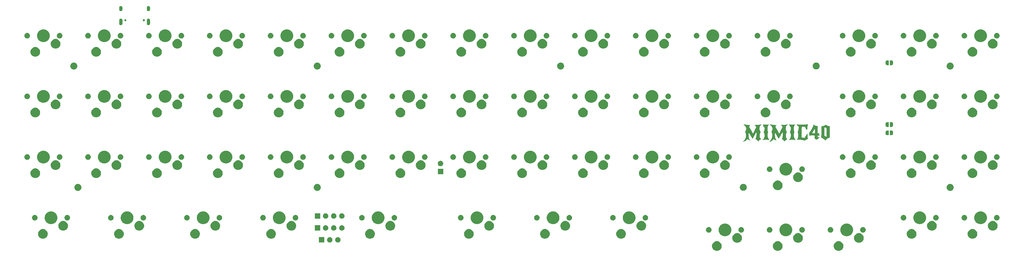
<source format=gbr>
G04 #@! TF.GenerationSoftware,KiCad,Pcbnew,8.0.1*
G04 #@! TF.CreationDate,2024-09-05T19:41:52+02:00*
G04 #@! TF.ProjectId,Mimic40,4d696d69-6334-4302-9e6b-696361645f70,rev?*
G04 #@! TF.SameCoordinates,Original*
G04 #@! TF.FileFunction,Soldermask,Top*
G04 #@! TF.FilePolarity,Negative*
%FSLAX46Y46*%
G04 Gerber Fmt 4.6, Leading zero omitted, Abs format (unit mm)*
G04 Created by KiCad (PCBNEW 8.0.1) date 2024-09-05 19:41:52*
%MOMM*%
%LPD*%
G01*
G04 APERTURE LIST*
G04 APERTURE END LIST*
G36*
X287258563Y-153433775D02*
G01*
X287491251Y-153489639D01*
X287712336Y-153581215D01*
X287916373Y-153706249D01*
X288098338Y-153861662D01*
X288253751Y-154043627D01*
X288378785Y-154247664D01*
X288470361Y-154468749D01*
X288526225Y-154701437D01*
X288545000Y-154940000D01*
X288526225Y-155178563D01*
X288470361Y-155411251D01*
X288378785Y-155632336D01*
X288253751Y-155836373D01*
X288098338Y-156018338D01*
X287916373Y-156173751D01*
X287712336Y-156298785D01*
X287491251Y-156390361D01*
X287258563Y-156446225D01*
X287020000Y-156465000D01*
X286781437Y-156446225D01*
X286548749Y-156390361D01*
X286327664Y-156298785D01*
X286123627Y-156173751D01*
X285941662Y-156018338D01*
X285786249Y-155836373D01*
X285661215Y-155632336D01*
X285569639Y-155411251D01*
X285513775Y-155178563D01*
X285495000Y-154940000D01*
X285513775Y-154701437D01*
X285569639Y-154468749D01*
X285661215Y-154247664D01*
X285786249Y-154043627D01*
X285941662Y-153861662D01*
X286123627Y-153706249D01*
X286327664Y-153581215D01*
X286548749Y-153489639D01*
X286781437Y-153433775D01*
X287020000Y-153415000D01*
X287258563Y-153433775D01*
G37*
G36*
X306308563Y-153433775D02*
G01*
X306541251Y-153489639D01*
X306762336Y-153581215D01*
X306966373Y-153706249D01*
X307148338Y-153861662D01*
X307303751Y-154043627D01*
X307428785Y-154247664D01*
X307520361Y-154468749D01*
X307576225Y-154701437D01*
X307595000Y-154940000D01*
X307576225Y-155178563D01*
X307520361Y-155411251D01*
X307428785Y-155632336D01*
X307303751Y-155836373D01*
X307148338Y-156018338D01*
X306966373Y-156173751D01*
X306762336Y-156298785D01*
X306541251Y-156390361D01*
X306308563Y-156446225D01*
X306070000Y-156465000D01*
X305831437Y-156446225D01*
X305598749Y-156390361D01*
X305377664Y-156298785D01*
X305173627Y-156173751D01*
X304991662Y-156018338D01*
X304836249Y-155836373D01*
X304711215Y-155632336D01*
X304619639Y-155411251D01*
X304563775Y-155178563D01*
X304545000Y-154940000D01*
X304563775Y-154701437D01*
X304619639Y-154468749D01*
X304711215Y-154247664D01*
X304836249Y-154043627D01*
X304991662Y-153861662D01*
X305173627Y-153706249D01*
X305377664Y-153581215D01*
X305598749Y-153489639D01*
X305831437Y-153433775D01*
X306070000Y-153415000D01*
X306308563Y-153433775D01*
G37*
G36*
X325358563Y-153433775D02*
G01*
X325591251Y-153489639D01*
X325812336Y-153581215D01*
X326016373Y-153706249D01*
X326198338Y-153861662D01*
X326353751Y-154043627D01*
X326478785Y-154247664D01*
X326570361Y-154468749D01*
X326626225Y-154701437D01*
X326645000Y-154940000D01*
X326626225Y-155178563D01*
X326570361Y-155411251D01*
X326478785Y-155632336D01*
X326353751Y-155836373D01*
X326198338Y-156018338D01*
X326016373Y-156173751D01*
X325812336Y-156298785D01*
X325591251Y-156390361D01*
X325358563Y-156446225D01*
X325120000Y-156465000D01*
X324881437Y-156446225D01*
X324648749Y-156390361D01*
X324427664Y-156298785D01*
X324223627Y-156173751D01*
X324041662Y-156018338D01*
X323886249Y-155836373D01*
X323761215Y-155632336D01*
X323669639Y-155411251D01*
X323613775Y-155178563D01*
X323595000Y-154940000D01*
X323613775Y-154701437D01*
X323669639Y-154468749D01*
X323761215Y-154247664D01*
X323886249Y-154043627D01*
X324041662Y-153861662D01*
X324223627Y-153706249D01*
X324427664Y-153581215D01*
X324648749Y-153489639D01*
X324881437Y-153433775D01*
X325120000Y-153415000D01*
X325358563Y-153433775D01*
G37*
G36*
X293608563Y-150893775D02*
G01*
X293841251Y-150949639D01*
X294062336Y-151041215D01*
X294266373Y-151166249D01*
X294448338Y-151321662D01*
X294603751Y-151503627D01*
X294728785Y-151707664D01*
X294820361Y-151928749D01*
X294876225Y-152161437D01*
X294895000Y-152400000D01*
X294876225Y-152638563D01*
X294820361Y-152871251D01*
X294728785Y-153092336D01*
X294603751Y-153296373D01*
X294448338Y-153478338D01*
X294266373Y-153633751D01*
X294062336Y-153758785D01*
X293841251Y-153850361D01*
X293608563Y-153906225D01*
X293370000Y-153925000D01*
X293131437Y-153906225D01*
X292898749Y-153850361D01*
X292677664Y-153758785D01*
X292473627Y-153633751D01*
X292291662Y-153478338D01*
X292136249Y-153296373D01*
X292011215Y-153092336D01*
X291919639Y-152871251D01*
X291863775Y-152638563D01*
X291845000Y-152400000D01*
X291863775Y-152161437D01*
X291919639Y-151928749D01*
X292011215Y-151707664D01*
X292136249Y-151503627D01*
X292291662Y-151321662D01*
X292473627Y-151166249D01*
X292677664Y-151041215D01*
X292898749Y-150949639D01*
X293131437Y-150893775D01*
X293370000Y-150875000D01*
X293608563Y-150893775D01*
G37*
G36*
X312658563Y-150893775D02*
G01*
X312891251Y-150949639D01*
X313112336Y-151041215D01*
X313316373Y-151166249D01*
X313498338Y-151321662D01*
X313653751Y-151503627D01*
X313778785Y-151707664D01*
X313870361Y-151928749D01*
X313926225Y-152161437D01*
X313945000Y-152400000D01*
X313926225Y-152638563D01*
X313870361Y-152871251D01*
X313778785Y-153092336D01*
X313653751Y-153296373D01*
X313498338Y-153478338D01*
X313316373Y-153633751D01*
X313112336Y-153758785D01*
X312891251Y-153850361D01*
X312658563Y-153906225D01*
X312420000Y-153925000D01*
X312181437Y-153906225D01*
X311948749Y-153850361D01*
X311727664Y-153758785D01*
X311523627Y-153633751D01*
X311341662Y-153478338D01*
X311186249Y-153296373D01*
X311061215Y-153092336D01*
X310969639Y-152871251D01*
X310913775Y-152638563D01*
X310895000Y-152400000D01*
X310913775Y-152161437D01*
X310969639Y-151928749D01*
X311061215Y-151707664D01*
X311186249Y-151503627D01*
X311341662Y-151321662D01*
X311523627Y-151166249D01*
X311727664Y-151041215D01*
X311948749Y-150949639D01*
X312181437Y-150893775D01*
X312420000Y-150875000D01*
X312658563Y-150893775D01*
G37*
G36*
X331708563Y-150893775D02*
G01*
X331941251Y-150949639D01*
X332162336Y-151041215D01*
X332366373Y-151166249D01*
X332548338Y-151321662D01*
X332703751Y-151503627D01*
X332828785Y-151707664D01*
X332920361Y-151928749D01*
X332976225Y-152161437D01*
X332995000Y-152400000D01*
X332976225Y-152638563D01*
X332920361Y-152871251D01*
X332828785Y-153092336D01*
X332703751Y-153296373D01*
X332548338Y-153478338D01*
X332366373Y-153633751D01*
X332162336Y-153758785D01*
X331941251Y-153850361D01*
X331708563Y-153906225D01*
X331470000Y-153925000D01*
X331231437Y-153906225D01*
X330998749Y-153850361D01*
X330777664Y-153758785D01*
X330573627Y-153633751D01*
X330391662Y-153478338D01*
X330236249Y-153296373D01*
X330111215Y-153092336D01*
X330019639Y-152871251D01*
X329963775Y-152638563D01*
X329945000Y-152400000D01*
X329963775Y-152161437D01*
X330019639Y-151928749D01*
X330111215Y-151707664D01*
X330236249Y-151503627D01*
X330391662Y-151321662D01*
X330573627Y-151166249D01*
X330777664Y-151041215D01*
X330998749Y-150949639D01*
X331231437Y-150893775D01*
X331470000Y-150875000D01*
X331708563Y-150893775D01*
G37*
G36*
X164150000Y-153850000D02*
G01*
X162450000Y-153850000D01*
X162450000Y-152150000D01*
X164150000Y-152150000D01*
X164150000Y-153850000D01*
G37*
G36*
X165881880Y-152154656D02*
G01*
X165928849Y-152154656D01*
X165969406Y-152163276D01*
X166005724Y-152166854D01*
X166051352Y-152180695D01*
X166102664Y-152191602D01*
X166135498Y-152206220D01*
X166165073Y-152215192D01*
X166212070Y-152240312D01*
X166265000Y-152263878D01*
X166289608Y-152281756D01*
X166311941Y-152293694D01*
X166357499Y-152331083D01*
X166408761Y-152368327D01*
X166425405Y-152386812D01*
X166440664Y-152399335D01*
X166481675Y-152449307D01*
X166527664Y-152500383D01*
X166537324Y-152517115D01*
X166546305Y-152528058D01*
X166579519Y-152590197D01*
X166616514Y-152654274D01*
X166620770Y-152667373D01*
X166624807Y-152674926D01*
X166647068Y-152748313D01*
X166671425Y-152823275D01*
X166672282Y-152831430D01*
X166673145Y-152834275D01*
X166681543Y-152919544D01*
X166690000Y-153000000D01*
X166681542Y-153080463D01*
X166673145Y-153165724D01*
X166672282Y-153168567D01*
X166671425Y-153176725D01*
X166647064Y-153251700D01*
X166624807Y-153325073D01*
X166620771Y-153332623D01*
X166616514Y-153345726D01*
X166579511Y-153409814D01*
X166546305Y-153471941D01*
X166537326Y-153482881D01*
X166527664Y-153499617D01*
X166481666Y-153550703D01*
X166440664Y-153600664D01*
X166425408Y-153613183D01*
X166408761Y-153631673D01*
X166357488Y-153668924D01*
X166311941Y-153706305D01*
X166289613Y-153718239D01*
X166265000Y-153736122D01*
X166212059Y-153759692D01*
X166165073Y-153784807D01*
X166135505Y-153793776D01*
X166102664Y-153808398D01*
X166051341Y-153819307D01*
X166005724Y-153833145D01*
X165969415Y-153836721D01*
X165928849Y-153845344D01*
X165881870Y-153845344D01*
X165840000Y-153849468D01*
X165798130Y-153845344D01*
X165751151Y-153845344D01*
X165710585Y-153836721D01*
X165674275Y-153833145D01*
X165628655Y-153819306D01*
X165577336Y-153808398D01*
X165544497Y-153793777D01*
X165514926Y-153784807D01*
X165467934Y-153759689D01*
X165415000Y-153736122D01*
X165390389Y-153718241D01*
X165368058Y-153706305D01*
X165322502Y-153668918D01*
X165271239Y-153631673D01*
X165254594Y-153613187D01*
X165239335Y-153600664D01*
X165198322Y-153550690D01*
X165152336Y-153499617D01*
X165142675Y-153482885D01*
X165133694Y-153471941D01*
X165100474Y-153409791D01*
X165063486Y-153345726D01*
X165059230Y-153332628D01*
X165055192Y-153325073D01*
X165032920Y-153251654D01*
X165008575Y-153176725D01*
X165007718Y-153168572D01*
X165006854Y-153165724D01*
X164998441Y-153080311D01*
X164990000Y-153000000D01*
X164998440Y-152919695D01*
X165006854Y-152834275D01*
X165007718Y-152831425D01*
X165008575Y-152823275D01*
X165032916Y-152748359D01*
X165055192Y-152674926D01*
X165059231Y-152667369D01*
X165063486Y-152654274D01*
X165100467Y-152590220D01*
X165133694Y-152528058D01*
X165142677Y-152517111D01*
X165152336Y-152500383D01*
X165198313Y-152449319D01*
X165239335Y-152399335D01*
X165254597Y-152386809D01*
X165271239Y-152368327D01*
X165322491Y-152331089D01*
X165368058Y-152293694D01*
X165390394Y-152281754D01*
X165415000Y-152263878D01*
X165467923Y-152240315D01*
X165514926Y-152215192D01*
X165544504Y-152206219D01*
X165577336Y-152191602D01*
X165628644Y-152180695D01*
X165674275Y-152166854D01*
X165710593Y-152163276D01*
X165751151Y-152154656D01*
X165798119Y-152154656D01*
X165840000Y-152150531D01*
X165881880Y-152154656D01*
G37*
G36*
X168421879Y-152154656D02*
G01*
X168468848Y-152154656D01*
X168509405Y-152163276D01*
X168545723Y-152166854D01*
X168591351Y-152180695D01*
X168642663Y-152191602D01*
X168675497Y-152206220D01*
X168705072Y-152215192D01*
X168752069Y-152240312D01*
X168804999Y-152263878D01*
X168829607Y-152281756D01*
X168851940Y-152293694D01*
X168897498Y-152331083D01*
X168948760Y-152368327D01*
X168965404Y-152386812D01*
X168980663Y-152399335D01*
X169021674Y-152449307D01*
X169067663Y-152500383D01*
X169077323Y-152517115D01*
X169086304Y-152528058D01*
X169119518Y-152590197D01*
X169156513Y-152654274D01*
X169160769Y-152667373D01*
X169164806Y-152674926D01*
X169187067Y-152748313D01*
X169211424Y-152823275D01*
X169212281Y-152831430D01*
X169213144Y-152834275D01*
X169221542Y-152919544D01*
X169229999Y-153000000D01*
X169221541Y-153080463D01*
X169213144Y-153165724D01*
X169212281Y-153168567D01*
X169211424Y-153176725D01*
X169187063Y-153251700D01*
X169164806Y-153325073D01*
X169160770Y-153332623D01*
X169156513Y-153345726D01*
X169119510Y-153409814D01*
X169086304Y-153471941D01*
X169077325Y-153482881D01*
X169067663Y-153499617D01*
X169021665Y-153550703D01*
X168980663Y-153600664D01*
X168965407Y-153613183D01*
X168948760Y-153631673D01*
X168897487Y-153668924D01*
X168851940Y-153706305D01*
X168829612Y-153718239D01*
X168804999Y-153736122D01*
X168752058Y-153759692D01*
X168705072Y-153784807D01*
X168675504Y-153793776D01*
X168642663Y-153808398D01*
X168591340Y-153819307D01*
X168545723Y-153833145D01*
X168509414Y-153836721D01*
X168468848Y-153845344D01*
X168421869Y-153845344D01*
X168379999Y-153849468D01*
X168338129Y-153845344D01*
X168291150Y-153845344D01*
X168250584Y-153836721D01*
X168214274Y-153833145D01*
X168168654Y-153819306D01*
X168117335Y-153808398D01*
X168084496Y-153793777D01*
X168054925Y-153784807D01*
X168007933Y-153759689D01*
X167954999Y-153736122D01*
X167930388Y-153718241D01*
X167908057Y-153706305D01*
X167862501Y-153668918D01*
X167811238Y-153631673D01*
X167794593Y-153613187D01*
X167779334Y-153600664D01*
X167738321Y-153550690D01*
X167692335Y-153499617D01*
X167682674Y-153482885D01*
X167673693Y-153471941D01*
X167640473Y-153409791D01*
X167603485Y-153345726D01*
X167599229Y-153332628D01*
X167595191Y-153325073D01*
X167572919Y-153251654D01*
X167548574Y-153176725D01*
X167547717Y-153168572D01*
X167546853Y-153165724D01*
X167538440Y-153080311D01*
X167529999Y-153000000D01*
X167538439Y-152919695D01*
X167546853Y-152834275D01*
X167547717Y-152831425D01*
X167548574Y-152823275D01*
X167572915Y-152748359D01*
X167595191Y-152674926D01*
X167599230Y-152667369D01*
X167603485Y-152654274D01*
X167640466Y-152590220D01*
X167673693Y-152528058D01*
X167682676Y-152517111D01*
X167692335Y-152500383D01*
X167738312Y-152449319D01*
X167779334Y-152399335D01*
X167794596Y-152386809D01*
X167811238Y-152368327D01*
X167862490Y-152331089D01*
X167908057Y-152293694D01*
X167930393Y-152281754D01*
X167954999Y-152263878D01*
X168007922Y-152240315D01*
X168054925Y-152215192D01*
X168084503Y-152206219D01*
X168117335Y-152191602D01*
X168168643Y-152180695D01*
X168214274Y-152166854D01*
X168250592Y-152163276D01*
X168291150Y-152154656D01*
X168338118Y-152154656D01*
X168379999Y-152150531D01*
X168421879Y-152154656D01*
G37*
G36*
X76279813Y-149623775D02*
G01*
X76512501Y-149679639D01*
X76733586Y-149771215D01*
X76937623Y-149896249D01*
X77119588Y-150051662D01*
X77275001Y-150233627D01*
X77400035Y-150437664D01*
X77491611Y-150658749D01*
X77547475Y-150891437D01*
X77566250Y-151130000D01*
X77547475Y-151368563D01*
X77491611Y-151601251D01*
X77400035Y-151822336D01*
X77275001Y-152026373D01*
X77119588Y-152208338D01*
X76937623Y-152363751D01*
X76733586Y-152488785D01*
X76512501Y-152580361D01*
X76279813Y-152636225D01*
X76041250Y-152655000D01*
X75802687Y-152636225D01*
X75569999Y-152580361D01*
X75348914Y-152488785D01*
X75144877Y-152363751D01*
X74962912Y-152208338D01*
X74807499Y-152026373D01*
X74682465Y-151822336D01*
X74590889Y-151601251D01*
X74535025Y-151368563D01*
X74516250Y-151130000D01*
X74535025Y-150891437D01*
X74590889Y-150658749D01*
X74682465Y-150437664D01*
X74807499Y-150233627D01*
X74962912Y-150051662D01*
X75144877Y-149896249D01*
X75348914Y-149771215D01*
X75569999Y-149679639D01*
X75802687Y-149623775D01*
X76041250Y-149605000D01*
X76279813Y-149623775D01*
G37*
G36*
X100092313Y-149623775D02*
G01*
X100325001Y-149679639D01*
X100546086Y-149771215D01*
X100750123Y-149896249D01*
X100932088Y-150051662D01*
X101087501Y-150233627D01*
X101212535Y-150437664D01*
X101304111Y-150658749D01*
X101359975Y-150891437D01*
X101378750Y-151130000D01*
X101359975Y-151368563D01*
X101304111Y-151601251D01*
X101212535Y-151822336D01*
X101087501Y-152026373D01*
X100932088Y-152208338D01*
X100750123Y-152363751D01*
X100546086Y-152488785D01*
X100325001Y-152580361D01*
X100092313Y-152636225D01*
X99853750Y-152655000D01*
X99615187Y-152636225D01*
X99382499Y-152580361D01*
X99161414Y-152488785D01*
X98957377Y-152363751D01*
X98775412Y-152208338D01*
X98619999Y-152026373D01*
X98494965Y-151822336D01*
X98403389Y-151601251D01*
X98347525Y-151368563D01*
X98328750Y-151130000D01*
X98347525Y-150891437D01*
X98403389Y-150658749D01*
X98494965Y-150437664D01*
X98619999Y-150233627D01*
X98775412Y-150051662D01*
X98957377Y-149896249D01*
X99161414Y-149771215D01*
X99382499Y-149679639D01*
X99615187Y-149623775D01*
X99853750Y-149605000D01*
X100092313Y-149623775D01*
G37*
G36*
X123904813Y-149623775D02*
G01*
X124137501Y-149679639D01*
X124358586Y-149771215D01*
X124562623Y-149896249D01*
X124744588Y-150051662D01*
X124900001Y-150233627D01*
X125025035Y-150437664D01*
X125116611Y-150658749D01*
X125172475Y-150891437D01*
X125191250Y-151130000D01*
X125172475Y-151368563D01*
X125116611Y-151601251D01*
X125025035Y-151822336D01*
X124900001Y-152026373D01*
X124744588Y-152208338D01*
X124562623Y-152363751D01*
X124358586Y-152488785D01*
X124137501Y-152580361D01*
X123904813Y-152636225D01*
X123666250Y-152655000D01*
X123427687Y-152636225D01*
X123194999Y-152580361D01*
X122973914Y-152488785D01*
X122769877Y-152363751D01*
X122587912Y-152208338D01*
X122432499Y-152026373D01*
X122307465Y-151822336D01*
X122215889Y-151601251D01*
X122160025Y-151368563D01*
X122141250Y-151130000D01*
X122160025Y-150891437D01*
X122215889Y-150658749D01*
X122307465Y-150437664D01*
X122432499Y-150233627D01*
X122587912Y-150051662D01*
X122769877Y-149896249D01*
X122973914Y-149771215D01*
X123194999Y-149679639D01*
X123427687Y-149623775D01*
X123666250Y-149605000D01*
X123904813Y-149623775D01*
G37*
G36*
X147717313Y-149623775D02*
G01*
X147950001Y-149679639D01*
X148171086Y-149771215D01*
X148375123Y-149896249D01*
X148557088Y-150051662D01*
X148712501Y-150233627D01*
X148837535Y-150437664D01*
X148929111Y-150658749D01*
X148984975Y-150891437D01*
X149003750Y-151130000D01*
X148984975Y-151368563D01*
X148929111Y-151601251D01*
X148837535Y-151822336D01*
X148712501Y-152026373D01*
X148557088Y-152208338D01*
X148375123Y-152363751D01*
X148171086Y-152488785D01*
X147950001Y-152580361D01*
X147717313Y-152636225D01*
X147478750Y-152655000D01*
X147240187Y-152636225D01*
X147007499Y-152580361D01*
X146786414Y-152488785D01*
X146582377Y-152363751D01*
X146400412Y-152208338D01*
X146244999Y-152026373D01*
X146119965Y-151822336D01*
X146028389Y-151601251D01*
X145972525Y-151368563D01*
X145953750Y-151130000D01*
X145972525Y-150891437D01*
X146028389Y-150658749D01*
X146119965Y-150437664D01*
X146244999Y-150233627D01*
X146400412Y-150051662D01*
X146582377Y-149896249D01*
X146786414Y-149771215D01*
X147007499Y-149679639D01*
X147240187Y-149623775D01*
X147478750Y-149605000D01*
X147717313Y-149623775D01*
G37*
G36*
X178673563Y-149623775D02*
G01*
X178906251Y-149679639D01*
X179127336Y-149771215D01*
X179331373Y-149896249D01*
X179513338Y-150051662D01*
X179668751Y-150233627D01*
X179793785Y-150437664D01*
X179885361Y-150658749D01*
X179941225Y-150891437D01*
X179960000Y-151130000D01*
X179941225Y-151368563D01*
X179885361Y-151601251D01*
X179793785Y-151822336D01*
X179668751Y-152026373D01*
X179513338Y-152208338D01*
X179331373Y-152363751D01*
X179127336Y-152488785D01*
X178906251Y-152580361D01*
X178673563Y-152636225D01*
X178435000Y-152655000D01*
X178196437Y-152636225D01*
X177963749Y-152580361D01*
X177742664Y-152488785D01*
X177538627Y-152363751D01*
X177356662Y-152208338D01*
X177201249Y-152026373D01*
X177076215Y-151822336D01*
X176984639Y-151601251D01*
X176928775Y-151368563D01*
X176910000Y-151130000D01*
X176928775Y-150891437D01*
X176984639Y-150658749D01*
X177076215Y-150437664D01*
X177201249Y-150233627D01*
X177356662Y-150051662D01*
X177538627Y-149896249D01*
X177742664Y-149771215D01*
X177963749Y-149679639D01*
X178196437Y-149623775D01*
X178435000Y-149605000D01*
X178673563Y-149623775D01*
G37*
G36*
X209629813Y-149623775D02*
G01*
X209862501Y-149679639D01*
X210083586Y-149771215D01*
X210287623Y-149896249D01*
X210469588Y-150051662D01*
X210625001Y-150233627D01*
X210750035Y-150437664D01*
X210841611Y-150658749D01*
X210897475Y-150891437D01*
X210916250Y-151130000D01*
X210897475Y-151368563D01*
X210841611Y-151601251D01*
X210750035Y-151822336D01*
X210625001Y-152026373D01*
X210469588Y-152208338D01*
X210287623Y-152363751D01*
X210083586Y-152488785D01*
X209862501Y-152580361D01*
X209629813Y-152636225D01*
X209391250Y-152655000D01*
X209152687Y-152636225D01*
X208919999Y-152580361D01*
X208698914Y-152488785D01*
X208494877Y-152363751D01*
X208312912Y-152208338D01*
X208157499Y-152026373D01*
X208032465Y-151822336D01*
X207940889Y-151601251D01*
X207885025Y-151368563D01*
X207866250Y-151130000D01*
X207885025Y-150891437D01*
X207940889Y-150658749D01*
X208032465Y-150437664D01*
X208157499Y-150233627D01*
X208312912Y-150051662D01*
X208494877Y-149896249D01*
X208698914Y-149771215D01*
X208919999Y-149679639D01*
X209152687Y-149623775D01*
X209391250Y-149605000D01*
X209629813Y-149623775D01*
G37*
G36*
X233442313Y-149623775D02*
G01*
X233675001Y-149679639D01*
X233896086Y-149771215D01*
X234100123Y-149896249D01*
X234282088Y-150051662D01*
X234437501Y-150233627D01*
X234562535Y-150437664D01*
X234654111Y-150658749D01*
X234709975Y-150891437D01*
X234728750Y-151130000D01*
X234709975Y-151368563D01*
X234654111Y-151601251D01*
X234562535Y-151822336D01*
X234437501Y-152026373D01*
X234282088Y-152208338D01*
X234100123Y-152363751D01*
X233896086Y-152488785D01*
X233675001Y-152580361D01*
X233442313Y-152636225D01*
X233203750Y-152655000D01*
X232965187Y-152636225D01*
X232732499Y-152580361D01*
X232511414Y-152488785D01*
X232307377Y-152363751D01*
X232125412Y-152208338D01*
X231969999Y-152026373D01*
X231844965Y-151822336D01*
X231753389Y-151601251D01*
X231697525Y-151368563D01*
X231678750Y-151130000D01*
X231697525Y-150891437D01*
X231753389Y-150658749D01*
X231844965Y-150437664D01*
X231969999Y-150233627D01*
X232125412Y-150051662D01*
X232307377Y-149896249D01*
X232511414Y-149771215D01*
X232732499Y-149679639D01*
X232965187Y-149623775D01*
X233203750Y-149605000D01*
X233442313Y-149623775D01*
G37*
G36*
X257254813Y-149623775D02*
G01*
X257487501Y-149679639D01*
X257708586Y-149771215D01*
X257912623Y-149896249D01*
X258094588Y-150051662D01*
X258250001Y-150233627D01*
X258375035Y-150437664D01*
X258466611Y-150658749D01*
X258522475Y-150891437D01*
X258541250Y-151130000D01*
X258522475Y-151368563D01*
X258466611Y-151601251D01*
X258375035Y-151822336D01*
X258250001Y-152026373D01*
X258094588Y-152208338D01*
X257912623Y-152363751D01*
X257708586Y-152488785D01*
X257487501Y-152580361D01*
X257254813Y-152636225D01*
X257016250Y-152655000D01*
X256777687Y-152636225D01*
X256544999Y-152580361D01*
X256323914Y-152488785D01*
X256119877Y-152363751D01*
X255937912Y-152208338D01*
X255782499Y-152026373D01*
X255657465Y-151822336D01*
X255565889Y-151601251D01*
X255510025Y-151368563D01*
X255491250Y-151130000D01*
X255510025Y-150891437D01*
X255565889Y-150658749D01*
X255657465Y-150437664D01*
X255782499Y-150233627D01*
X255937912Y-150051662D01*
X256119877Y-149896249D01*
X256323914Y-149771215D01*
X256544999Y-149679639D01*
X256777687Y-149623775D01*
X257016250Y-149605000D01*
X257254813Y-149623775D01*
G37*
G36*
X348218563Y-149623775D02*
G01*
X348451251Y-149679639D01*
X348672336Y-149771215D01*
X348876373Y-149896249D01*
X349058338Y-150051662D01*
X349213751Y-150233627D01*
X349338785Y-150437664D01*
X349430361Y-150658749D01*
X349486225Y-150891437D01*
X349505000Y-151130000D01*
X349486225Y-151368563D01*
X349430361Y-151601251D01*
X349338785Y-151822336D01*
X349213751Y-152026373D01*
X349058338Y-152208338D01*
X348876373Y-152363751D01*
X348672336Y-152488785D01*
X348451251Y-152580361D01*
X348218563Y-152636225D01*
X347980000Y-152655000D01*
X347741437Y-152636225D01*
X347508749Y-152580361D01*
X347287664Y-152488785D01*
X347083627Y-152363751D01*
X346901662Y-152208338D01*
X346746249Y-152026373D01*
X346621215Y-151822336D01*
X346529639Y-151601251D01*
X346473775Y-151368563D01*
X346455000Y-151130000D01*
X346473775Y-150891437D01*
X346529639Y-150658749D01*
X346621215Y-150437664D01*
X346746249Y-150233627D01*
X346901662Y-150051662D01*
X347083627Y-149896249D01*
X347287664Y-149771215D01*
X347508749Y-149679639D01*
X347741437Y-149623775D01*
X347980000Y-149605000D01*
X348218563Y-149623775D01*
G37*
G36*
X367268563Y-149623775D02*
G01*
X367501251Y-149679639D01*
X367722336Y-149771215D01*
X367926373Y-149896249D01*
X368108338Y-150051662D01*
X368263751Y-150233627D01*
X368388785Y-150437664D01*
X368480361Y-150658749D01*
X368536225Y-150891437D01*
X368555000Y-151130000D01*
X368536225Y-151368563D01*
X368480361Y-151601251D01*
X368388785Y-151822336D01*
X368263751Y-152026373D01*
X368108338Y-152208338D01*
X367926373Y-152363751D01*
X367722336Y-152488785D01*
X367501251Y-152580361D01*
X367268563Y-152636225D01*
X367030000Y-152655000D01*
X366791437Y-152636225D01*
X366558749Y-152580361D01*
X366337664Y-152488785D01*
X366133627Y-152363751D01*
X365951662Y-152208338D01*
X365796249Y-152026373D01*
X365671215Y-151822336D01*
X365579639Y-151601251D01*
X365523775Y-151368563D01*
X365505000Y-151130000D01*
X365523775Y-150891437D01*
X365579639Y-150658749D01*
X365671215Y-150437664D01*
X365796249Y-150233627D01*
X365951662Y-150051662D01*
X366133627Y-149896249D01*
X366337664Y-149771215D01*
X366558749Y-149679639D01*
X366791437Y-149623775D01*
X367030000Y-149605000D01*
X367268563Y-149623775D01*
G37*
G36*
X289628777Y-147864919D02*
G01*
X289696470Y-147864919D01*
X289769906Y-147875012D01*
X289844630Y-147880357D01*
X289906139Y-147893737D01*
X289966856Y-147902083D01*
X290044478Y-147923831D01*
X290123465Y-147941014D01*
X290176786Y-147960901D01*
X290229674Y-147975720D01*
X290309631Y-148010450D01*
X290390830Y-148040736D01*
X290435459Y-148065105D01*
X290480011Y-148084457D01*
X290560171Y-148133203D01*
X290641282Y-148177493D01*
X290677118Y-148204319D01*
X290713214Y-148226270D01*
X290791255Y-148289762D01*
X290869721Y-148348501D01*
X290897068Y-148375848D01*
X290924929Y-148398515D01*
X290998365Y-148477145D01*
X291071499Y-148550279D01*
X291091009Y-148576342D01*
X291111222Y-148597984D01*
X291177508Y-148691890D01*
X291242507Y-148778718D01*
X291255177Y-148801922D01*
X291268620Y-148820966D01*
X291325179Y-148930121D01*
X291379264Y-149029170D01*
X291386360Y-149048195D01*
X291394184Y-149063295D01*
X291438501Y-149187991D01*
X291478986Y-149296535D01*
X291481996Y-149310375D01*
X291485588Y-149320480D01*
X291515323Y-149463574D01*
X291539643Y-149575370D01*
X291540214Y-149583356D01*
X291541116Y-149587696D01*
X291554084Y-149777292D01*
X291560000Y-149860000D01*
X291554084Y-149942714D01*
X291541116Y-150132303D01*
X291540214Y-150136642D01*
X291539643Y-150144630D01*
X291515318Y-150256446D01*
X291485588Y-150399519D01*
X291481997Y-150409622D01*
X291478986Y-150423465D01*
X291438493Y-150532029D01*
X291394184Y-150656704D01*
X291386361Y-150671800D01*
X291379264Y-150690830D01*
X291325169Y-150789897D01*
X291268620Y-150899033D01*
X291255179Y-150918073D01*
X291242507Y-150941282D01*
X291177496Y-151028125D01*
X291111222Y-151122015D01*
X291091013Y-151143652D01*
X291071499Y-151169721D01*
X290998351Y-151242868D01*
X290924929Y-151321484D01*
X290897074Y-151344145D01*
X290869721Y-151371499D01*
X290791239Y-151430249D01*
X290713214Y-151493729D01*
X290677125Y-151515674D01*
X290641282Y-151542507D01*
X290560155Y-151586805D01*
X290480011Y-151635542D01*
X290435468Y-151654889D01*
X290390830Y-151679264D01*
X290309614Y-151709555D01*
X290229674Y-151744279D01*
X290176796Y-151759094D01*
X290123465Y-151778986D01*
X290044462Y-151796171D01*
X289966856Y-151817916D01*
X289906149Y-151826260D01*
X289844630Y-151839643D01*
X289769902Y-151844987D01*
X289696470Y-151855081D01*
X289628777Y-151855081D01*
X289560000Y-151860000D01*
X289491223Y-151855081D01*
X289423530Y-151855081D01*
X289350096Y-151844987D01*
X289275370Y-151839643D01*
X289213851Y-151826260D01*
X289153143Y-151817916D01*
X289075532Y-151796170D01*
X288996535Y-151778986D01*
X288943206Y-151759095D01*
X288890325Y-151744279D01*
X288810377Y-151709553D01*
X288729170Y-151679264D01*
X288684535Y-151654891D01*
X288639988Y-151635542D01*
X288559835Y-151586800D01*
X288478718Y-151542507D01*
X288442878Y-151515677D01*
X288406785Y-151493729D01*
X288328747Y-151430240D01*
X288250279Y-151371499D01*
X288222930Y-151344150D01*
X288195070Y-151321484D01*
X288121633Y-151242853D01*
X288048501Y-151169721D01*
X288028990Y-151143658D01*
X288008777Y-151122015D01*
X287942486Y-151028102D01*
X287877493Y-150941282D01*
X287864823Y-150918079D01*
X287851379Y-150899033D01*
X287794811Y-150789861D01*
X287740736Y-150690830D01*
X287733641Y-150671807D01*
X287725815Y-150656704D01*
X287681485Y-150531972D01*
X287641014Y-150423465D01*
X287638004Y-150409629D01*
X287634411Y-150399519D01*
X287604659Y-150256344D01*
X287580357Y-150144630D01*
X287579786Y-150136649D01*
X287578883Y-150132303D01*
X287565892Y-149942393D01*
X287560000Y-149860000D01*
X287565892Y-149777613D01*
X287578883Y-149587696D01*
X287579786Y-149583348D01*
X287580357Y-149575370D01*
X287604654Y-149463677D01*
X287634411Y-149320480D01*
X287638004Y-149310368D01*
X287641014Y-149296535D01*
X287681477Y-149188047D01*
X287725815Y-149063295D01*
X287733642Y-149048188D01*
X287740736Y-149029170D01*
X287794801Y-148930157D01*
X287851379Y-148820966D01*
X287864825Y-148801916D01*
X287877493Y-148778718D01*
X287942473Y-148691914D01*
X288008777Y-148597984D01*
X288028994Y-148576336D01*
X288048501Y-148550279D01*
X288121618Y-148477161D01*
X288195070Y-148398515D01*
X288222935Y-148375844D01*
X288250279Y-148348501D01*
X288328732Y-148289771D01*
X288406785Y-148226270D01*
X288442885Y-148204316D01*
X288478718Y-148177493D01*
X288559818Y-148133208D01*
X288639988Y-148084457D01*
X288684544Y-148065103D01*
X288729170Y-148040736D01*
X288810361Y-148010453D01*
X288890325Y-147975720D01*
X288943216Y-147960900D01*
X288996535Y-147941014D01*
X289075516Y-147923832D01*
X289153143Y-147902083D01*
X289213861Y-147893737D01*
X289275370Y-147880357D01*
X289350092Y-147875012D01*
X289423530Y-147864919D01*
X289491223Y-147864919D01*
X289560000Y-147860000D01*
X289628777Y-147864919D01*
G37*
G36*
X308678777Y-147864919D02*
G01*
X308746470Y-147864919D01*
X308819906Y-147875012D01*
X308894630Y-147880357D01*
X308956139Y-147893737D01*
X309016856Y-147902083D01*
X309094478Y-147923831D01*
X309173465Y-147941014D01*
X309226786Y-147960901D01*
X309279674Y-147975720D01*
X309359631Y-148010450D01*
X309440830Y-148040736D01*
X309485459Y-148065105D01*
X309530011Y-148084457D01*
X309610171Y-148133203D01*
X309691282Y-148177493D01*
X309727118Y-148204319D01*
X309763214Y-148226270D01*
X309841255Y-148289762D01*
X309919721Y-148348501D01*
X309947068Y-148375848D01*
X309974929Y-148398515D01*
X310048365Y-148477145D01*
X310121499Y-148550279D01*
X310141009Y-148576342D01*
X310161222Y-148597984D01*
X310227508Y-148691890D01*
X310292507Y-148778718D01*
X310305177Y-148801922D01*
X310318620Y-148820966D01*
X310375179Y-148930121D01*
X310429264Y-149029170D01*
X310436360Y-149048195D01*
X310444184Y-149063295D01*
X310488501Y-149187991D01*
X310528986Y-149296535D01*
X310531996Y-149310375D01*
X310535588Y-149320480D01*
X310565323Y-149463574D01*
X310589643Y-149575370D01*
X310590214Y-149583356D01*
X310591116Y-149587696D01*
X310604084Y-149777292D01*
X310610000Y-149860000D01*
X310604084Y-149942714D01*
X310591116Y-150132303D01*
X310590214Y-150136642D01*
X310589643Y-150144630D01*
X310565318Y-150256446D01*
X310535588Y-150399519D01*
X310531997Y-150409622D01*
X310528986Y-150423465D01*
X310488493Y-150532029D01*
X310444184Y-150656704D01*
X310436361Y-150671800D01*
X310429264Y-150690830D01*
X310375169Y-150789897D01*
X310318620Y-150899033D01*
X310305179Y-150918073D01*
X310292507Y-150941282D01*
X310227496Y-151028125D01*
X310161222Y-151122015D01*
X310141013Y-151143652D01*
X310121499Y-151169721D01*
X310048351Y-151242868D01*
X309974929Y-151321484D01*
X309947074Y-151344145D01*
X309919721Y-151371499D01*
X309841239Y-151430249D01*
X309763214Y-151493729D01*
X309727125Y-151515674D01*
X309691282Y-151542507D01*
X309610155Y-151586805D01*
X309530011Y-151635542D01*
X309485468Y-151654889D01*
X309440830Y-151679264D01*
X309359614Y-151709555D01*
X309279674Y-151744279D01*
X309226796Y-151759094D01*
X309173465Y-151778986D01*
X309094462Y-151796171D01*
X309016856Y-151817916D01*
X308956149Y-151826260D01*
X308894630Y-151839643D01*
X308819902Y-151844987D01*
X308746470Y-151855081D01*
X308678777Y-151855081D01*
X308610000Y-151860000D01*
X308541223Y-151855081D01*
X308473530Y-151855081D01*
X308400096Y-151844987D01*
X308325370Y-151839643D01*
X308263851Y-151826260D01*
X308203143Y-151817916D01*
X308125532Y-151796170D01*
X308046535Y-151778986D01*
X307993206Y-151759095D01*
X307940325Y-151744279D01*
X307860377Y-151709553D01*
X307779170Y-151679264D01*
X307734535Y-151654891D01*
X307689988Y-151635542D01*
X307609835Y-151586800D01*
X307528718Y-151542507D01*
X307492878Y-151515677D01*
X307456785Y-151493729D01*
X307378747Y-151430240D01*
X307300279Y-151371499D01*
X307272930Y-151344150D01*
X307245070Y-151321484D01*
X307171633Y-151242853D01*
X307098501Y-151169721D01*
X307078990Y-151143658D01*
X307058777Y-151122015D01*
X306992486Y-151028102D01*
X306927493Y-150941282D01*
X306914823Y-150918079D01*
X306901379Y-150899033D01*
X306844811Y-150789861D01*
X306790736Y-150690830D01*
X306783641Y-150671807D01*
X306775815Y-150656704D01*
X306731485Y-150531972D01*
X306691014Y-150423465D01*
X306688004Y-150409629D01*
X306684411Y-150399519D01*
X306654659Y-150256344D01*
X306630357Y-150144630D01*
X306629786Y-150136649D01*
X306628883Y-150132303D01*
X306615892Y-149942393D01*
X306610000Y-149860000D01*
X306615892Y-149777613D01*
X306628883Y-149587696D01*
X306629786Y-149583348D01*
X306630357Y-149575370D01*
X306654654Y-149463677D01*
X306684411Y-149320480D01*
X306688004Y-149310368D01*
X306691014Y-149296535D01*
X306731477Y-149188047D01*
X306775815Y-149063295D01*
X306783642Y-149048188D01*
X306790736Y-149029170D01*
X306844801Y-148930157D01*
X306901379Y-148820966D01*
X306914825Y-148801916D01*
X306927493Y-148778718D01*
X306992473Y-148691914D01*
X307058777Y-148597984D01*
X307078994Y-148576336D01*
X307098501Y-148550279D01*
X307171618Y-148477161D01*
X307245070Y-148398515D01*
X307272935Y-148375844D01*
X307300279Y-148348501D01*
X307378732Y-148289771D01*
X307456785Y-148226270D01*
X307492885Y-148204316D01*
X307528718Y-148177493D01*
X307609818Y-148133208D01*
X307689988Y-148084457D01*
X307734544Y-148065103D01*
X307779170Y-148040736D01*
X307860361Y-148010453D01*
X307940325Y-147975720D01*
X307993216Y-147960900D01*
X308046535Y-147941014D01*
X308125516Y-147923832D01*
X308203143Y-147902083D01*
X308263861Y-147893737D01*
X308325370Y-147880357D01*
X308400092Y-147875012D01*
X308473530Y-147864919D01*
X308541223Y-147864919D01*
X308610000Y-147860000D01*
X308678777Y-147864919D01*
G37*
G36*
X327728777Y-147864919D02*
G01*
X327796470Y-147864919D01*
X327869906Y-147875012D01*
X327944630Y-147880357D01*
X328006139Y-147893737D01*
X328066856Y-147902083D01*
X328144478Y-147923831D01*
X328223465Y-147941014D01*
X328276786Y-147960901D01*
X328329674Y-147975720D01*
X328409631Y-148010450D01*
X328490830Y-148040736D01*
X328535459Y-148065105D01*
X328580011Y-148084457D01*
X328660171Y-148133203D01*
X328741282Y-148177493D01*
X328777118Y-148204319D01*
X328813214Y-148226270D01*
X328891255Y-148289762D01*
X328969721Y-148348501D01*
X328997068Y-148375848D01*
X329024929Y-148398515D01*
X329098365Y-148477145D01*
X329171499Y-148550279D01*
X329191009Y-148576342D01*
X329211222Y-148597984D01*
X329277508Y-148691890D01*
X329342507Y-148778718D01*
X329355177Y-148801922D01*
X329368620Y-148820966D01*
X329425179Y-148930121D01*
X329479264Y-149029170D01*
X329486360Y-149048195D01*
X329494184Y-149063295D01*
X329538501Y-149187991D01*
X329578986Y-149296535D01*
X329581996Y-149310375D01*
X329585588Y-149320480D01*
X329615323Y-149463574D01*
X329639643Y-149575370D01*
X329640214Y-149583356D01*
X329641116Y-149587696D01*
X329654084Y-149777292D01*
X329660000Y-149860000D01*
X329654084Y-149942714D01*
X329641116Y-150132303D01*
X329640214Y-150136642D01*
X329639643Y-150144630D01*
X329615318Y-150256446D01*
X329585588Y-150399519D01*
X329581997Y-150409622D01*
X329578986Y-150423465D01*
X329538493Y-150532029D01*
X329494184Y-150656704D01*
X329486361Y-150671800D01*
X329479264Y-150690830D01*
X329425169Y-150789897D01*
X329368620Y-150899033D01*
X329355179Y-150918073D01*
X329342507Y-150941282D01*
X329277496Y-151028125D01*
X329211222Y-151122015D01*
X329191013Y-151143652D01*
X329171499Y-151169721D01*
X329098351Y-151242868D01*
X329024929Y-151321484D01*
X328997074Y-151344145D01*
X328969721Y-151371499D01*
X328891239Y-151430249D01*
X328813214Y-151493729D01*
X328777125Y-151515674D01*
X328741282Y-151542507D01*
X328660155Y-151586805D01*
X328580011Y-151635542D01*
X328535468Y-151654889D01*
X328490830Y-151679264D01*
X328409614Y-151709555D01*
X328329674Y-151744279D01*
X328276796Y-151759094D01*
X328223465Y-151778986D01*
X328144462Y-151796171D01*
X328066856Y-151817916D01*
X328006149Y-151826260D01*
X327944630Y-151839643D01*
X327869902Y-151844987D01*
X327796470Y-151855081D01*
X327728777Y-151855081D01*
X327660000Y-151860000D01*
X327591223Y-151855081D01*
X327523530Y-151855081D01*
X327450096Y-151844987D01*
X327375370Y-151839643D01*
X327313851Y-151826260D01*
X327253143Y-151817916D01*
X327175532Y-151796170D01*
X327096535Y-151778986D01*
X327043206Y-151759095D01*
X326990325Y-151744279D01*
X326910377Y-151709553D01*
X326829170Y-151679264D01*
X326784535Y-151654891D01*
X326739988Y-151635542D01*
X326659835Y-151586800D01*
X326578718Y-151542507D01*
X326542878Y-151515677D01*
X326506785Y-151493729D01*
X326428747Y-151430240D01*
X326350279Y-151371499D01*
X326322930Y-151344150D01*
X326295070Y-151321484D01*
X326221633Y-151242853D01*
X326148501Y-151169721D01*
X326128990Y-151143658D01*
X326108777Y-151122015D01*
X326042486Y-151028102D01*
X325977493Y-150941282D01*
X325964823Y-150918079D01*
X325951379Y-150899033D01*
X325894811Y-150789861D01*
X325840736Y-150690830D01*
X325833641Y-150671807D01*
X325825815Y-150656704D01*
X325781485Y-150531972D01*
X325741014Y-150423465D01*
X325738004Y-150409629D01*
X325734411Y-150399519D01*
X325704659Y-150256344D01*
X325680357Y-150144630D01*
X325679786Y-150136649D01*
X325678883Y-150132303D01*
X325665892Y-149942393D01*
X325660000Y-149860000D01*
X325665892Y-149777613D01*
X325678883Y-149587696D01*
X325679786Y-149583348D01*
X325680357Y-149575370D01*
X325704654Y-149463677D01*
X325734411Y-149320480D01*
X325738004Y-149310368D01*
X325741014Y-149296535D01*
X325781477Y-149188047D01*
X325825815Y-149063295D01*
X325833642Y-149048188D01*
X325840736Y-149029170D01*
X325894801Y-148930157D01*
X325951379Y-148820966D01*
X325964825Y-148801916D01*
X325977493Y-148778718D01*
X326042473Y-148691914D01*
X326108777Y-148597984D01*
X326128994Y-148576336D01*
X326148501Y-148550279D01*
X326221618Y-148477161D01*
X326295070Y-148398515D01*
X326322935Y-148375844D01*
X326350279Y-148348501D01*
X326428732Y-148289771D01*
X326506785Y-148226270D01*
X326542885Y-148204316D01*
X326578718Y-148177493D01*
X326659818Y-148133208D01*
X326739988Y-148084457D01*
X326784544Y-148065103D01*
X326829170Y-148040736D01*
X326910361Y-148010453D01*
X326990325Y-147975720D01*
X327043216Y-147960900D01*
X327096535Y-147941014D01*
X327175516Y-147923832D01*
X327253143Y-147902083D01*
X327313861Y-147893737D01*
X327375370Y-147880357D01*
X327450092Y-147875012D01*
X327523530Y-147864919D01*
X327591223Y-147864919D01*
X327660000Y-147860000D01*
X327728777Y-147864919D01*
G37*
G36*
X284523273Y-148989793D02*
G01*
X284571463Y-148989793D01*
X284613073Y-148998637D01*
X284650602Y-149002334D01*
X284697753Y-149016637D01*
X284750391Y-149027826D01*
X284784073Y-149042822D01*
X284814641Y-149052095D01*
X284863216Y-149078058D01*
X284917501Y-149102228D01*
X284942740Y-149120565D01*
X284965830Y-149132907D01*
X285012926Y-149171558D01*
X285065490Y-149209748D01*
X285082559Y-149228705D01*
X285098342Y-149241658D01*
X285140758Y-149293342D01*
X285187891Y-149345688D01*
X285197791Y-149362836D01*
X285207093Y-149374170D01*
X285241503Y-149438547D01*
X285279353Y-149504105D01*
X285283706Y-149517504D01*
X285287905Y-149525359D01*
X285311053Y-149601670D01*
X285335880Y-149678077D01*
X285336753Y-149686391D01*
X285337666Y-149689398D01*
X285346544Y-149779546D01*
X285355001Y-149860000D01*
X285346544Y-149940460D01*
X285337666Y-150030601D01*
X285336754Y-150033607D01*
X285335880Y-150041923D01*
X285311049Y-150118343D01*
X285287905Y-150194640D01*
X285283707Y-150202492D01*
X285279353Y-150215895D01*
X285241496Y-150281464D01*
X285207093Y-150345829D01*
X285197793Y-150357160D01*
X285187891Y-150374312D01*
X285140749Y-150426668D01*
X285098342Y-150478341D01*
X285082562Y-150491290D01*
X285065490Y-150510252D01*
X285012915Y-150548449D01*
X284965830Y-150587092D01*
X284942745Y-150599431D01*
X284917501Y-150617772D01*
X284863204Y-150641946D01*
X284814641Y-150667904D01*
X284784080Y-150677174D01*
X284750391Y-150692174D01*
X284697742Y-150703364D01*
X284650602Y-150717665D01*
X284613081Y-150721360D01*
X284571463Y-150730207D01*
X284523263Y-150730207D01*
X284480001Y-150734468D01*
X284436739Y-150730207D01*
X284388539Y-150730207D01*
X284346920Y-150721360D01*
X284309399Y-150717665D01*
X284262256Y-150703364D01*
X284209611Y-150692174D01*
X284175923Y-150677175D01*
X284145360Y-150667904D01*
X284096791Y-150641943D01*
X284042501Y-150617772D01*
X284017259Y-150599433D01*
X283994171Y-150587092D01*
X283947077Y-150548443D01*
X283894512Y-150510252D01*
X283877442Y-150491294D01*
X283861659Y-150478341D01*
X283819241Y-150426655D01*
X283772111Y-150374312D01*
X283762210Y-150357164D01*
X283752908Y-150345829D01*
X283718492Y-150281441D01*
X283680649Y-150215895D01*
X283676295Y-150202497D01*
X283672096Y-150194640D01*
X283648937Y-150118297D01*
X283624122Y-150041923D01*
X283623248Y-150033612D01*
X283622335Y-150030601D01*
X283613441Y-149940309D01*
X283605001Y-149860000D01*
X283613441Y-149779697D01*
X283622335Y-149689398D01*
X283623248Y-149686386D01*
X283624122Y-149678077D01*
X283648933Y-149601716D01*
X283672096Y-149525359D01*
X283676296Y-149517500D01*
X283680649Y-149504105D01*
X283718485Y-149438570D01*
X283752908Y-149374170D01*
X283762212Y-149362832D01*
X283772111Y-149345688D01*
X283819232Y-149293354D01*
X283861659Y-149241658D01*
X283877445Y-149228702D01*
X283894512Y-149209748D01*
X283947067Y-149171564D01*
X283994171Y-149132907D01*
X284017264Y-149120563D01*
X284042501Y-149102228D01*
X284096779Y-149078061D01*
X284145360Y-149052095D01*
X284175930Y-149042821D01*
X284209611Y-149027826D01*
X284262245Y-149016638D01*
X284309399Y-149002334D01*
X284346929Y-148998637D01*
X284388539Y-148989793D01*
X284436729Y-148989793D01*
X284480001Y-148985531D01*
X284523273Y-148989793D01*
G37*
G36*
X294683271Y-148989793D02*
G01*
X294731461Y-148989793D01*
X294773071Y-148998637D01*
X294810600Y-149002334D01*
X294857751Y-149016637D01*
X294910389Y-149027826D01*
X294944071Y-149042822D01*
X294974639Y-149052095D01*
X295023214Y-149078058D01*
X295077499Y-149102228D01*
X295102738Y-149120565D01*
X295125828Y-149132907D01*
X295172924Y-149171558D01*
X295225488Y-149209748D01*
X295242557Y-149228705D01*
X295258340Y-149241658D01*
X295300756Y-149293342D01*
X295347889Y-149345688D01*
X295357789Y-149362836D01*
X295367091Y-149374170D01*
X295401501Y-149438547D01*
X295439351Y-149504105D01*
X295443704Y-149517504D01*
X295447903Y-149525359D01*
X295471051Y-149601670D01*
X295495878Y-149678077D01*
X295496751Y-149686391D01*
X295497664Y-149689398D01*
X295506542Y-149779546D01*
X295514999Y-149860000D01*
X295506542Y-149940460D01*
X295497664Y-150030601D01*
X295496752Y-150033607D01*
X295495878Y-150041923D01*
X295471047Y-150118343D01*
X295447903Y-150194640D01*
X295443705Y-150202492D01*
X295439351Y-150215895D01*
X295401494Y-150281464D01*
X295367091Y-150345829D01*
X295357791Y-150357160D01*
X295347889Y-150374312D01*
X295300747Y-150426668D01*
X295258340Y-150478341D01*
X295242560Y-150491290D01*
X295225488Y-150510252D01*
X295172913Y-150548449D01*
X295125828Y-150587092D01*
X295102743Y-150599431D01*
X295077499Y-150617772D01*
X295023202Y-150641946D01*
X294974639Y-150667904D01*
X294944078Y-150677174D01*
X294910389Y-150692174D01*
X294857740Y-150703364D01*
X294810600Y-150717665D01*
X294773079Y-150721360D01*
X294731461Y-150730207D01*
X294683261Y-150730207D01*
X294639999Y-150734468D01*
X294596737Y-150730207D01*
X294548537Y-150730207D01*
X294506918Y-150721360D01*
X294469397Y-150717665D01*
X294422254Y-150703364D01*
X294369609Y-150692174D01*
X294335921Y-150677175D01*
X294305358Y-150667904D01*
X294256789Y-150641943D01*
X294202499Y-150617772D01*
X294177257Y-150599433D01*
X294154169Y-150587092D01*
X294107075Y-150548443D01*
X294054510Y-150510252D01*
X294037440Y-150491294D01*
X294021657Y-150478341D01*
X293979239Y-150426655D01*
X293932109Y-150374312D01*
X293922208Y-150357164D01*
X293912906Y-150345829D01*
X293878490Y-150281441D01*
X293840647Y-150215895D01*
X293836293Y-150202497D01*
X293832094Y-150194640D01*
X293808935Y-150118297D01*
X293784120Y-150041923D01*
X293783246Y-150033612D01*
X293782333Y-150030601D01*
X293773439Y-149940309D01*
X293764999Y-149860000D01*
X293773439Y-149779697D01*
X293782333Y-149689398D01*
X293783246Y-149686386D01*
X293784120Y-149678077D01*
X293808931Y-149601716D01*
X293832094Y-149525359D01*
X293836294Y-149517500D01*
X293840647Y-149504105D01*
X293878483Y-149438570D01*
X293912906Y-149374170D01*
X293922210Y-149362832D01*
X293932109Y-149345688D01*
X293979230Y-149293354D01*
X294021657Y-149241658D01*
X294037443Y-149228702D01*
X294054510Y-149209748D01*
X294107065Y-149171564D01*
X294154169Y-149132907D01*
X294177262Y-149120563D01*
X294202499Y-149102228D01*
X294256777Y-149078061D01*
X294305358Y-149052095D01*
X294335928Y-149042821D01*
X294369609Y-149027826D01*
X294422243Y-149016638D01*
X294469397Y-149002334D01*
X294506927Y-148998637D01*
X294548537Y-148989793D01*
X294596727Y-148989793D01*
X294639999Y-148985531D01*
X294683271Y-148989793D01*
G37*
G36*
X303573273Y-148989793D02*
G01*
X303621463Y-148989793D01*
X303663073Y-148998637D01*
X303700602Y-149002334D01*
X303747753Y-149016637D01*
X303800391Y-149027826D01*
X303834073Y-149042822D01*
X303864641Y-149052095D01*
X303913216Y-149078058D01*
X303967501Y-149102228D01*
X303992740Y-149120565D01*
X304015830Y-149132907D01*
X304062926Y-149171558D01*
X304115490Y-149209748D01*
X304132559Y-149228705D01*
X304148342Y-149241658D01*
X304190758Y-149293342D01*
X304237891Y-149345688D01*
X304247791Y-149362836D01*
X304257093Y-149374170D01*
X304291503Y-149438547D01*
X304329353Y-149504105D01*
X304333706Y-149517504D01*
X304337905Y-149525359D01*
X304361053Y-149601670D01*
X304385880Y-149678077D01*
X304386753Y-149686391D01*
X304387666Y-149689398D01*
X304396544Y-149779546D01*
X304405001Y-149860000D01*
X304396544Y-149940460D01*
X304387666Y-150030601D01*
X304386754Y-150033607D01*
X304385880Y-150041923D01*
X304361049Y-150118343D01*
X304337905Y-150194640D01*
X304333707Y-150202492D01*
X304329353Y-150215895D01*
X304291496Y-150281464D01*
X304257093Y-150345829D01*
X304247793Y-150357160D01*
X304237891Y-150374312D01*
X304190749Y-150426668D01*
X304148342Y-150478341D01*
X304132562Y-150491290D01*
X304115490Y-150510252D01*
X304062915Y-150548449D01*
X304015830Y-150587092D01*
X303992745Y-150599431D01*
X303967501Y-150617772D01*
X303913204Y-150641946D01*
X303864641Y-150667904D01*
X303834080Y-150677174D01*
X303800391Y-150692174D01*
X303747742Y-150703364D01*
X303700602Y-150717665D01*
X303663081Y-150721360D01*
X303621463Y-150730207D01*
X303573263Y-150730207D01*
X303530001Y-150734468D01*
X303486739Y-150730207D01*
X303438539Y-150730207D01*
X303396920Y-150721360D01*
X303359399Y-150717665D01*
X303312256Y-150703364D01*
X303259611Y-150692174D01*
X303225923Y-150677175D01*
X303195360Y-150667904D01*
X303146791Y-150641943D01*
X303092501Y-150617772D01*
X303067259Y-150599433D01*
X303044171Y-150587092D01*
X302997077Y-150548443D01*
X302944512Y-150510252D01*
X302927442Y-150491294D01*
X302911659Y-150478341D01*
X302869241Y-150426655D01*
X302822111Y-150374312D01*
X302812210Y-150357164D01*
X302802908Y-150345829D01*
X302768492Y-150281441D01*
X302730649Y-150215895D01*
X302726295Y-150202497D01*
X302722096Y-150194640D01*
X302698937Y-150118297D01*
X302674122Y-150041923D01*
X302673248Y-150033612D01*
X302672335Y-150030601D01*
X302663441Y-149940309D01*
X302655001Y-149860000D01*
X302663441Y-149779697D01*
X302672335Y-149689398D01*
X302673248Y-149686386D01*
X302674122Y-149678077D01*
X302698933Y-149601716D01*
X302722096Y-149525359D01*
X302726296Y-149517500D01*
X302730649Y-149504105D01*
X302768485Y-149438570D01*
X302802908Y-149374170D01*
X302812212Y-149362832D01*
X302822111Y-149345688D01*
X302869232Y-149293354D01*
X302911659Y-149241658D01*
X302927445Y-149228702D01*
X302944512Y-149209748D01*
X302997067Y-149171564D01*
X303044171Y-149132907D01*
X303067264Y-149120563D01*
X303092501Y-149102228D01*
X303146779Y-149078061D01*
X303195360Y-149052095D01*
X303225930Y-149042821D01*
X303259611Y-149027826D01*
X303312245Y-149016638D01*
X303359399Y-149002334D01*
X303396929Y-148998637D01*
X303438539Y-148989793D01*
X303486729Y-148989793D01*
X303530001Y-148985531D01*
X303573273Y-148989793D01*
G37*
G36*
X313733271Y-148989793D02*
G01*
X313781461Y-148989793D01*
X313823071Y-148998637D01*
X313860600Y-149002334D01*
X313907751Y-149016637D01*
X313960389Y-149027826D01*
X313994071Y-149042822D01*
X314024639Y-149052095D01*
X314073214Y-149078058D01*
X314127499Y-149102228D01*
X314152738Y-149120565D01*
X314175828Y-149132907D01*
X314222924Y-149171558D01*
X314275488Y-149209748D01*
X314292557Y-149228705D01*
X314308340Y-149241658D01*
X314350756Y-149293342D01*
X314397889Y-149345688D01*
X314407789Y-149362836D01*
X314417091Y-149374170D01*
X314451501Y-149438547D01*
X314489351Y-149504105D01*
X314493704Y-149517504D01*
X314497903Y-149525359D01*
X314521051Y-149601670D01*
X314545878Y-149678077D01*
X314546751Y-149686391D01*
X314547664Y-149689398D01*
X314556542Y-149779546D01*
X314564999Y-149860000D01*
X314556542Y-149940460D01*
X314547664Y-150030601D01*
X314546752Y-150033607D01*
X314545878Y-150041923D01*
X314521047Y-150118343D01*
X314497903Y-150194640D01*
X314493705Y-150202492D01*
X314489351Y-150215895D01*
X314451494Y-150281464D01*
X314417091Y-150345829D01*
X314407791Y-150357160D01*
X314397889Y-150374312D01*
X314350747Y-150426668D01*
X314308340Y-150478341D01*
X314292560Y-150491290D01*
X314275488Y-150510252D01*
X314222913Y-150548449D01*
X314175828Y-150587092D01*
X314152743Y-150599431D01*
X314127499Y-150617772D01*
X314073202Y-150641946D01*
X314024639Y-150667904D01*
X313994078Y-150677174D01*
X313960389Y-150692174D01*
X313907740Y-150703364D01*
X313860600Y-150717665D01*
X313823079Y-150721360D01*
X313781461Y-150730207D01*
X313733261Y-150730207D01*
X313689999Y-150734468D01*
X313646737Y-150730207D01*
X313598537Y-150730207D01*
X313556918Y-150721360D01*
X313519397Y-150717665D01*
X313472254Y-150703364D01*
X313419609Y-150692174D01*
X313385921Y-150677175D01*
X313355358Y-150667904D01*
X313306789Y-150641943D01*
X313252499Y-150617772D01*
X313227257Y-150599433D01*
X313204169Y-150587092D01*
X313157075Y-150548443D01*
X313104510Y-150510252D01*
X313087440Y-150491294D01*
X313071657Y-150478341D01*
X313029239Y-150426655D01*
X312982109Y-150374312D01*
X312972208Y-150357164D01*
X312962906Y-150345829D01*
X312928490Y-150281441D01*
X312890647Y-150215895D01*
X312886293Y-150202497D01*
X312882094Y-150194640D01*
X312858935Y-150118297D01*
X312834120Y-150041923D01*
X312833246Y-150033612D01*
X312832333Y-150030601D01*
X312823439Y-149940309D01*
X312814999Y-149860000D01*
X312823439Y-149779697D01*
X312832333Y-149689398D01*
X312833246Y-149686386D01*
X312834120Y-149678077D01*
X312858931Y-149601716D01*
X312882094Y-149525359D01*
X312886294Y-149517500D01*
X312890647Y-149504105D01*
X312928483Y-149438570D01*
X312962906Y-149374170D01*
X312972210Y-149362832D01*
X312982109Y-149345688D01*
X313029230Y-149293354D01*
X313071657Y-149241658D01*
X313087443Y-149228702D01*
X313104510Y-149209748D01*
X313157065Y-149171564D01*
X313204169Y-149132907D01*
X313227262Y-149120563D01*
X313252499Y-149102228D01*
X313306777Y-149078061D01*
X313355358Y-149052095D01*
X313385928Y-149042821D01*
X313419609Y-149027826D01*
X313472243Y-149016638D01*
X313519397Y-149002334D01*
X313556927Y-148998637D01*
X313598537Y-148989793D01*
X313646727Y-148989793D01*
X313689999Y-148985531D01*
X313733271Y-148989793D01*
G37*
G36*
X322623273Y-148989793D02*
G01*
X322671463Y-148989793D01*
X322713073Y-148998637D01*
X322750602Y-149002334D01*
X322797753Y-149016637D01*
X322850391Y-149027826D01*
X322884073Y-149042822D01*
X322914641Y-149052095D01*
X322963216Y-149078058D01*
X323017501Y-149102228D01*
X323042740Y-149120565D01*
X323065830Y-149132907D01*
X323112926Y-149171558D01*
X323165490Y-149209748D01*
X323182559Y-149228705D01*
X323198342Y-149241658D01*
X323240758Y-149293342D01*
X323287891Y-149345688D01*
X323297791Y-149362836D01*
X323307093Y-149374170D01*
X323341503Y-149438547D01*
X323379353Y-149504105D01*
X323383706Y-149517504D01*
X323387905Y-149525359D01*
X323411053Y-149601670D01*
X323435880Y-149678077D01*
X323436753Y-149686391D01*
X323437666Y-149689398D01*
X323446544Y-149779546D01*
X323455001Y-149860000D01*
X323446544Y-149940460D01*
X323437666Y-150030601D01*
X323436754Y-150033607D01*
X323435880Y-150041923D01*
X323411049Y-150118343D01*
X323387905Y-150194640D01*
X323383707Y-150202492D01*
X323379353Y-150215895D01*
X323341496Y-150281464D01*
X323307093Y-150345829D01*
X323297793Y-150357160D01*
X323287891Y-150374312D01*
X323240749Y-150426668D01*
X323198342Y-150478341D01*
X323182562Y-150491290D01*
X323165490Y-150510252D01*
X323112915Y-150548449D01*
X323065830Y-150587092D01*
X323042745Y-150599431D01*
X323017501Y-150617772D01*
X322963204Y-150641946D01*
X322914641Y-150667904D01*
X322884080Y-150677174D01*
X322850391Y-150692174D01*
X322797742Y-150703364D01*
X322750602Y-150717665D01*
X322713081Y-150721360D01*
X322671463Y-150730207D01*
X322623263Y-150730207D01*
X322580001Y-150734468D01*
X322536739Y-150730207D01*
X322488539Y-150730207D01*
X322446920Y-150721360D01*
X322409399Y-150717665D01*
X322362256Y-150703364D01*
X322309611Y-150692174D01*
X322275923Y-150677175D01*
X322245360Y-150667904D01*
X322196791Y-150641943D01*
X322142501Y-150617772D01*
X322117259Y-150599433D01*
X322094171Y-150587092D01*
X322047077Y-150548443D01*
X321994512Y-150510252D01*
X321977442Y-150491294D01*
X321961659Y-150478341D01*
X321919241Y-150426655D01*
X321872111Y-150374312D01*
X321862210Y-150357164D01*
X321852908Y-150345829D01*
X321818492Y-150281441D01*
X321780649Y-150215895D01*
X321776295Y-150202497D01*
X321772096Y-150194640D01*
X321748937Y-150118297D01*
X321724122Y-150041923D01*
X321723248Y-150033612D01*
X321722335Y-150030601D01*
X321713441Y-149940309D01*
X321705001Y-149860000D01*
X321713441Y-149779697D01*
X321722335Y-149689398D01*
X321723248Y-149686386D01*
X321724122Y-149678077D01*
X321748933Y-149601716D01*
X321772096Y-149525359D01*
X321776296Y-149517500D01*
X321780649Y-149504105D01*
X321818485Y-149438570D01*
X321852908Y-149374170D01*
X321862212Y-149362832D01*
X321872111Y-149345688D01*
X321919232Y-149293354D01*
X321961659Y-149241658D01*
X321977445Y-149228702D01*
X321994512Y-149209748D01*
X322047067Y-149171564D01*
X322094171Y-149132907D01*
X322117264Y-149120563D01*
X322142501Y-149102228D01*
X322196779Y-149078061D01*
X322245360Y-149052095D01*
X322275930Y-149042821D01*
X322309611Y-149027826D01*
X322362245Y-149016638D01*
X322409399Y-149002334D01*
X322446929Y-148998637D01*
X322488539Y-148989793D01*
X322536729Y-148989793D01*
X322580001Y-148985531D01*
X322623273Y-148989793D01*
G37*
G36*
X332783271Y-148989793D02*
G01*
X332831461Y-148989793D01*
X332873071Y-148998637D01*
X332910600Y-149002334D01*
X332957751Y-149016637D01*
X333010389Y-149027826D01*
X333044071Y-149042822D01*
X333074639Y-149052095D01*
X333123214Y-149078058D01*
X333177499Y-149102228D01*
X333202738Y-149120565D01*
X333225828Y-149132907D01*
X333272924Y-149171558D01*
X333325488Y-149209748D01*
X333342557Y-149228705D01*
X333358340Y-149241658D01*
X333400756Y-149293342D01*
X333447889Y-149345688D01*
X333457789Y-149362836D01*
X333467091Y-149374170D01*
X333501501Y-149438547D01*
X333539351Y-149504105D01*
X333543704Y-149517504D01*
X333547903Y-149525359D01*
X333571051Y-149601670D01*
X333595878Y-149678077D01*
X333596751Y-149686391D01*
X333597664Y-149689398D01*
X333606542Y-149779546D01*
X333614999Y-149860000D01*
X333606542Y-149940460D01*
X333597664Y-150030601D01*
X333596752Y-150033607D01*
X333595878Y-150041923D01*
X333571047Y-150118343D01*
X333547903Y-150194640D01*
X333543705Y-150202492D01*
X333539351Y-150215895D01*
X333501494Y-150281464D01*
X333467091Y-150345829D01*
X333457791Y-150357160D01*
X333447889Y-150374312D01*
X333400747Y-150426668D01*
X333358340Y-150478341D01*
X333342560Y-150491290D01*
X333325488Y-150510252D01*
X333272913Y-150548449D01*
X333225828Y-150587092D01*
X333202743Y-150599431D01*
X333177499Y-150617772D01*
X333123202Y-150641946D01*
X333074639Y-150667904D01*
X333044078Y-150677174D01*
X333010389Y-150692174D01*
X332957740Y-150703364D01*
X332910600Y-150717665D01*
X332873079Y-150721360D01*
X332831461Y-150730207D01*
X332783261Y-150730207D01*
X332739999Y-150734468D01*
X332696737Y-150730207D01*
X332648537Y-150730207D01*
X332606918Y-150721360D01*
X332569397Y-150717665D01*
X332522254Y-150703364D01*
X332469609Y-150692174D01*
X332435921Y-150677175D01*
X332405358Y-150667904D01*
X332356789Y-150641943D01*
X332302499Y-150617772D01*
X332277257Y-150599433D01*
X332254169Y-150587092D01*
X332207075Y-150548443D01*
X332154510Y-150510252D01*
X332137440Y-150491294D01*
X332121657Y-150478341D01*
X332079239Y-150426655D01*
X332032109Y-150374312D01*
X332022208Y-150357164D01*
X332012906Y-150345829D01*
X331978490Y-150281441D01*
X331940647Y-150215895D01*
X331936293Y-150202497D01*
X331932094Y-150194640D01*
X331908935Y-150118297D01*
X331884120Y-150041923D01*
X331883246Y-150033612D01*
X331882333Y-150030601D01*
X331873439Y-149940309D01*
X331864999Y-149860000D01*
X331873439Y-149779697D01*
X331882333Y-149689398D01*
X331883246Y-149686386D01*
X331884120Y-149678077D01*
X331908931Y-149601716D01*
X331932094Y-149525359D01*
X331936294Y-149517500D01*
X331940647Y-149504105D01*
X331978483Y-149438570D01*
X332012906Y-149374170D01*
X332022210Y-149362832D01*
X332032109Y-149345688D01*
X332079230Y-149293354D01*
X332121657Y-149241658D01*
X332137443Y-149228702D01*
X332154510Y-149209748D01*
X332207065Y-149171564D01*
X332254169Y-149132907D01*
X332277262Y-149120563D01*
X332302499Y-149102228D01*
X332356777Y-149078061D01*
X332405358Y-149052095D01*
X332435928Y-149042821D01*
X332469609Y-149027826D01*
X332522243Y-149016638D01*
X332569397Y-149002334D01*
X332606927Y-148998637D01*
X332648537Y-148989793D01*
X332696727Y-148989793D01*
X332739999Y-148985531D01*
X332783271Y-148989793D01*
G37*
G36*
X82629813Y-147083775D02*
G01*
X82862501Y-147139639D01*
X83083586Y-147231215D01*
X83287623Y-147356249D01*
X83469588Y-147511662D01*
X83625001Y-147693627D01*
X83750035Y-147897664D01*
X83841611Y-148118749D01*
X83897475Y-148351437D01*
X83916250Y-148590000D01*
X83897475Y-148828563D01*
X83841611Y-149061251D01*
X83750035Y-149282336D01*
X83625001Y-149486373D01*
X83469588Y-149668338D01*
X83287623Y-149823751D01*
X83083586Y-149948785D01*
X82862501Y-150040361D01*
X82629813Y-150096225D01*
X82391250Y-150115000D01*
X82152687Y-150096225D01*
X81919999Y-150040361D01*
X81698914Y-149948785D01*
X81494877Y-149823751D01*
X81312912Y-149668338D01*
X81157499Y-149486373D01*
X81032465Y-149282336D01*
X80940889Y-149061251D01*
X80885025Y-148828563D01*
X80866250Y-148590000D01*
X80885025Y-148351437D01*
X80940889Y-148118749D01*
X81032465Y-147897664D01*
X81157499Y-147693627D01*
X81312912Y-147511662D01*
X81494877Y-147356249D01*
X81698914Y-147231215D01*
X81919999Y-147139639D01*
X82152687Y-147083775D01*
X82391250Y-147065000D01*
X82629813Y-147083775D01*
G37*
G36*
X106442313Y-147083775D02*
G01*
X106675001Y-147139639D01*
X106896086Y-147231215D01*
X107100123Y-147356249D01*
X107282088Y-147511662D01*
X107437501Y-147693627D01*
X107562535Y-147897664D01*
X107654111Y-148118749D01*
X107709975Y-148351437D01*
X107728750Y-148590000D01*
X107709975Y-148828563D01*
X107654111Y-149061251D01*
X107562535Y-149282336D01*
X107437501Y-149486373D01*
X107282088Y-149668338D01*
X107100123Y-149823751D01*
X106896086Y-149948785D01*
X106675001Y-150040361D01*
X106442313Y-150096225D01*
X106203750Y-150115000D01*
X105965187Y-150096225D01*
X105732499Y-150040361D01*
X105511414Y-149948785D01*
X105307377Y-149823751D01*
X105125412Y-149668338D01*
X104969999Y-149486373D01*
X104844965Y-149282336D01*
X104753389Y-149061251D01*
X104697525Y-148828563D01*
X104678750Y-148590000D01*
X104697525Y-148351437D01*
X104753389Y-148118749D01*
X104844965Y-147897664D01*
X104969999Y-147693627D01*
X105125412Y-147511662D01*
X105307377Y-147356249D01*
X105511414Y-147231215D01*
X105732499Y-147139639D01*
X105965187Y-147083775D01*
X106203750Y-147065000D01*
X106442313Y-147083775D01*
G37*
G36*
X130254813Y-147083775D02*
G01*
X130487501Y-147139639D01*
X130708586Y-147231215D01*
X130912623Y-147356249D01*
X131094588Y-147511662D01*
X131250001Y-147693627D01*
X131375035Y-147897664D01*
X131466611Y-148118749D01*
X131522475Y-148351437D01*
X131541250Y-148590000D01*
X131522475Y-148828563D01*
X131466611Y-149061251D01*
X131375035Y-149282336D01*
X131250001Y-149486373D01*
X131094588Y-149668338D01*
X130912623Y-149823751D01*
X130708586Y-149948785D01*
X130487501Y-150040361D01*
X130254813Y-150096225D01*
X130016250Y-150115000D01*
X129777687Y-150096225D01*
X129544999Y-150040361D01*
X129323914Y-149948785D01*
X129119877Y-149823751D01*
X128937912Y-149668338D01*
X128782499Y-149486373D01*
X128657465Y-149282336D01*
X128565889Y-149061251D01*
X128510025Y-148828563D01*
X128491250Y-148590000D01*
X128510025Y-148351437D01*
X128565889Y-148118749D01*
X128657465Y-147897664D01*
X128782499Y-147693627D01*
X128937912Y-147511662D01*
X129119877Y-147356249D01*
X129323914Y-147231215D01*
X129544999Y-147139639D01*
X129777687Y-147083775D01*
X130016250Y-147065000D01*
X130254813Y-147083775D01*
G37*
G36*
X154067313Y-147083775D02*
G01*
X154300001Y-147139639D01*
X154521086Y-147231215D01*
X154725123Y-147356249D01*
X154907088Y-147511662D01*
X155062501Y-147693627D01*
X155187535Y-147897664D01*
X155279111Y-148118749D01*
X155334975Y-148351437D01*
X155353750Y-148590000D01*
X155334975Y-148828563D01*
X155279111Y-149061251D01*
X155187535Y-149282336D01*
X155062501Y-149486373D01*
X154907088Y-149668338D01*
X154725123Y-149823751D01*
X154521086Y-149948785D01*
X154300001Y-150040361D01*
X154067313Y-150096225D01*
X153828750Y-150115000D01*
X153590187Y-150096225D01*
X153357499Y-150040361D01*
X153136414Y-149948785D01*
X152932377Y-149823751D01*
X152750412Y-149668338D01*
X152594999Y-149486373D01*
X152469965Y-149282336D01*
X152378389Y-149061251D01*
X152322525Y-148828563D01*
X152303750Y-148590000D01*
X152322525Y-148351437D01*
X152378389Y-148118749D01*
X152469965Y-147897664D01*
X152594999Y-147693627D01*
X152750412Y-147511662D01*
X152932377Y-147356249D01*
X153136414Y-147231215D01*
X153357499Y-147139639D01*
X153590187Y-147083775D01*
X153828750Y-147065000D01*
X154067313Y-147083775D01*
G37*
G36*
X185023563Y-147083775D02*
G01*
X185256251Y-147139639D01*
X185477336Y-147231215D01*
X185681373Y-147356249D01*
X185863338Y-147511662D01*
X186018751Y-147693627D01*
X186143785Y-147897664D01*
X186235361Y-148118749D01*
X186291225Y-148351437D01*
X186310000Y-148590000D01*
X186291225Y-148828563D01*
X186235361Y-149061251D01*
X186143785Y-149282336D01*
X186018751Y-149486373D01*
X185863338Y-149668338D01*
X185681373Y-149823751D01*
X185477336Y-149948785D01*
X185256251Y-150040361D01*
X185023563Y-150096225D01*
X184785000Y-150115000D01*
X184546437Y-150096225D01*
X184313749Y-150040361D01*
X184092664Y-149948785D01*
X183888627Y-149823751D01*
X183706662Y-149668338D01*
X183551249Y-149486373D01*
X183426215Y-149282336D01*
X183334639Y-149061251D01*
X183278775Y-148828563D01*
X183260000Y-148590000D01*
X183278775Y-148351437D01*
X183334639Y-148118749D01*
X183426215Y-147897664D01*
X183551249Y-147693627D01*
X183706662Y-147511662D01*
X183888627Y-147356249D01*
X184092664Y-147231215D01*
X184313749Y-147139639D01*
X184546437Y-147083775D01*
X184785000Y-147065000D01*
X185023563Y-147083775D01*
G37*
G36*
X215979813Y-147083775D02*
G01*
X216212501Y-147139639D01*
X216433586Y-147231215D01*
X216637623Y-147356249D01*
X216819588Y-147511662D01*
X216975001Y-147693627D01*
X217100035Y-147897664D01*
X217191611Y-148118749D01*
X217247475Y-148351437D01*
X217266250Y-148590000D01*
X217247475Y-148828563D01*
X217191611Y-149061251D01*
X217100035Y-149282336D01*
X216975001Y-149486373D01*
X216819588Y-149668338D01*
X216637623Y-149823751D01*
X216433586Y-149948785D01*
X216212501Y-150040361D01*
X215979813Y-150096225D01*
X215741250Y-150115000D01*
X215502687Y-150096225D01*
X215269999Y-150040361D01*
X215048914Y-149948785D01*
X214844877Y-149823751D01*
X214662912Y-149668338D01*
X214507499Y-149486373D01*
X214382465Y-149282336D01*
X214290889Y-149061251D01*
X214235025Y-148828563D01*
X214216250Y-148590000D01*
X214235025Y-148351437D01*
X214290889Y-148118749D01*
X214382465Y-147897664D01*
X214507499Y-147693627D01*
X214662912Y-147511662D01*
X214844877Y-147356249D01*
X215048914Y-147231215D01*
X215269999Y-147139639D01*
X215502687Y-147083775D01*
X215741250Y-147065000D01*
X215979813Y-147083775D01*
G37*
G36*
X239792313Y-147083775D02*
G01*
X240025001Y-147139639D01*
X240246086Y-147231215D01*
X240450123Y-147356249D01*
X240632088Y-147511662D01*
X240787501Y-147693627D01*
X240912535Y-147897664D01*
X241004111Y-148118749D01*
X241059975Y-148351437D01*
X241078750Y-148590000D01*
X241059975Y-148828563D01*
X241004111Y-149061251D01*
X240912535Y-149282336D01*
X240787501Y-149486373D01*
X240632088Y-149668338D01*
X240450123Y-149823751D01*
X240246086Y-149948785D01*
X240025001Y-150040361D01*
X239792313Y-150096225D01*
X239553750Y-150115000D01*
X239315187Y-150096225D01*
X239082499Y-150040361D01*
X238861414Y-149948785D01*
X238657377Y-149823751D01*
X238475412Y-149668338D01*
X238319999Y-149486373D01*
X238194965Y-149282336D01*
X238103389Y-149061251D01*
X238047525Y-148828563D01*
X238028750Y-148590000D01*
X238047525Y-148351437D01*
X238103389Y-148118749D01*
X238194965Y-147897664D01*
X238319999Y-147693627D01*
X238475412Y-147511662D01*
X238657377Y-147356249D01*
X238861414Y-147231215D01*
X239082499Y-147139639D01*
X239315187Y-147083775D01*
X239553750Y-147065000D01*
X239792313Y-147083775D01*
G37*
G36*
X263604813Y-147083775D02*
G01*
X263837501Y-147139639D01*
X264058586Y-147231215D01*
X264262623Y-147356249D01*
X264444588Y-147511662D01*
X264600001Y-147693627D01*
X264725035Y-147897664D01*
X264816611Y-148118749D01*
X264872475Y-148351437D01*
X264891250Y-148590000D01*
X264872475Y-148828563D01*
X264816611Y-149061251D01*
X264725035Y-149282336D01*
X264600001Y-149486373D01*
X264444588Y-149668338D01*
X264262623Y-149823751D01*
X264058586Y-149948785D01*
X263837501Y-150040361D01*
X263604813Y-150096225D01*
X263366250Y-150115000D01*
X263127687Y-150096225D01*
X262894999Y-150040361D01*
X262673914Y-149948785D01*
X262469877Y-149823751D01*
X262287912Y-149668338D01*
X262132499Y-149486373D01*
X262007465Y-149282336D01*
X261915889Y-149061251D01*
X261860025Y-148828563D01*
X261841250Y-148590000D01*
X261860025Y-148351437D01*
X261915889Y-148118749D01*
X262007465Y-147897664D01*
X262132499Y-147693627D01*
X262287912Y-147511662D01*
X262469877Y-147356249D01*
X262673914Y-147231215D01*
X262894999Y-147139639D01*
X263127687Y-147083775D01*
X263366250Y-147065000D01*
X263604813Y-147083775D01*
G37*
G36*
X354568563Y-147083775D02*
G01*
X354801251Y-147139639D01*
X355022336Y-147231215D01*
X355226373Y-147356249D01*
X355408338Y-147511662D01*
X355563751Y-147693627D01*
X355688785Y-147897664D01*
X355780361Y-148118749D01*
X355836225Y-148351437D01*
X355855000Y-148590000D01*
X355836225Y-148828563D01*
X355780361Y-149061251D01*
X355688785Y-149282336D01*
X355563751Y-149486373D01*
X355408338Y-149668338D01*
X355226373Y-149823751D01*
X355022336Y-149948785D01*
X354801251Y-150040361D01*
X354568563Y-150096225D01*
X354330000Y-150115000D01*
X354091437Y-150096225D01*
X353858749Y-150040361D01*
X353637664Y-149948785D01*
X353433627Y-149823751D01*
X353251662Y-149668338D01*
X353096249Y-149486373D01*
X352971215Y-149282336D01*
X352879639Y-149061251D01*
X352823775Y-148828563D01*
X352805000Y-148590000D01*
X352823775Y-148351437D01*
X352879639Y-148118749D01*
X352971215Y-147897664D01*
X353096249Y-147693627D01*
X353251662Y-147511662D01*
X353433627Y-147356249D01*
X353637664Y-147231215D01*
X353858749Y-147139639D01*
X354091437Y-147083775D01*
X354330000Y-147065000D01*
X354568563Y-147083775D01*
G37*
G36*
X373618563Y-147083775D02*
G01*
X373851251Y-147139639D01*
X374072336Y-147231215D01*
X374276373Y-147356249D01*
X374458338Y-147511662D01*
X374613751Y-147693627D01*
X374738785Y-147897664D01*
X374830361Y-148118749D01*
X374886225Y-148351437D01*
X374905000Y-148590000D01*
X374886225Y-148828563D01*
X374830361Y-149061251D01*
X374738785Y-149282336D01*
X374613751Y-149486373D01*
X374458338Y-149668338D01*
X374276373Y-149823751D01*
X374072336Y-149948785D01*
X373851251Y-150040361D01*
X373618563Y-150096225D01*
X373380000Y-150115000D01*
X373141437Y-150096225D01*
X372908749Y-150040361D01*
X372687664Y-149948785D01*
X372483627Y-149823751D01*
X372301662Y-149668338D01*
X372146249Y-149486373D01*
X372021215Y-149282336D01*
X371929639Y-149061251D01*
X371873775Y-148828563D01*
X371855000Y-148590000D01*
X371873775Y-148351437D01*
X371929639Y-148118749D01*
X372021215Y-147897664D01*
X372146249Y-147693627D01*
X372301662Y-147511662D01*
X372483627Y-147356249D01*
X372687664Y-147231215D01*
X372908749Y-147139639D01*
X373141437Y-147083775D01*
X373380000Y-147065000D01*
X373618563Y-147083775D01*
G37*
G36*
X162850000Y-150100000D02*
G01*
X161150000Y-150100000D01*
X161150000Y-148400000D01*
X162850000Y-148400000D01*
X162850000Y-150100000D01*
G37*
G36*
X164581880Y-148404656D02*
G01*
X164628849Y-148404656D01*
X164669406Y-148413276D01*
X164705724Y-148416854D01*
X164751352Y-148430695D01*
X164802664Y-148441602D01*
X164835498Y-148456220D01*
X164865073Y-148465192D01*
X164912070Y-148490312D01*
X164965000Y-148513878D01*
X164989608Y-148531756D01*
X165011941Y-148543694D01*
X165057499Y-148581083D01*
X165108761Y-148618327D01*
X165125405Y-148636812D01*
X165140664Y-148649335D01*
X165181675Y-148699307D01*
X165227664Y-148750383D01*
X165237324Y-148767115D01*
X165246305Y-148778058D01*
X165279519Y-148840197D01*
X165316514Y-148904274D01*
X165320770Y-148917373D01*
X165324807Y-148924926D01*
X165347068Y-148998313D01*
X165371425Y-149073275D01*
X165372282Y-149081430D01*
X165373145Y-149084275D01*
X165381543Y-149169544D01*
X165390000Y-149250000D01*
X165381542Y-149330463D01*
X165373145Y-149415724D01*
X165372282Y-149418567D01*
X165371425Y-149426725D01*
X165347064Y-149501700D01*
X165324807Y-149575073D01*
X165320771Y-149582623D01*
X165316514Y-149595726D01*
X165279511Y-149659814D01*
X165246305Y-149721941D01*
X165237326Y-149732881D01*
X165227664Y-149749617D01*
X165181666Y-149800703D01*
X165140664Y-149850664D01*
X165125408Y-149863183D01*
X165108761Y-149881673D01*
X165057488Y-149918924D01*
X165011941Y-149956305D01*
X164989613Y-149968239D01*
X164965000Y-149986122D01*
X164912059Y-150009692D01*
X164865073Y-150034807D01*
X164835505Y-150043776D01*
X164802664Y-150058398D01*
X164751341Y-150069307D01*
X164705724Y-150083145D01*
X164669415Y-150086721D01*
X164628849Y-150095344D01*
X164581870Y-150095344D01*
X164540000Y-150099468D01*
X164498130Y-150095344D01*
X164451151Y-150095344D01*
X164410585Y-150086721D01*
X164374275Y-150083145D01*
X164328655Y-150069306D01*
X164277336Y-150058398D01*
X164244497Y-150043777D01*
X164214926Y-150034807D01*
X164167934Y-150009689D01*
X164115000Y-149986122D01*
X164090389Y-149968241D01*
X164068058Y-149956305D01*
X164022502Y-149918918D01*
X163971239Y-149881673D01*
X163954594Y-149863187D01*
X163939335Y-149850664D01*
X163898322Y-149800690D01*
X163852336Y-149749617D01*
X163842675Y-149732885D01*
X163833694Y-149721941D01*
X163800474Y-149659791D01*
X163763486Y-149595726D01*
X163759230Y-149582628D01*
X163755192Y-149575073D01*
X163732920Y-149501654D01*
X163708575Y-149426725D01*
X163707718Y-149418572D01*
X163706854Y-149415724D01*
X163698441Y-149330311D01*
X163690000Y-149250000D01*
X163698440Y-149169695D01*
X163706854Y-149084275D01*
X163707718Y-149081425D01*
X163708575Y-149073275D01*
X163732916Y-148998359D01*
X163755192Y-148924926D01*
X163759231Y-148917369D01*
X163763486Y-148904274D01*
X163800467Y-148840220D01*
X163833694Y-148778058D01*
X163842677Y-148767111D01*
X163852336Y-148750383D01*
X163898313Y-148699319D01*
X163939335Y-148649335D01*
X163954597Y-148636809D01*
X163971239Y-148618327D01*
X164022491Y-148581089D01*
X164068058Y-148543694D01*
X164090394Y-148531754D01*
X164115000Y-148513878D01*
X164167923Y-148490315D01*
X164214926Y-148465192D01*
X164244504Y-148456219D01*
X164277336Y-148441602D01*
X164328644Y-148430695D01*
X164374275Y-148416854D01*
X164410593Y-148413276D01*
X164451151Y-148404656D01*
X164498119Y-148404656D01*
X164540000Y-148400531D01*
X164581880Y-148404656D01*
G37*
G36*
X167121879Y-148404656D02*
G01*
X167168848Y-148404656D01*
X167209405Y-148413276D01*
X167245723Y-148416854D01*
X167291351Y-148430695D01*
X167342663Y-148441602D01*
X167375497Y-148456220D01*
X167405072Y-148465192D01*
X167452069Y-148490312D01*
X167504999Y-148513878D01*
X167529607Y-148531756D01*
X167551940Y-148543694D01*
X167597498Y-148581083D01*
X167648760Y-148618327D01*
X167665404Y-148636812D01*
X167680663Y-148649335D01*
X167721674Y-148699307D01*
X167767663Y-148750383D01*
X167777323Y-148767115D01*
X167786304Y-148778058D01*
X167819518Y-148840197D01*
X167856513Y-148904274D01*
X167860769Y-148917373D01*
X167864806Y-148924926D01*
X167887067Y-148998313D01*
X167911424Y-149073275D01*
X167912281Y-149081430D01*
X167913144Y-149084275D01*
X167921542Y-149169544D01*
X167929999Y-149250000D01*
X167921541Y-149330463D01*
X167913144Y-149415724D01*
X167912281Y-149418567D01*
X167911424Y-149426725D01*
X167887063Y-149501700D01*
X167864806Y-149575073D01*
X167860770Y-149582623D01*
X167856513Y-149595726D01*
X167819510Y-149659814D01*
X167786304Y-149721941D01*
X167777325Y-149732881D01*
X167767663Y-149749617D01*
X167721665Y-149800703D01*
X167680663Y-149850664D01*
X167665407Y-149863183D01*
X167648760Y-149881673D01*
X167597487Y-149918924D01*
X167551940Y-149956305D01*
X167529612Y-149968239D01*
X167504999Y-149986122D01*
X167452058Y-150009692D01*
X167405072Y-150034807D01*
X167375504Y-150043776D01*
X167342663Y-150058398D01*
X167291340Y-150069307D01*
X167245723Y-150083145D01*
X167209414Y-150086721D01*
X167168848Y-150095344D01*
X167121869Y-150095344D01*
X167079999Y-150099468D01*
X167038129Y-150095344D01*
X166991150Y-150095344D01*
X166950584Y-150086721D01*
X166914274Y-150083145D01*
X166868654Y-150069306D01*
X166817335Y-150058398D01*
X166784496Y-150043777D01*
X166754925Y-150034807D01*
X166707933Y-150009689D01*
X166654999Y-149986122D01*
X166630388Y-149968241D01*
X166608057Y-149956305D01*
X166562501Y-149918918D01*
X166511238Y-149881673D01*
X166494593Y-149863187D01*
X166479334Y-149850664D01*
X166438321Y-149800690D01*
X166392335Y-149749617D01*
X166382674Y-149732885D01*
X166373693Y-149721941D01*
X166340473Y-149659791D01*
X166303485Y-149595726D01*
X166299229Y-149582628D01*
X166295191Y-149575073D01*
X166272919Y-149501654D01*
X166248574Y-149426725D01*
X166247717Y-149418572D01*
X166246853Y-149415724D01*
X166238440Y-149330311D01*
X166229999Y-149250000D01*
X166238439Y-149169695D01*
X166246853Y-149084275D01*
X166247717Y-149081425D01*
X166248574Y-149073275D01*
X166272915Y-148998359D01*
X166295191Y-148924926D01*
X166299230Y-148917369D01*
X166303485Y-148904274D01*
X166340466Y-148840220D01*
X166373693Y-148778058D01*
X166382676Y-148767111D01*
X166392335Y-148750383D01*
X166438312Y-148699319D01*
X166479334Y-148649335D01*
X166494596Y-148636809D01*
X166511238Y-148618327D01*
X166562490Y-148581089D01*
X166608057Y-148543694D01*
X166630393Y-148531754D01*
X166654999Y-148513878D01*
X166707922Y-148490315D01*
X166754925Y-148465192D01*
X166784503Y-148456219D01*
X166817335Y-148441602D01*
X166868643Y-148430695D01*
X166914274Y-148416854D01*
X166950592Y-148413276D01*
X166991150Y-148404656D01*
X167038118Y-148404656D01*
X167079999Y-148400531D01*
X167121879Y-148404656D01*
G37*
G36*
X169661880Y-148404656D02*
G01*
X169708849Y-148404656D01*
X169749406Y-148413276D01*
X169785724Y-148416854D01*
X169831352Y-148430695D01*
X169882664Y-148441602D01*
X169915498Y-148456220D01*
X169945073Y-148465192D01*
X169992070Y-148490312D01*
X170045000Y-148513878D01*
X170069608Y-148531756D01*
X170091941Y-148543694D01*
X170137499Y-148581083D01*
X170188761Y-148618327D01*
X170205405Y-148636812D01*
X170220664Y-148649335D01*
X170261675Y-148699307D01*
X170307664Y-148750383D01*
X170317324Y-148767115D01*
X170326305Y-148778058D01*
X170359519Y-148840197D01*
X170396514Y-148904274D01*
X170400770Y-148917373D01*
X170404807Y-148924926D01*
X170427068Y-148998313D01*
X170451425Y-149073275D01*
X170452282Y-149081430D01*
X170453145Y-149084275D01*
X170461543Y-149169544D01*
X170470000Y-149250000D01*
X170461542Y-149330463D01*
X170453145Y-149415724D01*
X170452282Y-149418567D01*
X170451425Y-149426725D01*
X170427064Y-149501700D01*
X170404807Y-149575073D01*
X170400771Y-149582623D01*
X170396514Y-149595726D01*
X170359511Y-149659814D01*
X170326305Y-149721941D01*
X170317326Y-149732881D01*
X170307664Y-149749617D01*
X170261666Y-149800703D01*
X170220664Y-149850664D01*
X170205408Y-149863183D01*
X170188761Y-149881673D01*
X170137488Y-149918924D01*
X170091941Y-149956305D01*
X170069613Y-149968239D01*
X170045000Y-149986122D01*
X169992059Y-150009692D01*
X169945073Y-150034807D01*
X169915505Y-150043776D01*
X169882664Y-150058398D01*
X169831341Y-150069307D01*
X169785724Y-150083145D01*
X169749415Y-150086721D01*
X169708849Y-150095344D01*
X169661870Y-150095344D01*
X169620000Y-150099468D01*
X169578130Y-150095344D01*
X169531151Y-150095344D01*
X169490585Y-150086721D01*
X169454275Y-150083145D01*
X169408655Y-150069306D01*
X169357336Y-150058398D01*
X169324497Y-150043777D01*
X169294926Y-150034807D01*
X169247934Y-150009689D01*
X169195000Y-149986122D01*
X169170389Y-149968241D01*
X169148058Y-149956305D01*
X169102502Y-149918918D01*
X169051239Y-149881673D01*
X169034594Y-149863187D01*
X169019335Y-149850664D01*
X168978322Y-149800690D01*
X168932336Y-149749617D01*
X168922675Y-149732885D01*
X168913694Y-149721941D01*
X168880474Y-149659791D01*
X168843486Y-149595726D01*
X168839230Y-149582628D01*
X168835192Y-149575073D01*
X168812920Y-149501654D01*
X168788575Y-149426725D01*
X168787718Y-149418572D01*
X168786854Y-149415724D01*
X168778441Y-149330311D01*
X168770000Y-149250000D01*
X168778440Y-149169695D01*
X168786854Y-149084275D01*
X168787718Y-149081425D01*
X168788575Y-149073275D01*
X168812916Y-148998359D01*
X168835192Y-148924926D01*
X168839231Y-148917369D01*
X168843486Y-148904274D01*
X168880467Y-148840220D01*
X168913694Y-148778058D01*
X168922677Y-148767111D01*
X168932336Y-148750383D01*
X168978313Y-148699319D01*
X169019335Y-148649335D01*
X169034597Y-148636809D01*
X169051239Y-148618327D01*
X169102491Y-148581089D01*
X169148058Y-148543694D01*
X169170394Y-148531754D01*
X169195000Y-148513878D01*
X169247923Y-148490315D01*
X169294926Y-148465192D01*
X169324504Y-148456219D01*
X169357336Y-148441602D01*
X169408644Y-148430695D01*
X169454275Y-148416854D01*
X169490593Y-148413276D01*
X169531151Y-148404656D01*
X169578119Y-148404656D01*
X169620000Y-148400531D01*
X169661880Y-148404656D01*
G37*
G36*
X78650027Y-144054919D02*
G01*
X78717720Y-144054919D01*
X78791156Y-144065012D01*
X78865880Y-144070357D01*
X78927389Y-144083737D01*
X78988106Y-144092083D01*
X79065728Y-144113831D01*
X79144715Y-144131014D01*
X79198036Y-144150901D01*
X79250924Y-144165720D01*
X79330881Y-144200450D01*
X79412080Y-144230736D01*
X79456709Y-144255105D01*
X79501261Y-144274457D01*
X79581421Y-144323203D01*
X79662532Y-144367493D01*
X79698368Y-144394319D01*
X79734464Y-144416270D01*
X79812505Y-144479762D01*
X79890971Y-144538501D01*
X79918318Y-144565848D01*
X79946179Y-144588515D01*
X80019615Y-144667145D01*
X80092749Y-144740279D01*
X80112259Y-144766342D01*
X80132472Y-144787984D01*
X80198758Y-144881890D01*
X80263757Y-144968718D01*
X80276427Y-144991922D01*
X80289870Y-145010966D01*
X80346429Y-145120121D01*
X80400514Y-145219170D01*
X80407610Y-145238195D01*
X80415434Y-145253295D01*
X80459751Y-145377991D01*
X80500236Y-145486535D01*
X80503246Y-145500375D01*
X80506838Y-145510480D01*
X80536573Y-145653574D01*
X80560893Y-145765370D01*
X80561464Y-145773356D01*
X80562366Y-145777696D01*
X80575334Y-145967292D01*
X80581250Y-146050000D01*
X80575334Y-146132714D01*
X80562366Y-146322303D01*
X80561464Y-146326642D01*
X80560893Y-146334630D01*
X80536568Y-146446446D01*
X80506838Y-146589519D01*
X80503247Y-146599622D01*
X80500236Y-146613465D01*
X80459743Y-146722029D01*
X80415434Y-146846704D01*
X80407611Y-146861800D01*
X80400514Y-146880830D01*
X80346419Y-146979897D01*
X80289870Y-147089033D01*
X80276429Y-147108073D01*
X80263757Y-147131282D01*
X80198746Y-147218125D01*
X80132472Y-147312015D01*
X80112263Y-147333652D01*
X80092749Y-147359721D01*
X80019601Y-147432868D01*
X79946179Y-147511484D01*
X79918324Y-147534145D01*
X79890971Y-147561499D01*
X79812489Y-147620249D01*
X79734464Y-147683729D01*
X79698375Y-147705674D01*
X79662532Y-147732507D01*
X79581405Y-147776805D01*
X79501261Y-147825542D01*
X79456718Y-147844889D01*
X79412080Y-147869264D01*
X79330864Y-147899555D01*
X79250924Y-147934279D01*
X79198046Y-147949094D01*
X79144715Y-147968986D01*
X79065712Y-147986171D01*
X78988106Y-148007916D01*
X78927399Y-148016260D01*
X78865880Y-148029643D01*
X78791152Y-148034987D01*
X78717720Y-148045081D01*
X78650027Y-148045081D01*
X78581250Y-148050000D01*
X78512473Y-148045081D01*
X78444780Y-148045081D01*
X78371346Y-148034987D01*
X78296620Y-148029643D01*
X78235101Y-148016260D01*
X78174393Y-148007916D01*
X78096782Y-147986170D01*
X78017785Y-147968986D01*
X77964456Y-147949095D01*
X77911575Y-147934279D01*
X77831627Y-147899553D01*
X77750420Y-147869264D01*
X77705785Y-147844891D01*
X77661238Y-147825542D01*
X77581085Y-147776800D01*
X77499968Y-147732507D01*
X77464128Y-147705677D01*
X77428035Y-147683729D01*
X77349997Y-147620240D01*
X77271529Y-147561499D01*
X77244180Y-147534150D01*
X77216320Y-147511484D01*
X77142883Y-147432853D01*
X77069751Y-147359721D01*
X77050240Y-147333658D01*
X77030027Y-147312015D01*
X76963736Y-147218102D01*
X76898743Y-147131282D01*
X76886073Y-147108079D01*
X76872629Y-147089033D01*
X76816061Y-146979861D01*
X76761986Y-146880830D01*
X76754891Y-146861807D01*
X76747065Y-146846704D01*
X76702735Y-146721972D01*
X76662264Y-146613465D01*
X76659254Y-146599629D01*
X76655661Y-146589519D01*
X76625909Y-146446344D01*
X76601607Y-146334630D01*
X76601036Y-146326649D01*
X76600133Y-146322303D01*
X76587142Y-146132393D01*
X76581250Y-146050000D01*
X76587142Y-145967613D01*
X76600133Y-145777696D01*
X76601036Y-145773348D01*
X76601607Y-145765370D01*
X76625904Y-145653677D01*
X76655661Y-145510480D01*
X76659254Y-145500368D01*
X76662264Y-145486535D01*
X76702727Y-145378047D01*
X76747065Y-145253295D01*
X76754892Y-145238188D01*
X76761986Y-145219170D01*
X76816051Y-145120157D01*
X76872629Y-145010966D01*
X76886075Y-144991916D01*
X76898743Y-144968718D01*
X76963723Y-144881914D01*
X77030027Y-144787984D01*
X77050244Y-144766336D01*
X77069751Y-144740279D01*
X77142868Y-144667161D01*
X77216320Y-144588515D01*
X77244185Y-144565844D01*
X77271529Y-144538501D01*
X77349982Y-144479771D01*
X77428035Y-144416270D01*
X77464135Y-144394316D01*
X77499968Y-144367493D01*
X77581068Y-144323208D01*
X77661238Y-144274457D01*
X77705794Y-144255103D01*
X77750420Y-144230736D01*
X77831611Y-144200453D01*
X77911575Y-144165720D01*
X77964466Y-144150900D01*
X78017785Y-144131014D01*
X78096766Y-144113832D01*
X78174393Y-144092083D01*
X78235111Y-144083737D01*
X78296620Y-144070357D01*
X78371342Y-144065012D01*
X78444780Y-144054919D01*
X78512473Y-144054919D01*
X78581250Y-144050000D01*
X78650027Y-144054919D01*
G37*
G36*
X102462527Y-144054919D02*
G01*
X102530220Y-144054919D01*
X102603656Y-144065012D01*
X102678380Y-144070357D01*
X102739889Y-144083737D01*
X102800606Y-144092083D01*
X102878228Y-144113831D01*
X102957215Y-144131014D01*
X103010536Y-144150901D01*
X103063424Y-144165720D01*
X103143381Y-144200450D01*
X103224580Y-144230736D01*
X103269209Y-144255105D01*
X103313761Y-144274457D01*
X103393921Y-144323203D01*
X103475032Y-144367493D01*
X103510868Y-144394319D01*
X103546964Y-144416270D01*
X103625005Y-144479762D01*
X103703471Y-144538501D01*
X103730818Y-144565848D01*
X103758679Y-144588515D01*
X103832115Y-144667145D01*
X103905249Y-144740279D01*
X103924759Y-144766342D01*
X103944972Y-144787984D01*
X104011258Y-144881890D01*
X104076257Y-144968718D01*
X104088927Y-144991922D01*
X104102370Y-145010966D01*
X104158929Y-145120121D01*
X104213014Y-145219170D01*
X104220110Y-145238195D01*
X104227934Y-145253295D01*
X104272251Y-145377991D01*
X104312736Y-145486535D01*
X104315746Y-145500375D01*
X104319338Y-145510480D01*
X104349073Y-145653574D01*
X104373393Y-145765370D01*
X104373964Y-145773356D01*
X104374866Y-145777696D01*
X104387834Y-145967292D01*
X104393750Y-146050000D01*
X104387834Y-146132714D01*
X104374866Y-146322303D01*
X104373964Y-146326642D01*
X104373393Y-146334630D01*
X104349068Y-146446446D01*
X104319338Y-146589519D01*
X104315747Y-146599622D01*
X104312736Y-146613465D01*
X104272243Y-146722029D01*
X104227934Y-146846704D01*
X104220111Y-146861800D01*
X104213014Y-146880830D01*
X104158919Y-146979897D01*
X104102370Y-147089033D01*
X104088929Y-147108073D01*
X104076257Y-147131282D01*
X104011246Y-147218125D01*
X103944972Y-147312015D01*
X103924763Y-147333652D01*
X103905249Y-147359721D01*
X103832101Y-147432868D01*
X103758679Y-147511484D01*
X103730824Y-147534145D01*
X103703471Y-147561499D01*
X103624989Y-147620249D01*
X103546964Y-147683729D01*
X103510875Y-147705674D01*
X103475032Y-147732507D01*
X103393905Y-147776805D01*
X103313761Y-147825542D01*
X103269218Y-147844889D01*
X103224580Y-147869264D01*
X103143364Y-147899555D01*
X103063424Y-147934279D01*
X103010546Y-147949094D01*
X102957215Y-147968986D01*
X102878212Y-147986171D01*
X102800606Y-148007916D01*
X102739899Y-148016260D01*
X102678380Y-148029643D01*
X102603652Y-148034987D01*
X102530220Y-148045081D01*
X102462527Y-148045081D01*
X102393750Y-148050000D01*
X102324973Y-148045081D01*
X102257280Y-148045081D01*
X102183846Y-148034987D01*
X102109120Y-148029643D01*
X102047601Y-148016260D01*
X101986893Y-148007916D01*
X101909282Y-147986170D01*
X101830285Y-147968986D01*
X101776956Y-147949095D01*
X101724075Y-147934279D01*
X101644127Y-147899553D01*
X101562920Y-147869264D01*
X101518285Y-147844891D01*
X101473738Y-147825542D01*
X101393585Y-147776800D01*
X101312468Y-147732507D01*
X101276628Y-147705677D01*
X101240535Y-147683729D01*
X101162497Y-147620240D01*
X101084029Y-147561499D01*
X101056680Y-147534150D01*
X101028820Y-147511484D01*
X100955383Y-147432853D01*
X100882251Y-147359721D01*
X100862740Y-147333658D01*
X100842527Y-147312015D01*
X100776236Y-147218102D01*
X100711243Y-147131282D01*
X100698573Y-147108079D01*
X100685129Y-147089033D01*
X100628561Y-146979861D01*
X100574486Y-146880830D01*
X100567391Y-146861807D01*
X100559565Y-146846704D01*
X100515235Y-146721972D01*
X100474764Y-146613465D01*
X100471754Y-146599629D01*
X100468161Y-146589519D01*
X100438409Y-146446344D01*
X100414107Y-146334630D01*
X100413536Y-146326649D01*
X100412633Y-146322303D01*
X100399642Y-146132393D01*
X100393750Y-146050000D01*
X100399642Y-145967613D01*
X100412633Y-145777696D01*
X100413536Y-145773348D01*
X100414107Y-145765370D01*
X100438404Y-145653677D01*
X100468161Y-145510480D01*
X100471754Y-145500368D01*
X100474764Y-145486535D01*
X100515227Y-145378047D01*
X100559565Y-145253295D01*
X100567392Y-145238188D01*
X100574486Y-145219170D01*
X100628551Y-145120157D01*
X100685129Y-145010966D01*
X100698575Y-144991916D01*
X100711243Y-144968718D01*
X100776223Y-144881914D01*
X100842527Y-144787984D01*
X100862744Y-144766336D01*
X100882251Y-144740279D01*
X100955368Y-144667161D01*
X101028820Y-144588515D01*
X101056685Y-144565844D01*
X101084029Y-144538501D01*
X101162482Y-144479771D01*
X101240535Y-144416270D01*
X101276635Y-144394316D01*
X101312468Y-144367493D01*
X101393568Y-144323208D01*
X101473738Y-144274457D01*
X101518294Y-144255103D01*
X101562920Y-144230736D01*
X101644111Y-144200453D01*
X101724075Y-144165720D01*
X101776966Y-144150900D01*
X101830285Y-144131014D01*
X101909266Y-144113832D01*
X101986893Y-144092083D01*
X102047611Y-144083737D01*
X102109120Y-144070357D01*
X102183842Y-144065012D01*
X102257280Y-144054919D01*
X102324973Y-144054919D01*
X102393750Y-144050000D01*
X102462527Y-144054919D01*
G37*
G36*
X126275027Y-144054919D02*
G01*
X126342720Y-144054919D01*
X126416156Y-144065012D01*
X126490880Y-144070357D01*
X126552389Y-144083737D01*
X126613106Y-144092083D01*
X126690728Y-144113831D01*
X126769715Y-144131014D01*
X126823036Y-144150901D01*
X126875924Y-144165720D01*
X126955881Y-144200450D01*
X127037080Y-144230736D01*
X127081709Y-144255105D01*
X127126261Y-144274457D01*
X127206421Y-144323203D01*
X127287532Y-144367493D01*
X127323368Y-144394319D01*
X127359464Y-144416270D01*
X127437505Y-144479762D01*
X127515971Y-144538501D01*
X127543318Y-144565848D01*
X127571179Y-144588515D01*
X127644615Y-144667145D01*
X127717749Y-144740279D01*
X127737259Y-144766342D01*
X127757472Y-144787984D01*
X127823758Y-144881890D01*
X127888757Y-144968718D01*
X127901427Y-144991922D01*
X127914870Y-145010966D01*
X127971429Y-145120121D01*
X128025514Y-145219170D01*
X128032610Y-145238195D01*
X128040434Y-145253295D01*
X128084751Y-145377991D01*
X128125236Y-145486535D01*
X128128246Y-145500375D01*
X128131838Y-145510480D01*
X128161573Y-145653574D01*
X128185893Y-145765370D01*
X128186464Y-145773356D01*
X128187366Y-145777696D01*
X128200334Y-145967292D01*
X128206250Y-146050000D01*
X128200334Y-146132714D01*
X128187366Y-146322303D01*
X128186464Y-146326642D01*
X128185893Y-146334630D01*
X128161568Y-146446446D01*
X128131838Y-146589519D01*
X128128247Y-146599622D01*
X128125236Y-146613465D01*
X128084743Y-146722029D01*
X128040434Y-146846704D01*
X128032611Y-146861800D01*
X128025514Y-146880830D01*
X127971419Y-146979897D01*
X127914870Y-147089033D01*
X127901429Y-147108073D01*
X127888757Y-147131282D01*
X127823746Y-147218125D01*
X127757472Y-147312015D01*
X127737263Y-147333652D01*
X127717749Y-147359721D01*
X127644601Y-147432868D01*
X127571179Y-147511484D01*
X127543324Y-147534145D01*
X127515971Y-147561499D01*
X127437489Y-147620249D01*
X127359464Y-147683729D01*
X127323375Y-147705674D01*
X127287532Y-147732507D01*
X127206405Y-147776805D01*
X127126261Y-147825542D01*
X127081718Y-147844889D01*
X127037080Y-147869264D01*
X126955864Y-147899555D01*
X126875924Y-147934279D01*
X126823046Y-147949094D01*
X126769715Y-147968986D01*
X126690712Y-147986171D01*
X126613106Y-148007916D01*
X126552399Y-148016260D01*
X126490880Y-148029643D01*
X126416152Y-148034987D01*
X126342720Y-148045081D01*
X126275027Y-148045081D01*
X126206250Y-148050000D01*
X126137473Y-148045081D01*
X126069780Y-148045081D01*
X125996346Y-148034987D01*
X125921620Y-148029643D01*
X125860101Y-148016260D01*
X125799393Y-148007916D01*
X125721782Y-147986170D01*
X125642785Y-147968986D01*
X125589456Y-147949095D01*
X125536575Y-147934279D01*
X125456627Y-147899553D01*
X125375420Y-147869264D01*
X125330785Y-147844891D01*
X125286238Y-147825542D01*
X125206085Y-147776800D01*
X125124968Y-147732507D01*
X125089128Y-147705677D01*
X125053035Y-147683729D01*
X124974997Y-147620240D01*
X124896529Y-147561499D01*
X124869180Y-147534150D01*
X124841320Y-147511484D01*
X124767883Y-147432853D01*
X124694751Y-147359721D01*
X124675240Y-147333658D01*
X124655027Y-147312015D01*
X124588736Y-147218102D01*
X124523743Y-147131282D01*
X124511073Y-147108079D01*
X124497629Y-147089033D01*
X124441061Y-146979861D01*
X124386986Y-146880830D01*
X124379891Y-146861807D01*
X124372065Y-146846704D01*
X124327735Y-146721972D01*
X124287264Y-146613465D01*
X124284254Y-146599629D01*
X124280661Y-146589519D01*
X124250909Y-146446344D01*
X124226607Y-146334630D01*
X124226036Y-146326649D01*
X124225133Y-146322303D01*
X124212142Y-146132393D01*
X124206250Y-146050000D01*
X124212142Y-145967613D01*
X124225133Y-145777696D01*
X124226036Y-145773348D01*
X124226607Y-145765370D01*
X124250904Y-145653677D01*
X124280661Y-145510480D01*
X124284254Y-145500368D01*
X124287264Y-145486535D01*
X124327727Y-145378047D01*
X124372065Y-145253295D01*
X124379892Y-145238188D01*
X124386986Y-145219170D01*
X124441051Y-145120157D01*
X124497629Y-145010966D01*
X124511075Y-144991916D01*
X124523743Y-144968718D01*
X124588723Y-144881914D01*
X124655027Y-144787984D01*
X124675244Y-144766336D01*
X124694751Y-144740279D01*
X124767868Y-144667161D01*
X124841320Y-144588515D01*
X124869185Y-144565844D01*
X124896529Y-144538501D01*
X124974982Y-144479771D01*
X125053035Y-144416270D01*
X125089135Y-144394316D01*
X125124968Y-144367493D01*
X125206068Y-144323208D01*
X125286238Y-144274457D01*
X125330794Y-144255103D01*
X125375420Y-144230736D01*
X125456611Y-144200453D01*
X125536575Y-144165720D01*
X125589466Y-144150900D01*
X125642785Y-144131014D01*
X125721766Y-144113832D01*
X125799393Y-144092083D01*
X125860111Y-144083737D01*
X125921620Y-144070357D01*
X125996342Y-144065012D01*
X126069780Y-144054919D01*
X126137473Y-144054919D01*
X126206250Y-144050000D01*
X126275027Y-144054919D01*
G37*
G36*
X150087527Y-144054919D02*
G01*
X150155220Y-144054919D01*
X150228656Y-144065012D01*
X150303380Y-144070357D01*
X150364889Y-144083737D01*
X150425606Y-144092083D01*
X150503228Y-144113831D01*
X150582215Y-144131014D01*
X150635536Y-144150901D01*
X150688424Y-144165720D01*
X150768381Y-144200450D01*
X150849580Y-144230736D01*
X150894209Y-144255105D01*
X150938761Y-144274457D01*
X151018921Y-144323203D01*
X151100032Y-144367493D01*
X151135868Y-144394319D01*
X151171964Y-144416270D01*
X151250005Y-144479762D01*
X151328471Y-144538501D01*
X151355818Y-144565848D01*
X151383679Y-144588515D01*
X151457115Y-144667145D01*
X151530249Y-144740279D01*
X151549759Y-144766342D01*
X151569972Y-144787984D01*
X151636258Y-144881890D01*
X151701257Y-144968718D01*
X151713927Y-144991922D01*
X151727370Y-145010966D01*
X151783929Y-145120121D01*
X151838014Y-145219170D01*
X151845110Y-145238195D01*
X151852934Y-145253295D01*
X151897251Y-145377991D01*
X151937736Y-145486535D01*
X151940746Y-145500375D01*
X151944338Y-145510480D01*
X151974073Y-145653574D01*
X151998393Y-145765370D01*
X151998964Y-145773356D01*
X151999866Y-145777696D01*
X152012834Y-145967292D01*
X152018750Y-146050000D01*
X152012834Y-146132714D01*
X151999866Y-146322303D01*
X151998964Y-146326642D01*
X151998393Y-146334630D01*
X151974068Y-146446446D01*
X151944338Y-146589519D01*
X151940747Y-146599622D01*
X151937736Y-146613465D01*
X151897243Y-146722029D01*
X151852934Y-146846704D01*
X151845111Y-146861800D01*
X151838014Y-146880830D01*
X151783919Y-146979897D01*
X151727370Y-147089033D01*
X151713929Y-147108073D01*
X151701257Y-147131282D01*
X151636246Y-147218125D01*
X151569972Y-147312015D01*
X151549763Y-147333652D01*
X151530249Y-147359721D01*
X151457101Y-147432868D01*
X151383679Y-147511484D01*
X151355824Y-147534145D01*
X151328471Y-147561499D01*
X151249989Y-147620249D01*
X151171964Y-147683729D01*
X151135875Y-147705674D01*
X151100032Y-147732507D01*
X151018905Y-147776805D01*
X150938761Y-147825542D01*
X150894218Y-147844889D01*
X150849580Y-147869264D01*
X150768364Y-147899555D01*
X150688424Y-147934279D01*
X150635546Y-147949094D01*
X150582215Y-147968986D01*
X150503212Y-147986171D01*
X150425606Y-148007916D01*
X150364899Y-148016260D01*
X150303380Y-148029643D01*
X150228652Y-148034987D01*
X150155220Y-148045081D01*
X150087527Y-148045081D01*
X150018750Y-148050000D01*
X149949973Y-148045081D01*
X149882280Y-148045081D01*
X149808846Y-148034987D01*
X149734120Y-148029643D01*
X149672601Y-148016260D01*
X149611893Y-148007916D01*
X149534282Y-147986170D01*
X149455285Y-147968986D01*
X149401956Y-147949095D01*
X149349075Y-147934279D01*
X149269127Y-147899553D01*
X149187920Y-147869264D01*
X149143285Y-147844891D01*
X149098738Y-147825542D01*
X149018585Y-147776800D01*
X148937468Y-147732507D01*
X148901628Y-147705677D01*
X148865535Y-147683729D01*
X148787497Y-147620240D01*
X148709029Y-147561499D01*
X148681680Y-147534150D01*
X148653820Y-147511484D01*
X148580383Y-147432853D01*
X148507251Y-147359721D01*
X148487740Y-147333658D01*
X148467527Y-147312015D01*
X148401236Y-147218102D01*
X148336243Y-147131282D01*
X148323573Y-147108079D01*
X148310129Y-147089033D01*
X148253561Y-146979861D01*
X148199486Y-146880830D01*
X148192391Y-146861807D01*
X148184565Y-146846704D01*
X148140235Y-146721972D01*
X148099764Y-146613465D01*
X148096754Y-146599629D01*
X148093161Y-146589519D01*
X148063409Y-146446344D01*
X148039107Y-146334630D01*
X148038536Y-146326649D01*
X148037633Y-146322303D01*
X148024642Y-146132393D01*
X148018750Y-146050000D01*
X148024642Y-145967613D01*
X148037633Y-145777696D01*
X148038536Y-145773348D01*
X148039107Y-145765370D01*
X148063404Y-145653677D01*
X148093161Y-145510480D01*
X148096754Y-145500368D01*
X148099764Y-145486535D01*
X148140227Y-145378047D01*
X148184565Y-145253295D01*
X148192392Y-145238188D01*
X148199486Y-145219170D01*
X148253551Y-145120157D01*
X148310129Y-145010966D01*
X148323575Y-144991916D01*
X148336243Y-144968718D01*
X148401223Y-144881914D01*
X148467527Y-144787984D01*
X148487744Y-144766336D01*
X148507251Y-144740279D01*
X148580368Y-144667161D01*
X148653820Y-144588515D01*
X148681685Y-144565844D01*
X148709029Y-144538501D01*
X148787482Y-144479771D01*
X148865535Y-144416270D01*
X148901635Y-144394316D01*
X148937468Y-144367493D01*
X149018568Y-144323208D01*
X149098738Y-144274457D01*
X149143294Y-144255103D01*
X149187920Y-144230736D01*
X149269111Y-144200453D01*
X149349075Y-144165720D01*
X149401966Y-144150900D01*
X149455285Y-144131014D01*
X149534266Y-144113832D01*
X149611893Y-144092083D01*
X149672611Y-144083737D01*
X149734120Y-144070357D01*
X149808842Y-144065012D01*
X149882280Y-144054919D01*
X149949973Y-144054919D01*
X150018750Y-144050000D01*
X150087527Y-144054919D01*
G37*
G36*
X181043777Y-144054919D02*
G01*
X181111470Y-144054919D01*
X181184906Y-144065012D01*
X181259630Y-144070357D01*
X181321139Y-144083737D01*
X181381856Y-144092083D01*
X181459478Y-144113831D01*
X181538465Y-144131014D01*
X181591786Y-144150901D01*
X181644674Y-144165720D01*
X181724631Y-144200450D01*
X181805830Y-144230736D01*
X181850459Y-144255105D01*
X181895011Y-144274457D01*
X181975171Y-144323203D01*
X182056282Y-144367493D01*
X182092118Y-144394319D01*
X182128214Y-144416270D01*
X182206255Y-144479762D01*
X182284721Y-144538501D01*
X182312068Y-144565848D01*
X182339929Y-144588515D01*
X182413365Y-144667145D01*
X182486499Y-144740279D01*
X182506009Y-144766342D01*
X182526222Y-144787984D01*
X182592508Y-144881890D01*
X182657507Y-144968718D01*
X182670177Y-144991922D01*
X182683620Y-145010966D01*
X182740179Y-145120121D01*
X182794264Y-145219170D01*
X182801360Y-145238195D01*
X182809184Y-145253295D01*
X182853501Y-145377991D01*
X182893986Y-145486535D01*
X182896996Y-145500375D01*
X182900588Y-145510480D01*
X182930323Y-145653574D01*
X182954643Y-145765370D01*
X182955214Y-145773356D01*
X182956116Y-145777696D01*
X182969084Y-145967292D01*
X182975000Y-146050000D01*
X182969084Y-146132714D01*
X182956116Y-146322303D01*
X182955214Y-146326642D01*
X182954643Y-146334630D01*
X182930318Y-146446446D01*
X182900588Y-146589519D01*
X182896997Y-146599622D01*
X182893986Y-146613465D01*
X182853493Y-146722029D01*
X182809184Y-146846704D01*
X182801361Y-146861800D01*
X182794264Y-146880830D01*
X182740169Y-146979897D01*
X182683620Y-147089033D01*
X182670179Y-147108073D01*
X182657507Y-147131282D01*
X182592496Y-147218125D01*
X182526222Y-147312015D01*
X182506013Y-147333652D01*
X182486499Y-147359721D01*
X182413351Y-147432868D01*
X182339929Y-147511484D01*
X182312074Y-147534145D01*
X182284721Y-147561499D01*
X182206239Y-147620249D01*
X182128214Y-147683729D01*
X182092125Y-147705674D01*
X182056282Y-147732507D01*
X181975155Y-147776805D01*
X181895011Y-147825542D01*
X181850468Y-147844889D01*
X181805830Y-147869264D01*
X181724614Y-147899555D01*
X181644674Y-147934279D01*
X181591796Y-147949094D01*
X181538465Y-147968986D01*
X181459462Y-147986171D01*
X181381856Y-148007916D01*
X181321149Y-148016260D01*
X181259630Y-148029643D01*
X181184902Y-148034987D01*
X181111470Y-148045081D01*
X181043777Y-148045081D01*
X180975000Y-148050000D01*
X180906223Y-148045081D01*
X180838530Y-148045081D01*
X180765096Y-148034987D01*
X180690370Y-148029643D01*
X180628851Y-148016260D01*
X180568143Y-148007916D01*
X180490532Y-147986170D01*
X180411535Y-147968986D01*
X180358206Y-147949095D01*
X180305325Y-147934279D01*
X180225377Y-147899553D01*
X180144170Y-147869264D01*
X180099535Y-147844891D01*
X180054988Y-147825542D01*
X179974835Y-147776800D01*
X179893718Y-147732507D01*
X179857878Y-147705677D01*
X179821785Y-147683729D01*
X179743747Y-147620240D01*
X179665279Y-147561499D01*
X179637930Y-147534150D01*
X179610070Y-147511484D01*
X179536633Y-147432853D01*
X179463501Y-147359721D01*
X179443990Y-147333658D01*
X179423777Y-147312015D01*
X179357486Y-147218102D01*
X179292493Y-147131282D01*
X179279823Y-147108079D01*
X179266379Y-147089033D01*
X179209811Y-146979861D01*
X179155736Y-146880830D01*
X179148641Y-146861807D01*
X179140815Y-146846704D01*
X179096485Y-146721972D01*
X179056014Y-146613465D01*
X179053004Y-146599629D01*
X179049411Y-146589519D01*
X179019659Y-146446344D01*
X178995357Y-146334630D01*
X178994786Y-146326649D01*
X178993883Y-146322303D01*
X178980892Y-146132393D01*
X178975000Y-146050000D01*
X178980892Y-145967613D01*
X178993883Y-145777696D01*
X178994786Y-145773348D01*
X178995357Y-145765370D01*
X179019654Y-145653677D01*
X179049411Y-145510480D01*
X179053004Y-145500368D01*
X179056014Y-145486535D01*
X179096477Y-145378047D01*
X179140815Y-145253295D01*
X179148642Y-145238188D01*
X179155736Y-145219170D01*
X179209801Y-145120157D01*
X179266379Y-145010966D01*
X179279825Y-144991916D01*
X179292493Y-144968718D01*
X179357473Y-144881914D01*
X179423777Y-144787984D01*
X179443994Y-144766336D01*
X179463501Y-144740279D01*
X179536618Y-144667161D01*
X179610070Y-144588515D01*
X179637935Y-144565844D01*
X179665279Y-144538501D01*
X179743732Y-144479771D01*
X179821785Y-144416270D01*
X179857885Y-144394316D01*
X179893718Y-144367493D01*
X179974818Y-144323208D01*
X180054988Y-144274457D01*
X180099544Y-144255103D01*
X180144170Y-144230736D01*
X180225361Y-144200453D01*
X180305325Y-144165720D01*
X180358216Y-144150900D01*
X180411535Y-144131014D01*
X180490516Y-144113832D01*
X180568143Y-144092083D01*
X180628861Y-144083737D01*
X180690370Y-144070357D01*
X180765092Y-144065012D01*
X180838530Y-144054919D01*
X180906223Y-144054919D01*
X180975000Y-144050000D01*
X181043777Y-144054919D01*
G37*
G36*
X212000027Y-144054919D02*
G01*
X212067720Y-144054919D01*
X212141156Y-144065012D01*
X212215880Y-144070357D01*
X212277389Y-144083737D01*
X212338106Y-144092083D01*
X212415728Y-144113831D01*
X212494715Y-144131014D01*
X212548036Y-144150901D01*
X212600924Y-144165720D01*
X212680881Y-144200450D01*
X212762080Y-144230736D01*
X212806709Y-144255105D01*
X212851261Y-144274457D01*
X212931421Y-144323203D01*
X213012532Y-144367493D01*
X213048368Y-144394319D01*
X213084464Y-144416270D01*
X213162505Y-144479762D01*
X213240971Y-144538501D01*
X213268318Y-144565848D01*
X213296179Y-144588515D01*
X213369615Y-144667145D01*
X213442749Y-144740279D01*
X213462259Y-144766342D01*
X213482472Y-144787984D01*
X213548758Y-144881890D01*
X213613757Y-144968718D01*
X213626427Y-144991922D01*
X213639870Y-145010966D01*
X213696429Y-145120121D01*
X213750514Y-145219170D01*
X213757610Y-145238195D01*
X213765434Y-145253295D01*
X213809751Y-145377991D01*
X213850236Y-145486535D01*
X213853246Y-145500375D01*
X213856838Y-145510480D01*
X213886573Y-145653574D01*
X213910893Y-145765370D01*
X213911464Y-145773356D01*
X213912366Y-145777696D01*
X213925334Y-145967292D01*
X213931250Y-146050000D01*
X213925334Y-146132714D01*
X213912366Y-146322303D01*
X213911464Y-146326642D01*
X213910893Y-146334630D01*
X213886568Y-146446446D01*
X213856838Y-146589519D01*
X213853247Y-146599622D01*
X213850236Y-146613465D01*
X213809743Y-146722029D01*
X213765434Y-146846704D01*
X213757611Y-146861800D01*
X213750514Y-146880830D01*
X213696419Y-146979897D01*
X213639870Y-147089033D01*
X213626429Y-147108073D01*
X213613757Y-147131282D01*
X213548746Y-147218125D01*
X213482472Y-147312015D01*
X213462263Y-147333652D01*
X213442749Y-147359721D01*
X213369601Y-147432868D01*
X213296179Y-147511484D01*
X213268324Y-147534145D01*
X213240971Y-147561499D01*
X213162489Y-147620249D01*
X213084464Y-147683729D01*
X213048375Y-147705674D01*
X213012532Y-147732507D01*
X212931405Y-147776805D01*
X212851261Y-147825542D01*
X212806718Y-147844889D01*
X212762080Y-147869264D01*
X212680864Y-147899555D01*
X212600924Y-147934279D01*
X212548046Y-147949094D01*
X212494715Y-147968986D01*
X212415712Y-147986171D01*
X212338106Y-148007916D01*
X212277399Y-148016260D01*
X212215880Y-148029643D01*
X212141152Y-148034987D01*
X212067720Y-148045081D01*
X212000027Y-148045081D01*
X211931250Y-148050000D01*
X211862473Y-148045081D01*
X211794780Y-148045081D01*
X211721346Y-148034987D01*
X211646620Y-148029643D01*
X211585101Y-148016260D01*
X211524393Y-148007916D01*
X211446782Y-147986170D01*
X211367785Y-147968986D01*
X211314456Y-147949095D01*
X211261575Y-147934279D01*
X211181627Y-147899553D01*
X211100420Y-147869264D01*
X211055785Y-147844891D01*
X211011238Y-147825542D01*
X210931085Y-147776800D01*
X210849968Y-147732507D01*
X210814128Y-147705677D01*
X210778035Y-147683729D01*
X210699997Y-147620240D01*
X210621529Y-147561499D01*
X210594180Y-147534150D01*
X210566320Y-147511484D01*
X210492883Y-147432853D01*
X210419751Y-147359721D01*
X210400240Y-147333658D01*
X210380027Y-147312015D01*
X210313736Y-147218102D01*
X210248743Y-147131282D01*
X210236073Y-147108079D01*
X210222629Y-147089033D01*
X210166061Y-146979861D01*
X210111986Y-146880830D01*
X210104891Y-146861807D01*
X210097065Y-146846704D01*
X210052735Y-146721972D01*
X210012264Y-146613465D01*
X210009254Y-146599629D01*
X210005661Y-146589519D01*
X209975909Y-146446344D01*
X209951607Y-146334630D01*
X209951036Y-146326649D01*
X209950133Y-146322303D01*
X209937142Y-146132393D01*
X209931250Y-146050000D01*
X209937142Y-145967613D01*
X209950133Y-145777696D01*
X209951036Y-145773348D01*
X209951607Y-145765370D01*
X209975904Y-145653677D01*
X210005661Y-145510480D01*
X210009254Y-145500368D01*
X210012264Y-145486535D01*
X210052727Y-145378047D01*
X210097065Y-145253295D01*
X210104892Y-145238188D01*
X210111986Y-145219170D01*
X210166051Y-145120157D01*
X210222629Y-145010966D01*
X210236075Y-144991916D01*
X210248743Y-144968718D01*
X210313723Y-144881914D01*
X210380027Y-144787984D01*
X210400244Y-144766336D01*
X210419751Y-144740279D01*
X210492868Y-144667161D01*
X210566320Y-144588515D01*
X210594185Y-144565844D01*
X210621529Y-144538501D01*
X210699982Y-144479771D01*
X210778035Y-144416270D01*
X210814135Y-144394316D01*
X210849968Y-144367493D01*
X210931068Y-144323208D01*
X211011238Y-144274457D01*
X211055794Y-144255103D01*
X211100420Y-144230736D01*
X211181611Y-144200453D01*
X211261575Y-144165720D01*
X211314466Y-144150900D01*
X211367785Y-144131014D01*
X211446766Y-144113832D01*
X211524393Y-144092083D01*
X211585111Y-144083737D01*
X211646620Y-144070357D01*
X211721342Y-144065012D01*
X211794780Y-144054919D01*
X211862473Y-144054919D01*
X211931250Y-144050000D01*
X212000027Y-144054919D01*
G37*
G36*
X235812527Y-144054919D02*
G01*
X235880220Y-144054919D01*
X235953656Y-144065012D01*
X236028380Y-144070357D01*
X236089889Y-144083737D01*
X236150606Y-144092083D01*
X236228228Y-144113831D01*
X236307215Y-144131014D01*
X236360536Y-144150901D01*
X236413424Y-144165720D01*
X236493381Y-144200450D01*
X236574580Y-144230736D01*
X236619209Y-144255105D01*
X236663761Y-144274457D01*
X236743921Y-144323203D01*
X236825032Y-144367493D01*
X236860868Y-144394319D01*
X236896964Y-144416270D01*
X236975005Y-144479762D01*
X237053471Y-144538501D01*
X237080818Y-144565848D01*
X237108679Y-144588515D01*
X237182115Y-144667145D01*
X237255249Y-144740279D01*
X237274759Y-144766342D01*
X237294972Y-144787984D01*
X237361258Y-144881890D01*
X237426257Y-144968718D01*
X237438927Y-144991922D01*
X237452370Y-145010966D01*
X237508929Y-145120121D01*
X237563014Y-145219170D01*
X237570110Y-145238195D01*
X237577934Y-145253295D01*
X237622251Y-145377991D01*
X237662736Y-145486535D01*
X237665746Y-145500375D01*
X237669338Y-145510480D01*
X237699073Y-145653574D01*
X237723393Y-145765370D01*
X237723964Y-145773356D01*
X237724866Y-145777696D01*
X237737834Y-145967292D01*
X237743750Y-146050000D01*
X237737834Y-146132714D01*
X237724866Y-146322303D01*
X237723964Y-146326642D01*
X237723393Y-146334630D01*
X237699068Y-146446446D01*
X237669338Y-146589519D01*
X237665747Y-146599622D01*
X237662736Y-146613465D01*
X237622243Y-146722029D01*
X237577934Y-146846704D01*
X237570111Y-146861800D01*
X237563014Y-146880830D01*
X237508919Y-146979897D01*
X237452370Y-147089033D01*
X237438929Y-147108073D01*
X237426257Y-147131282D01*
X237361246Y-147218125D01*
X237294972Y-147312015D01*
X237274763Y-147333652D01*
X237255249Y-147359721D01*
X237182101Y-147432868D01*
X237108679Y-147511484D01*
X237080824Y-147534145D01*
X237053471Y-147561499D01*
X236974989Y-147620249D01*
X236896964Y-147683729D01*
X236860875Y-147705674D01*
X236825032Y-147732507D01*
X236743905Y-147776805D01*
X236663761Y-147825542D01*
X236619218Y-147844889D01*
X236574580Y-147869264D01*
X236493364Y-147899555D01*
X236413424Y-147934279D01*
X236360546Y-147949094D01*
X236307215Y-147968986D01*
X236228212Y-147986171D01*
X236150606Y-148007916D01*
X236089899Y-148016260D01*
X236028380Y-148029643D01*
X235953652Y-148034987D01*
X235880220Y-148045081D01*
X235812527Y-148045081D01*
X235743750Y-148050000D01*
X235674973Y-148045081D01*
X235607280Y-148045081D01*
X235533846Y-148034987D01*
X235459120Y-148029643D01*
X235397601Y-148016260D01*
X235336893Y-148007916D01*
X235259282Y-147986170D01*
X235180285Y-147968986D01*
X235126956Y-147949095D01*
X235074075Y-147934279D01*
X234994127Y-147899553D01*
X234912920Y-147869264D01*
X234868285Y-147844891D01*
X234823738Y-147825542D01*
X234743585Y-147776800D01*
X234662468Y-147732507D01*
X234626628Y-147705677D01*
X234590535Y-147683729D01*
X234512497Y-147620240D01*
X234434029Y-147561499D01*
X234406680Y-147534150D01*
X234378820Y-147511484D01*
X234305383Y-147432853D01*
X234232251Y-147359721D01*
X234212740Y-147333658D01*
X234192527Y-147312015D01*
X234126236Y-147218102D01*
X234061243Y-147131282D01*
X234048573Y-147108079D01*
X234035129Y-147089033D01*
X233978561Y-146979861D01*
X233924486Y-146880830D01*
X233917391Y-146861807D01*
X233909565Y-146846704D01*
X233865235Y-146721972D01*
X233824764Y-146613465D01*
X233821754Y-146599629D01*
X233818161Y-146589519D01*
X233788409Y-146446344D01*
X233764107Y-146334630D01*
X233763536Y-146326649D01*
X233762633Y-146322303D01*
X233749642Y-146132393D01*
X233743750Y-146050000D01*
X233749642Y-145967613D01*
X233762633Y-145777696D01*
X233763536Y-145773348D01*
X233764107Y-145765370D01*
X233788404Y-145653677D01*
X233818161Y-145510480D01*
X233821754Y-145500368D01*
X233824764Y-145486535D01*
X233865227Y-145378047D01*
X233909565Y-145253295D01*
X233917392Y-145238188D01*
X233924486Y-145219170D01*
X233978551Y-145120157D01*
X234035129Y-145010966D01*
X234048575Y-144991916D01*
X234061243Y-144968718D01*
X234126223Y-144881914D01*
X234192527Y-144787984D01*
X234212744Y-144766336D01*
X234232251Y-144740279D01*
X234305368Y-144667161D01*
X234378820Y-144588515D01*
X234406685Y-144565844D01*
X234434029Y-144538501D01*
X234512482Y-144479771D01*
X234590535Y-144416270D01*
X234626635Y-144394316D01*
X234662468Y-144367493D01*
X234743568Y-144323208D01*
X234823738Y-144274457D01*
X234868294Y-144255103D01*
X234912920Y-144230736D01*
X234994111Y-144200453D01*
X235074075Y-144165720D01*
X235126966Y-144150900D01*
X235180285Y-144131014D01*
X235259266Y-144113832D01*
X235336893Y-144092083D01*
X235397611Y-144083737D01*
X235459120Y-144070357D01*
X235533842Y-144065012D01*
X235607280Y-144054919D01*
X235674973Y-144054919D01*
X235743750Y-144050000D01*
X235812527Y-144054919D01*
G37*
G36*
X259625027Y-144054919D02*
G01*
X259692720Y-144054919D01*
X259766156Y-144065012D01*
X259840880Y-144070357D01*
X259902389Y-144083737D01*
X259963106Y-144092083D01*
X260040728Y-144113831D01*
X260119715Y-144131014D01*
X260173036Y-144150901D01*
X260225924Y-144165720D01*
X260305881Y-144200450D01*
X260387080Y-144230736D01*
X260431709Y-144255105D01*
X260476261Y-144274457D01*
X260556421Y-144323203D01*
X260637532Y-144367493D01*
X260673368Y-144394319D01*
X260709464Y-144416270D01*
X260787505Y-144479762D01*
X260865971Y-144538501D01*
X260893318Y-144565848D01*
X260921179Y-144588515D01*
X260994615Y-144667145D01*
X261067749Y-144740279D01*
X261087259Y-144766342D01*
X261107472Y-144787984D01*
X261173758Y-144881890D01*
X261238757Y-144968718D01*
X261251427Y-144991922D01*
X261264870Y-145010966D01*
X261321429Y-145120121D01*
X261375514Y-145219170D01*
X261382610Y-145238195D01*
X261390434Y-145253295D01*
X261434751Y-145377991D01*
X261475236Y-145486535D01*
X261478246Y-145500375D01*
X261481838Y-145510480D01*
X261511573Y-145653574D01*
X261535893Y-145765370D01*
X261536464Y-145773356D01*
X261537366Y-145777696D01*
X261550334Y-145967292D01*
X261556250Y-146050000D01*
X261550334Y-146132714D01*
X261537366Y-146322303D01*
X261536464Y-146326642D01*
X261535893Y-146334630D01*
X261511568Y-146446446D01*
X261481838Y-146589519D01*
X261478247Y-146599622D01*
X261475236Y-146613465D01*
X261434743Y-146722029D01*
X261390434Y-146846704D01*
X261382611Y-146861800D01*
X261375514Y-146880830D01*
X261321419Y-146979897D01*
X261264870Y-147089033D01*
X261251429Y-147108073D01*
X261238757Y-147131282D01*
X261173746Y-147218125D01*
X261107472Y-147312015D01*
X261087263Y-147333652D01*
X261067749Y-147359721D01*
X260994601Y-147432868D01*
X260921179Y-147511484D01*
X260893324Y-147534145D01*
X260865971Y-147561499D01*
X260787489Y-147620249D01*
X260709464Y-147683729D01*
X260673375Y-147705674D01*
X260637532Y-147732507D01*
X260556405Y-147776805D01*
X260476261Y-147825542D01*
X260431718Y-147844889D01*
X260387080Y-147869264D01*
X260305864Y-147899555D01*
X260225924Y-147934279D01*
X260173046Y-147949094D01*
X260119715Y-147968986D01*
X260040712Y-147986171D01*
X259963106Y-148007916D01*
X259902399Y-148016260D01*
X259840880Y-148029643D01*
X259766152Y-148034987D01*
X259692720Y-148045081D01*
X259625027Y-148045081D01*
X259556250Y-148050000D01*
X259487473Y-148045081D01*
X259419780Y-148045081D01*
X259346346Y-148034987D01*
X259271620Y-148029643D01*
X259210101Y-148016260D01*
X259149393Y-148007916D01*
X259071782Y-147986170D01*
X258992785Y-147968986D01*
X258939456Y-147949095D01*
X258886575Y-147934279D01*
X258806627Y-147899553D01*
X258725420Y-147869264D01*
X258680785Y-147844891D01*
X258636238Y-147825542D01*
X258556085Y-147776800D01*
X258474968Y-147732507D01*
X258439128Y-147705677D01*
X258403035Y-147683729D01*
X258324997Y-147620240D01*
X258246529Y-147561499D01*
X258219180Y-147534150D01*
X258191320Y-147511484D01*
X258117883Y-147432853D01*
X258044751Y-147359721D01*
X258025240Y-147333658D01*
X258005027Y-147312015D01*
X257938736Y-147218102D01*
X257873743Y-147131282D01*
X257861073Y-147108079D01*
X257847629Y-147089033D01*
X257791061Y-146979861D01*
X257736986Y-146880830D01*
X257729891Y-146861807D01*
X257722065Y-146846704D01*
X257677735Y-146721972D01*
X257637264Y-146613465D01*
X257634254Y-146599629D01*
X257630661Y-146589519D01*
X257600909Y-146446344D01*
X257576607Y-146334630D01*
X257576036Y-146326649D01*
X257575133Y-146322303D01*
X257562142Y-146132393D01*
X257556250Y-146050000D01*
X257562142Y-145967613D01*
X257575133Y-145777696D01*
X257576036Y-145773348D01*
X257576607Y-145765370D01*
X257600904Y-145653677D01*
X257630661Y-145510480D01*
X257634254Y-145500368D01*
X257637264Y-145486535D01*
X257677727Y-145378047D01*
X257722065Y-145253295D01*
X257729892Y-145238188D01*
X257736986Y-145219170D01*
X257791051Y-145120157D01*
X257847629Y-145010966D01*
X257861075Y-144991916D01*
X257873743Y-144968718D01*
X257938723Y-144881914D01*
X258005027Y-144787984D01*
X258025244Y-144766336D01*
X258044751Y-144740279D01*
X258117868Y-144667161D01*
X258191320Y-144588515D01*
X258219185Y-144565844D01*
X258246529Y-144538501D01*
X258324982Y-144479771D01*
X258403035Y-144416270D01*
X258439135Y-144394316D01*
X258474968Y-144367493D01*
X258556068Y-144323208D01*
X258636238Y-144274457D01*
X258680794Y-144255103D01*
X258725420Y-144230736D01*
X258806611Y-144200453D01*
X258886575Y-144165720D01*
X258939466Y-144150900D01*
X258992785Y-144131014D01*
X259071766Y-144113832D01*
X259149393Y-144092083D01*
X259210111Y-144083737D01*
X259271620Y-144070357D01*
X259346342Y-144065012D01*
X259419780Y-144054919D01*
X259487473Y-144054919D01*
X259556250Y-144050000D01*
X259625027Y-144054919D01*
G37*
G36*
X350588777Y-144054919D02*
G01*
X350656470Y-144054919D01*
X350729906Y-144065012D01*
X350804630Y-144070357D01*
X350866139Y-144083737D01*
X350926856Y-144092083D01*
X351004478Y-144113831D01*
X351083465Y-144131014D01*
X351136786Y-144150901D01*
X351189674Y-144165720D01*
X351269631Y-144200450D01*
X351350830Y-144230736D01*
X351395459Y-144255105D01*
X351440011Y-144274457D01*
X351520171Y-144323203D01*
X351601282Y-144367493D01*
X351637118Y-144394319D01*
X351673214Y-144416270D01*
X351751255Y-144479762D01*
X351829721Y-144538501D01*
X351857068Y-144565848D01*
X351884929Y-144588515D01*
X351958365Y-144667145D01*
X352031499Y-144740279D01*
X352051009Y-144766342D01*
X352071222Y-144787984D01*
X352137508Y-144881890D01*
X352202507Y-144968718D01*
X352215177Y-144991922D01*
X352228620Y-145010966D01*
X352285179Y-145120121D01*
X352339264Y-145219170D01*
X352346360Y-145238195D01*
X352354184Y-145253295D01*
X352398501Y-145377991D01*
X352438986Y-145486535D01*
X352441996Y-145500375D01*
X352445588Y-145510480D01*
X352475323Y-145653574D01*
X352499643Y-145765370D01*
X352500214Y-145773356D01*
X352501116Y-145777696D01*
X352514084Y-145967292D01*
X352520000Y-146050000D01*
X352514084Y-146132714D01*
X352501116Y-146322303D01*
X352500214Y-146326642D01*
X352499643Y-146334630D01*
X352475318Y-146446446D01*
X352445588Y-146589519D01*
X352441997Y-146599622D01*
X352438986Y-146613465D01*
X352398493Y-146722029D01*
X352354184Y-146846704D01*
X352346361Y-146861800D01*
X352339264Y-146880830D01*
X352285169Y-146979897D01*
X352228620Y-147089033D01*
X352215179Y-147108073D01*
X352202507Y-147131282D01*
X352137496Y-147218125D01*
X352071222Y-147312015D01*
X352051013Y-147333652D01*
X352031499Y-147359721D01*
X351958351Y-147432868D01*
X351884929Y-147511484D01*
X351857074Y-147534145D01*
X351829721Y-147561499D01*
X351751239Y-147620249D01*
X351673214Y-147683729D01*
X351637125Y-147705674D01*
X351601282Y-147732507D01*
X351520155Y-147776805D01*
X351440011Y-147825542D01*
X351395468Y-147844889D01*
X351350830Y-147869264D01*
X351269614Y-147899555D01*
X351189674Y-147934279D01*
X351136796Y-147949094D01*
X351083465Y-147968986D01*
X351004462Y-147986171D01*
X350926856Y-148007916D01*
X350866149Y-148016260D01*
X350804630Y-148029643D01*
X350729902Y-148034987D01*
X350656470Y-148045081D01*
X350588777Y-148045081D01*
X350520000Y-148050000D01*
X350451223Y-148045081D01*
X350383530Y-148045081D01*
X350310096Y-148034987D01*
X350235370Y-148029643D01*
X350173851Y-148016260D01*
X350113143Y-148007916D01*
X350035532Y-147986170D01*
X349956535Y-147968986D01*
X349903206Y-147949095D01*
X349850325Y-147934279D01*
X349770377Y-147899553D01*
X349689170Y-147869264D01*
X349644535Y-147844891D01*
X349599988Y-147825542D01*
X349519835Y-147776800D01*
X349438718Y-147732507D01*
X349402878Y-147705677D01*
X349366785Y-147683729D01*
X349288747Y-147620240D01*
X349210279Y-147561499D01*
X349182930Y-147534150D01*
X349155070Y-147511484D01*
X349081633Y-147432853D01*
X349008501Y-147359721D01*
X348988990Y-147333658D01*
X348968777Y-147312015D01*
X348902486Y-147218102D01*
X348837493Y-147131282D01*
X348824823Y-147108079D01*
X348811379Y-147089033D01*
X348754811Y-146979861D01*
X348700736Y-146880830D01*
X348693641Y-146861807D01*
X348685815Y-146846704D01*
X348641485Y-146721972D01*
X348601014Y-146613465D01*
X348598004Y-146599629D01*
X348594411Y-146589519D01*
X348564659Y-146446344D01*
X348540357Y-146334630D01*
X348539786Y-146326649D01*
X348538883Y-146322303D01*
X348525892Y-146132393D01*
X348520000Y-146050000D01*
X348525892Y-145967613D01*
X348538883Y-145777696D01*
X348539786Y-145773348D01*
X348540357Y-145765370D01*
X348564654Y-145653677D01*
X348594411Y-145510480D01*
X348598004Y-145500368D01*
X348601014Y-145486535D01*
X348641477Y-145378047D01*
X348685815Y-145253295D01*
X348693642Y-145238188D01*
X348700736Y-145219170D01*
X348754801Y-145120157D01*
X348811379Y-145010966D01*
X348824825Y-144991916D01*
X348837493Y-144968718D01*
X348902473Y-144881914D01*
X348968777Y-144787984D01*
X348988994Y-144766336D01*
X349008501Y-144740279D01*
X349081618Y-144667161D01*
X349155070Y-144588515D01*
X349182935Y-144565844D01*
X349210279Y-144538501D01*
X349288732Y-144479771D01*
X349366785Y-144416270D01*
X349402885Y-144394316D01*
X349438718Y-144367493D01*
X349519818Y-144323208D01*
X349599988Y-144274457D01*
X349644544Y-144255103D01*
X349689170Y-144230736D01*
X349770361Y-144200453D01*
X349850325Y-144165720D01*
X349903216Y-144150900D01*
X349956535Y-144131014D01*
X350035516Y-144113832D01*
X350113143Y-144092083D01*
X350173861Y-144083737D01*
X350235370Y-144070357D01*
X350310092Y-144065012D01*
X350383530Y-144054919D01*
X350451223Y-144054919D01*
X350520000Y-144050000D01*
X350588777Y-144054919D01*
G37*
G36*
X369638777Y-144054919D02*
G01*
X369706470Y-144054919D01*
X369779906Y-144065012D01*
X369854630Y-144070357D01*
X369916139Y-144083737D01*
X369976856Y-144092083D01*
X370054478Y-144113831D01*
X370133465Y-144131014D01*
X370186786Y-144150901D01*
X370239674Y-144165720D01*
X370319631Y-144200450D01*
X370400830Y-144230736D01*
X370445459Y-144255105D01*
X370490011Y-144274457D01*
X370570171Y-144323203D01*
X370651282Y-144367493D01*
X370687118Y-144394319D01*
X370723214Y-144416270D01*
X370801255Y-144479762D01*
X370879721Y-144538501D01*
X370907068Y-144565848D01*
X370934929Y-144588515D01*
X371008365Y-144667145D01*
X371081499Y-144740279D01*
X371101009Y-144766342D01*
X371121222Y-144787984D01*
X371187508Y-144881890D01*
X371252507Y-144968718D01*
X371265177Y-144991922D01*
X371278620Y-145010966D01*
X371335179Y-145120121D01*
X371389264Y-145219170D01*
X371396360Y-145238195D01*
X371404184Y-145253295D01*
X371448501Y-145377991D01*
X371488986Y-145486535D01*
X371491996Y-145500375D01*
X371495588Y-145510480D01*
X371525323Y-145653574D01*
X371549643Y-145765370D01*
X371550214Y-145773356D01*
X371551116Y-145777696D01*
X371564084Y-145967292D01*
X371570000Y-146050000D01*
X371564084Y-146132714D01*
X371551116Y-146322303D01*
X371550214Y-146326642D01*
X371549643Y-146334630D01*
X371525318Y-146446446D01*
X371495588Y-146589519D01*
X371491997Y-146599622D01*
X371488986Y-146613465D01*
X371448493Y-146722029D01*
X371404184Y-146846704D01*
X371396361Y-146861800D01*
X371389264Y-146880830D01*
X371335169Y-146979897D01*
X371278620Y-147089033D01*
X371265179Y-147108073D01*
X371252507Y-147131282D01*
X371187496Y-147218125D01*
X371121222Y-147312015D01*
X371101013Y-147333652D01*
X371081499Y-147359721D01*
X371008351Y-147432868D01*
X370934929Y-147511484D01*
X370907074Y-147534145D01*
X370879721Y-147561499D01*
X370801239Y-147620249D01*
X370723214Y-147683729D01*
X370687125Y-147705674D01*
X370651282Y-147732507D01*
X370570155Y-147776805D01*
X370490011Y-147825542D01*
X370445468Y-147844889D01*
X370400830Y-147869264D01*
X370319614Y-147899555D01*
X370239674Y-147934279D01*
X370186796Y-147949094D01*
X370133465Y-147968986D01*
X370054462Y-147986171D01*
X369976856Y-148007916D01*
X369916149Y-148016260D01*
X369854630Y-148029643D01*
X369779902Y-148034987D01*
X369706470Y-148045081D01*
X369638777Y-148045081D01*
X369570000Y-148050000D01*
X369501223Y-148045081D01*
X369433530Y-148045081D01*
X369360096Y-148034987D01*
X369285370Y-148029643D01*
X369223851Y-148016260D01*
X369163143Y-148007916D01*
X369085532Y-147986170D01*
X369006535Y-147968986D01*
X368953206Y-147949095D01*
X368900325Y-147934279D01*
X368820377Y-147899553D01*
X368739170Y-147869264D01*
X368694535Y-147844891D01*
X368649988Y-147825542D01*
X368569835Y-147776800D01*
X368488718Y-147732507D01*
X368452878Y-147705677D01*
X368416785Y-147683729D01*
X368338747Y-147620240D01*
X368260279Y-147561499D01*
X368232930Y-147534150D01*
X368205070Y-147511484D01*
X368131633Y-147432853D01*
X368058501Y-147359721D01*
X368038990Y-147333658D01*
X368018777Y-147312015D01*
X367952486Y-147218102D01*
X367887493Y-147131282D01*
X367874823Y-147108079D01*
X367861379Y-147089033D01*
X367804811Y-146979861D01*
X367750736Y-146880830D01*
X367743641Y-146861807D01*
X367735815Y-146846704D01*
X367691485Y-146721972D01*
X367651014Y-146613465D01*
X367648004Y-146599629D01*
X367644411Y-146589519D01*
X367614659Y-146446344D01*
X367590357Y-146334630D01*
X367589786Y-146326649D01*
X367588883Y-146322303D01*
X367575892Y-146132393D01*
X367570000Y-146050000D01*
X367575892Y-145967613D01*
X367588883Y-145777696D01*
X367589786Y-145773348D01*
X367590357Y-145765370D01*
X367614654Y-145653677D01*
X367644411Y-145510480D01*
X367648004Y-145500368D01*
X367651014Y-145486535D01*
X367691477Y-145378047D01*
X367735815Y-145253295D01*
X367743642Y-145238188D01*
X367750736Y-145219170D01*
X367804801Y-145120157D01*
X367861379Y-145010966D01*
X367874825Y-144991916D01*
X367887493Y-144968718D01*
X367952473Y-144881914D01*
X368018777Y-144787984D01*
X368038994Y-144766336D01*
X368058501Y-144740279D01*
X368131618Y-144667161D01*
X368205070Y-144588515D01*
X368232935Y-144565844D01*
X368260279Y-144538501D01*
X368338732Y-144479771D01*
X368416785Y-144416270D01*
X368452885Y-144394316D01*
X368488718Y-144367493D01*
X368569818Y-144323208D01*
X368649988Y-144274457D01*
X368694544Y-144255103D01*
X368739170Y-144230736D01*
X368820361Y-144200453D01*
X368900325Y-144165720D01*
X368953216Y-144150900D01*
X369006535Y-144131014D01*
X369085516Y-144113832D01*
X369163143Y-144092083D01*
X369223861Y-144083737D01*
X369285370Y-144070357D01*
X369360092Y-144065012D01*
X369433530Y-144054919D01*
X369501223Y-144054919D01*
X369570000Y-144050000D01*
X369638777Y-144054919D01*
G37*
G36*
X73544522Y-145179793D02*
G01*
X73592712Y-145179793D01*
X73634322Y-145188637D01*
X73671851Y-145192334D01*
X73719002Y-145206637D01*
X73771640Y-145217826D01*
X73805322Y-145232822D01*
X73835890Y-145242095D01*
X73884465Y-145268058D01*
X73938750Y-145292228D01*
X73963989Y-145310565D01*
X73987079Y-145322907D01*
X74034175Y-145361558D01*
X74086739Y-145399748D01*
X74103808Y-145418705D01*
X74119591Y-145431658D01*
X74162007Y-145483342D01*
X74209140Y-145535688D01*
X74219040Y-145552836D01*
X74228342Y-145564170D01*
X74262752Y-145628547D01*
X74300602Y-145694105D01*
X74304955Y-145707504D01*
X74309154Y-145715359D01*
X74332302Y-145791670D01*
X74357129Y-145868077D01*
X74358002Y-145876391D01*
X74358915Y-145879398D01*
X74367793Y-145969546D01*
X74376250Y-146050000D01*
X74367793Y-146130460D01*
X74358915Y-146220601D01*
X74358003Y-146223607D01*
X74357129Y-146231923D01*
X74332298Y-146308343D01*
X74309154Y-146384640D01*
X74304956Y-146392492D01*
X74300602Y-146405895D01*
X74262745Y-146471464D01*
X74228342Y-146535829D01*
X74219042Y-146547160D01*
X74209140Y-146564312D01*
X74161998Y-146616668D01*
X74119591Y-146668341D01*
X74103811Y-146681290D01*
X74086739Y-146700252D01*
X74034164Y-146738449D01*
X73987079Y-146777092D01*
X73963994Y-146789431D01*
X73938750Y-146807772D01*
X73884453Y-146831946D01*
X73835890Y-146857904D01*
X73805329Y-146867174D01*
X73771640Y-146882174D01*
X73718991Y-146893364D01*
X73671851Y-146907665D01*
X73634330Y-146911360D01*
X73592712Y-146920207D01*
X73544512Y-146920207D01*
X73501250Y-146924468D01*
X73457988Y-146920207D01*
X73409788Y-146920207D01*
X73368169Y-146911360D01*
X73330648Y-146907665D01*
X73283505Y-146893364D01*
X73230860Y-146882174D01*
X73197172Y-146867175D01*
X73166609Y-146857904D01*
X73118040Y-146831943D01*
X73063750Y-146807772D01*
X73038508Y-146789433D01*
X73015420Y-146777092D01*
X72968326Y-146738443D01*
X72915761Y-146700252D01*
X72898691Y-146681294D01*
X72882908Y-146668341D01*
X72840490Y-146616655D01*
X72793360Y-146564312D01*
X72783459Y-146547164D01*
X72774157Y-146535829D01*
X72739741Y-146471441D01*
X72701898Y-146405895D01*
X72697544Y-146392497D01*
X72693345Y-146384640D01*
X72670186Y-146308297D01*
X72645371Y-146231923D01*
X72644497Y-146223612D01*
X72643584Y-146220601D01*
X72634690Y-146130309D01*
X72626250Y-146050000D01*
X72634690Y-145969697D01*
X72643584Y-145879398D01*
X72644497Y-145876386D01*
X72645371Y-145868077D01*
X72670182Y-145791716D01*
X72693345Y-145715359D01*
X72697545Y-145707500D01*
X72701898Y-145694105D01*
X72739734Y-145628570D01*
X72774157Y-145564170D01*
X72783461Y-145552832D01*
X72793360Y-145535688D01*
X72840481Y-145483354D01*
X72882908Y-145431658D01*
X72898694Y-145418702D01*
X72915761Y-145399748D01*
X72968316Y-145361564D01*
X73015420Y-145322907D01*
X73038513Y-145310563D01*
X73063750Y-145292228D01*
X73118028Y-145268061D01*
X73166609Y-145242095D01*
X73197179Y-145232821D01*
X73230860Y-145217826D01*
X73283494Y-145206638D01*
X73330648Y-145192334D01*
X73368178Y-145188637D01*
X73409788Y-145179793D01*
X73457978Y-145179793D01*
X73501250Y-145175531D01*
X73544522Y-145179793D01*
G37*
G36*
X83704522Y-145179793D02*
G01*
X83752712Y-145179793D01*
X83794322Y-145188637D01*
X83831851Y-145192334D01*
X83879002Y-145206637D01*
X83931640Y-145217826D01*
X83965322Y-145232822D01*
X83995890Y-145242095D01*
X84044465Y-145268058D01*
X84098750Y-145292228D01*
X84123989Y-145310565D01*
X84147079Y-145322907D01*
X84194175Y-145361558D01*
X84246739Y-145399748D01*
X84263808Y-145418705D01*
X84279591Y-145431658D01*
X84322007Y-145483342D01*
X84369140Y-145535688D01*
X84379040Y-145552836D01*
X84388342Y-145564170D01*
X84422752Y-145628547D01*
X84460602Y-145694105D01*
X84464955Y-145707504D01*
X84469154Y-145715359D01*
X84492302Y-145791670D01*
X84517129Y-145868077D01*
X84518002Y-145876391D01*
X84518915Y-145879398D01*
X84527793Y-145969546D01*
X84536250Y-146050000D01*
X84527793Y-146130460D01*
X84518915Y-146220601D01*
X84518003Y-146223607D01*
X84517129Y-146231923D01*
X84492298Y-146308343D01*
X84469154Y-146384640D01*
X84464956Y-146392492D01*
X84460602Y-146405895D01*
X84422745Y-146471464D01*
X84388342Y-146535829D01*
X84379042Y-146547160D01*
X84369140Y-146564312D01*
X84321998Y-146616668D01*
X84279591Y-146668341D01*
X84263811Y-146681290D01*
X84246739Y-146700252D01*
X84194164Y-146738449D01*
X84147079Y-146777092D01*
X84123994Y-146789431D01*
X84098750Y-146807772D01*
X84044453Y-146831946D01*
X83995890Y-146857904D01*
X83965329Y-146867174D01*
X83931640Y-146882174D01*
X83878991Y-146893364D01*
X83831851Y-146907665D01*
X83794330Y-146911360D01*
X83752712Y-146920207D01*
X83704512Y-146920207D01*
X83661250Y-146924468D01*
X83617988Y-146920207D01*
X83569788Y-146920207D01*
X83528169Y-146911360D01*
X83490648Y-146907665D01*
X83443505Y-146893364D01*
X83390860Y-146882174D01*
X83357172Y-146867175D01*
X83326609Y-146857904D01*
X83278040Y-146831943D01*
X83223750Y-146807772D01*
X83198508Y-146789433D01*
X83175420Y-146777092D01*
X83128326Y-146738443D01*
X83075761Y-146700252D01*
X83058691Y-146681294D01*
X83042908Y-146668341D01*
X83000490Y-146616655D01*
X82953360Y-146564312D01*
X82943459Y-146547164D01*
X82934157Y-146535829D01*
X82899741Y-146471441D01*
X82861898Y-146405895D01*
X82857544Y-146392497D01*
X82853345Y-146384640D01*
X82830186Y-146308297D01*
X82805371Y-146231923D01*
X82804497Y-146223612D01*
X82803584Y-146220601D01*
X82794690Y-146130309D01*
X82786250Y-146050000D01*
X82794690Y-145969697D01*
X82803584Y-145879398D01*
X82804497Y-145876386D01*
X82805371Y-145868077D01*
X82830182Y-145791716D01*
X82853345Y-145715359D01*
X82857545Y-145707500D01*
X82861898Y-145694105D01*
X82899734Y-145628570D01*
X82934157Y-145564170D01*
X82943461Y-145552832D01*
X82953360Y-145535688D01*
X83000481Y-145483354D01*
X83042908Y-145431658D01*
X83058694Y-145418702D01*
X83075761Y-145399748D01*
X83128316Y-145361564D01*
X83175420Y-145322907D01*
X83198513Y-145310563D01*
X83223750Y-145292228D01*
X83278028Y-145268061D01*
X83326609Y-145242095D01*
X83357179Y-145232821D01*
X83390860Y-145217826D01*
X83443494Y-145206638D01*
X83490648Y-145192334D01*
X83528178Y-145188637D01*
X83569788Y-145179793D01*
X83617978Y-145179793D01*
X83661250Y-145175531D01*
X83704522Y-145179793D01*
G37*
G36*
X97357022Y-145179793D02*
G01*
X97405212Y-145179793D01*
X97446822Y-145188637D01*
X97484351Y-145192334D01*
X97531502Y-145206637D01*
X97584140Y-145217826D01*
X97617822Y-145232822D01*
X97648390Y-145242095D01*
X97696965Y-145268058D01*
X97751250Y-145292228D01*
X97776489Y-145310565D01*
X97799579Y-145322907D01*
X97846675Y-145361558D01*
X97899239Y-145399748D01*
X97916308Y-145418705D01*
X97932091Y-145431658D01*
X97974507Y-145483342D01*
X98021640Y-145535688D01*
X98031540Y-145552836D01*
X98040842Y-145564170D01*
X98075252Y-145628547D01*
X98113102Y-145694105D01*
X98117455Y-145707504D01*
X98121654Y-145715359D01*
X98144802Y-145791670D01*
X98169629Y-145868077D01*
X98170502Y-145876391D01*
X98171415Y-145879398D01*
X98180293Y-145969546D01*
X98188750Y-146050000D01*
X98180293Y-146130460D01*
X98171415Y-146220601D01*
X98170503Y-146223607D01*
X98169629Y-146231923D01*
X98144798Y-146308343D01*
X98121654Y-146384640D01*
X98117456Y-146392492D01*
X98113102Y-146405895D01*
X98075245Y-146471464D01*
X98040842Y-146535829D01*
X98031542Y-146547160D01*
X98021640Y-146564312D01*
X97974498Y-146616668D01*
X97932091Y-146668341D01*
X97916311Y-146681290D01*
X97899239Y-146700252D01*
X97846664Y-146738449D01*
X97799579Y-146777092D01*
X97776494Y-146789431D01*
X97751250Y-146807772D01*
X97696953Y-146831946D01*
X97648390Y-146857904D01*
X97617829Y-146867174D01*
X97584140Y-146882174D01*
X97531491Y-146893364D01*
X97484351Y-146907665D01*
X97446830Y-146911360D01*
X97405212Y-146920207D01*
X97357012Y-146920207D01*
X97313750Y-146924468D01*
X97270488Y-146920207D01*
X97222288Y-146920207D01*
X97180669Y-146911360D01*
X97143148Y-146907665D01*
X97096005Y-146893364D01*
X97043360Y-146882174D01*
X97009672Y-146867175D01*
X96979109Y-146857904D01*
X96930540Y-146831943D01*
X96876250Y-146807772D01*
X96851008Y-146789433D01*
X96827920Y-146777092D01*
X96780826Y-146738443D01*
X96728261Y-146700252D01*
X96711191Y-146681294D01*
X96695408Y-146668341D01*
X96652990Y-146616655D01*
X96605860Y-146564312D01*
X96595959Y-146547164D01*
X96586657Y-146535829D01*
X96552241Y-146471441D01*
X96514398Y-146405895D01*
X96510044Y-146392497D01*
X96505845Y-146384640D01*
X96482686Y-146308297D01*
X96457871Y-146231923D01*
X96456997Y-146223612D01*
X96456084Y-146220601D01*
X96447190Y-146130309D01*
X96438750Y-146050000D01*
X96447190Y-145969697D01*
X96456084Y-145879398D01*
X96456997Y-145876386D01*
X96457871Y-145868077D01*
X96482682Y-145791716D01*
X96505845Y-145715359D01*
X96510045Y-145707500D01*
X96514398Y-145694105D01*
X96552234Y-145628570D01*
X96586657Y-145564170D01*
X96595961Y-145552832D01*
X96605860Y-145535688D01*
X96652981Y-145483354D01*
X96695408Y-145431658D01*
X96711194Y-145418702D01*
X96728261Y-145399748D01*
X96780816Y-145361564D01*
X96827920Y-145322907D01*
X96851013Y-145310563D01*
X96876250Y-145292228D01*
X96930528Y-145268061D01*
X96979109Y-145242095D01*
X97009679Y-145232821D01*
X97043360Y-145217826D01*
X97095994Y-145206638D01*
X97143148Y-145192334D01*
X97180678Y-145188637D01*
X97222288Y-145179793D01*
X97270478Y-145179793D01*
X97313750Y-145175531D01*
X97357022Y-145179793D01*
G37*
G36*
X107517022Y-145179793D02*
G01*
X107565212Y-145179793D01*
X107606822Y-145188637D01*
X107644351Y-145192334D01*
X107691502Y-145206637D01*
X107744140Y-145217826D01*
X107777822Y-145232822D01*
X107808390Y-145242095D01*
X107856965Y-145268058D01*
X107911250Y-145292228D01*
X107936489Y-145310565D01*
X107959579Y-145322907D01*
X108006675Y-145361558D01*
X108059239Y-145399748D01*
X108076308Y-145418705D01*
X108092091Y-145431658D01*
X108134507Y-145483342D01*
X108181640Y-145535688D01*
X108191540Y-145552836D01*
X108200842Y-145564170D01*
X108235252Y-145628547D01*
X108273102Y-145694105D01*
X108277455Y-145707504D01*
X108281654Y-145715359D01*
X108304802Y-145791670D01*
X108329629Y-145868077D01*
X108330502Y-145876391D01*
X108331415Y-145879398D01*
X108340293Y-145969546D01*
X108348750Y-146050000D01*
X108340293Y-146130460D01*
X108331415Y-146220601D01*
X108330503Y-146223607D01*
X108329629Y-146231923D01*
X108304798Y-146308343D01*
X108281654Y-146384640D01*
X108277456Y-146392492D01*
X108273102Y-146405895D01*
X108235245Y-146471464D01*
X108200842Y-146535829D01*
X108191542Y-146547160D01*
X108181640Y-146564312D01*
X108134498Y-146616668D01*
X108092091Y-146668341D01*
X108076311Y-146681290D01*
X108059239Y-146700252D01*
X108006664Y-146738449D01*
X107959579Y-146777092D01*
X107936494Y-146789431D01*
X107911250Y-146807772D01*
X107856953Y-146831946D01*
X107808390Y-146857904D01*
X107777829Y-146867174D01*
X107744140Y-146882174D01*
X107691491Y-146893364D01*
X107644351Y-146907665D01*
X107606830Y-146911360D01*
X107565212Y-146920207D01*
X107517012Y-146920207D01*
X107473750Y-146924468D01*
X107430488Y-146920207D01*
X107382288Y-146920207D01*
X107340669Y-146911360D01*
X107303148Y-146907665D01*
X107256005Y-146893364D01*
X107203360Y-146882174D01*
X107169672Y-146867175D01*
X107139109Y-146857904D01*
X107090540Y-146831943D01*
X107036250Y-146807772D01*
X107011008Y-146789433D01*
X106987920Y-146777092D01*
X106940826Y-146738443D01*
X106888261Y-146700252D01*
X106871191Y-146681294D01*
X106855408Y-146668341D01*
X106812990Y-146616655D01*
X106765860Y-146564312D01*
X106755959Y-146547164D01*
X106746657Y-146535829D01*
X106712241Y-146471441D01*
X106674398Y-146405895D01*
X106670044Y-146392497D01*
X106665845Y-146384640D01*
X106642686Y-146308297D01*
X106617871Y-146231923D01*
X106616997Y-146223612D01*
X106616084Y-146220601D01*
X106607190Y-146130309D01*
X106598750Y-146050000D01*
X106607190Y-145969697D01*
X106616084Y-145879398D01*
X106616997Y-145876386D01*
X106617871Y-145868077D01*
X106642682Y-145791716D01*
X106665845Y-145715359D01*
X106670045Y-145707500D01*
X106674398Y-145694105D01*
X106712234Y-145628570D01*
X106746657Y-145564170D01*
X106755961Y-145552832D01*
X106765860Y-145535688D01*
X106812981Y-145483354D01*
X106855408Y-145431658D01*
X106871194Y-145418702D01*
X106888261Y-145399748D01*
X106940816Y-145361564D01*
X106987920Y-145322907D01*
X107011013Y-145310563D01*
X107036250Y-145292228D01*
X107090528Y-145268061D01*
X107139109Y-145242095D01*
X107169679Y-145232821D01*
X107203360Y-145217826D01*
X107255994Y-145206638D01*
X107303148Y-145192334D01*
X107340678Y-145188637D01*
X107382288Y-145179793D01*
X107430478Y-145179793D01*
X107473750Y-145175531D01*
X107517022Y-145179793D01*
G37*
G36*
X121169522Y-145179793D02*
G01*
X121217712Y-145179793D01*
X121259322Y-145188637D01*
X121296851Y-145192334D01*
X121344002Y-145206637D01*
X121396640Y-145217826D01*
X121430322Y-145232822D01*
X121460890Y-145242095D01*
X121509465Y-145268058D01*
X121563750Y-145292228D01*
X121588989Y-145310565D01*
X121612079Y-145322907D01*
X121659175Y-145361558D01*
X121711739Y-145399748D01*
X121728808Y-145418705D01*
X121744591Y-145431658D01*
X121787007Y-145483342D01*
X121834140Y-145535688D01*
X121844040Y-145552836D01*
X121853342Y-145564170D01*
X121887752Y-145628547D01*
X121925602Y-145694105D01*
X121929955Y-145707504D01*
X121934154Y-145715359D01*
X121957302Y-145791670D01*
X121982129Y-145868077D01*
X121983002Y-145876391D01*
X121983915Y-145879398D01*
X121992793Y-145969546D01*
X122001250Y-146050000D01*
X121992793Y-146130460D01*
X121983915Y-146220601D01*
X121983003Y-146223607D01*
X121982129Y-146231923D01*
X121957298Y-146308343D01*
X121934154Y-146384640D01*
X121929956Y-146392492D01*
X121925602Y-146405895D01*
X121887745Y-146471464D01*
X121853342Y-146535829D01*
X121844042Y-146547160D01*
X121834140Y-146564312D01*
X121786998Y-146616668D01*
X121744591Y-146668341D01*
X121728811Y-146681290D01*
X121711739Y-146700252D01*
X121659164Y-146738449D01*
X121612079Y-146777092D01*
X121588994Y-146789431D01*
X121563750Y-146807772D01*
X121509453Y-146831946D01*
X121460890Y-146857904D01*
X121430329Y-146867174D01*
X121396640Y-146882174D01*
X121343991Y-146893364D01*
X121296851Y-146907665D01*
X121259330Y-146911360D01*
X121217712Y-146920207D01*
X121169512Y-146920207D01*
X121126250Y-146924468D01*
X121082988Y-146920207D01*
X121034788Y-146920207D01*
X120993169Y-146911360D01*
X120955648Y-146907665D01*
X120908505Y-146893364D01*
X120855860Y-146882174D01*
X120822172Y-146867175D01*
X120791609Y-146857904D01*
X120743040Y-146831943D01*
X120688750Y-146807772D01*
X120663508Y-146789433D01*
X120640420Y-146777092D01*
X120593326Y-146738443D01*
X120540761Y-146700252D01*
X120523691Y-146681294D01*
X120507908Y-146668341D01*
X120465490Y-146616655D01*
X120418360Y-146564312D01*
X120408459Y-146547164D01*
X120399157Y-146535829D01*
X120364741Y-146471441D01*
X120326898Y-146405895D01*
X120322544Y-146392497D01*
X120318345Y-146384640D01*
X120295186Y-146308297D01*
X120270371Y-146231923D01*
X120269497Y-146223612D01*
X120268584Y-146220601D01*
X120259690Y-146130309D01*
X120251250Y-146050000D01*
X120259690Y-145969697D01*
X120268584Y-145879398D01*
X120269497Y-145876386D01*
X120270371Y-145868077D01*
X120295182Y-145791716D01*
X120318345Y-145715359D01*
X120322545Y-145707500D01*
X120326898Y-145694105D01*
X120364734Y-145628570D01*
X120399157Y-145564170D01*
X120408461Y-145552832D01*
X120418360Y-145535688D01*
X120465481Y-145483354D01*
X120507908Y-145431658D01*
X120523694Y-145418702D01*
X120540761Y-145399748D01*
X120593316Y-145361564D01*
X120640420Y-145322907D01*
X120663513Y-145310563D01*
X120688750Y-145292228D01*
X120743028Y-145268061D01*
X120791609Y-145242095D01*
X120822179Y-145232821D01*
X120855860Y-145217826D01*
X120908494Y-145206638D01*
X120955648Y-145192334D01*
X120993178Y-145188637D01*
X121034788Y-145179793D01*
X121082978Y-145179793D01*
X121126250Y-145175531D01*
X121169522Y-145179793D01*
G37*
G36*
X131329522Y-145179793D02*
G01*
X131377712Y-145179793D01*
X131419322Y-145188637D01*
X131456851Y-145192334D01*
X131504002Y-145206637D01*
X131556640Y-145217826D01*
X131590322Y-145232822D01*
X131620890Y-145242095D01*
X131669465Y-145268058D01*
X131723750Y-145292228D01*
X131748989Y-145310565D01*
X131772079Y-145322907D01*
X131819175Y-145361558D01*
X131871739Y-145399748D01*
X131888808Y-145418705D01*
X131904591Y-145431658D01*
X131947007Y-145483342D01*
X131994140Y-145535688D01*
X132004040Y-145552836D01*
X132013342Y-145564170D01*
X132047752Y-145628547D01*
X132085602Y-145694105D01*
X132089955Y-145707504D01*
X132094154Y-145715359D01*
X132117302Y-145791670D01*
X132142129Y-145868077D01*
X132143002Y-145876391D01*
X132143915Y-145879398D01*
X132152793Y-145969546D01*
X132161250Y-146050000D01*
X132152793Y-146130460D01*
X132143915Y-146220601D01*
X132143003Y-146223607D01*
X132142129Y-146231923D01*
X132117298Y-146308343D01*
X132094154Y-146384640D01*
X132089956Y-146392492D01*
X132085602Y-146405895D01*
X132047745Y-146471464D01*
X132013342Y-146535829D01*
X132004042Y-146547160D01*
X131994140Y-146564312D01*
X131946998Y-146616668D01*
X131904591Y-146668341D01*
X131888811Y-146681290D01*
X131871739Y-146700252D01*
X131819164Y-146738449D01*
X131772079Y-146777092D01*
X131748994Y-146789431D01*
X131723750Y-146807772D01*
X131669453Y-146831946D01*
X131620890Y-146857904D01*
X131590329Y-146867174D01*
X131556640Y-146882174D01*
X131503991Y-146893364D01*
X131456851Y-146907665D01*
X131419330Y-146911360D01*
X131377712Y-146920207D01*
X131329512Y-146920207D01*
X131286250Y-146924468D01*
X131242988Y-146920207D01*
X131194788Y-146920207D01*
X131153169Y-146911360D01*
X131115648Y-146907665D01*
X131068505Y-146893364D01*
X131015860Y-146882174D01*
X130982172Y-146867175D01*
X130951609Y-146857904D01*
X130903040Y-146831943D01*
X130848750Y-146807772D01*
X130823508Y-146789433D01*
X130800420Y-146777092D01*
X130753326Y-146738443D01*
X130700761Y-146700252D01*
X130683691Y-146681294D01*
X130667908Y-146668341D01*
X130625490Y-146616655D01*
X130578360Y-146564312D01*
X130568459Y-146547164D01*
X130559157Y-146535829D01*
X130524741Y-146471441D01*
X130486898Y-146405895D01*
X130482544Y-146392497D01*
X130478345Y-146384640D01*
X130455186Y-146308297D01*
X130430371Y-146231923D01*
X130429497Y-146223612D01*
X130428584Y-146220601D01*
X130419690Y-146130309D01*
X130411250Y-146050000D01*
X130419690Y-145969697D01*
X130428584Y-145879398D01*
X130429497Y-145876386D01*
X130430371Y-145868077D01*
X130455182Y-145791716D01*
X130478345Y-145715359D01*
X130482545Y-145707500D01*
X130486898Y-145694105D01*
X130524734Y-145628570D01*
X130559157Y-145564170D01*
X130568461Y-145552832D01*
X130578360Y-145535688D01*
X130625481Y-145483354D01*
X130667908Y-145431658D01*
X130683694Y-145418702D01*
X130700761Y-145399748D01*
X130753316Y-145361564D01*
X130800420Y-145322907D01*
X130823513Y-145310563D01*
X130848750Y-145292228D01*
X130903028Y-145268061D01*
X130951609Y-145242095D01*
X130982179Y-145232821D01*
X131015860Y-145217826D01*
X131068494Y-145206638D01*
X131115648Y-145192334D01*
X131153178Y-145188637D01*
X131194788Y-145179793D01*
X131242978Y-145179793D01*
X131286250Y-145175531D01*
X131329522Y-145179793D01*
G37*
G36*
X144982022Y-145179793D02*
G01*
X145030212Y-145179793D01*
X145071822Y-145188637D01*
X145109351Y-145192334D01*
X145156502Y-145206637D01*
X145209140Y-145217826D01*
X145242822Y-145232822D01*
X145273390Y-145242095D01*
X145321965Y-145268058D01*
X145376250Y-145292228D01*
X145401489Y-145310565D01*
X145424579Y-145322907D01*
X145471675Y-145361558D01*
X145524239Y-145399748D01*
X145541308Y-145418705D01*
X145557091Y-145431658D01*
X145599507Y-145483342D01*
X145646640Y-145535688D01*
X145656540Y-145552836D01*
X145665842Y-145564170D01*
X145700252Y-145628547D01*
X145738102Y-145694105D01*
X145742455Y-145707504D01*
X145746654Y-145715359D01*
X145769802Y-145791670D01*
X145794629Y-145868077D01*
X145795502Y-145876391D01*
X145796415Y-145879398D01*
X145805293Y-145969546D01*
X145813750Y-146050000D01*
X145805293Y-146130460D01*
X145796415Y-146220601D01*
X145795503Y-146223607D01*
X145794629Y-146231923D01*
X145769798Y-146308343D01*
X145746654Y-146384640D01*
X145742456Y-146392492D01*
X145738102Y-146405895D01*
X145700245Y-146471464D01*
X145665842Y-146535829D01*
X145656542Y-146547160D01*
X145646640Y-146564312D01*
X145599498Y-146616668D01*
X145557091Y-146668341D01*
X145541311Y-146681290D01*
X145524239Y-146700252D01*
X145471664Y-146738449D01*
X145424579Y-146777092D01*
X145401494Y-146789431D01*
X145376250Y-146807772D01*
X145321953Y-146831946D01*
X145273390Y-146857904D01*
X145242829Y-146867174D01*
X145209140Y-146882174D01*
X145156491Y-146893364D01*
X145109351Y-146907665D01*
X145071830Y-146911360D01*
X145030212Y-146920207D01*
X144982012Y-146920207D01*
X144938750Y-146924468D01*
X144895488Y-146920207D01*
X144847288Y-146920207D01*
X144805669Y-146911360D01*
X144768148Y-146907665D01*
X144721005Y-146893364D01*
X144668360Y-146882174D01*
X144634672Y-146867175D01*
X144604109Y-146857904D01*
X144555540Y-146831943D01*
X144501250Y-146807772D01*
X144476008Y-146789433D01*
X144452920Y-146777092D01*
X144405826Y-146738443D01*
X144353261Y-146700252D01*
X144336191Y-146681294D01*
X144320408Y-146668341D01*
X144277990Y-146616655D01*
X144230860Y-146564312D01*
X144220959Y-146547164D01*
X144211657Y-146535829D01*
X144177241Y-146471441D01*
X144139398Y-146405895D01*
X144135044Y-146392497D01*
X144130845Y-146384640D01*
X144107686Y-146308297D01*
X144082871Y-146231923D01*
X144081997Y-146223612D01*
X144081084Y-146220601D01*
X144072190Y-146130309D01*
X144063750Y-146050000D01*
X144072190Y-145969697D01*
X144081084Y-145879398D01*
X144081997Y-145876386D01*
X144082871Y-145868077D01*
X144107682Y-145791716D01*
X144130845Y-145715359D01*
X144135045Y-145707500D01*
X144139398Y-145694105D01*
X144177234Y-145628570D01*
X144211657Y-145564170D01*
X144220961Y-145552832D01*
X144230860Y-145535688D01*
X144277981Y-145483354D01*
X144320408Y-145431658D01*
X144336194Y-145418702D01*
X144353261Y-145399748D01*
X144405816Y-145361564D01*
X144452920Y-145322907D01*
X144476013Y-145310563D01*
X144501250Y-145292228D01*
X144555528Y-145268061D01*
X144604109Y-145242095D01*
X144634679Y-145232821D01*
X144668360Y-145217826D01*
X144720994Y-145206638D01*
X144768148Y-145192334D01*
X144805678Y-145188637D01*
X144847288Y-145179793D01*
X144895478Y-145179793D01*
X144938750Y-145175531D01*
X144982022Y-145179793D01*
G37*
G36*
X155142022Y-145179793D02*
G01*
X155190212Y-145179793D01*
X155231822Y-145188637D01*
X155269351Y-145192334D01*
X155316502Y-145206637D01*
X155369140Y-145217826D01*
X155402822Y-145232822D01*
X155433390Y-145242095D01*
X155481965Y-145268058D01*
X155536250Y-145292228D01*
X155561489Y-145310565D01*
X155584579Y-145322907D01*
X155631675Y-145361558D01*
X155684239Y-145399748D01*
X155701308Y-145418705D01*
X155717091Y-145431658D01*
X155759507Y-145483342D01*
X155806640Y-145535688D01*
X155816540Y-145552836D01*
X155825842Y-145564170D01*
X155860252Y-145628547D01*
X155898102Y-145694105D01*
X155902455Y-145707504D01*
X155906654Y-145715359D01*
X155929802Y-145791670D01*
X155954629Y-145868077D01*
X155955502Y-145876391D01*
X155956415Y-145879398D01*
X155965293Y-145969546D01*
X155973750Y-146050000D01*
X155965293Y-146130460D01*
X155956415Y-146220601D01*
X155955503Y-146223607D01*
X155954629Y-146231923D01*
X155929798Y-146308343D01*
X155906654Y-146384640D01*
X155902456Y-146392492D01*
X155898102Y-146405895D01*
X155860245Y-146471464D01*
X155825842Y-146535829D01*
X155816542Y-146547160D01*
X155806640Y-146564312D01*
X155759498Y-146616668D01*
X155717091Y-146668341D01*
X155701311Y-146681290D01*
X155684239Y-146700252D01*
X155631664Y-146738449D01*
X155584579Y-146777092D01*
X155561494Y-146789431D01*
X155536250Y-146807772D01*
X155481953Y-146831946D01*
X155433390Y-146857904D01*
X155402829Y-146867174D01*
X155369140Y-146882174D01*
X155316491Y-146893364D01*
X155269351Y-146907665D01*
X155231830Y-146911360D01*
X155190212Y-146920207D01*
X155142012Y-146920207D01*
X155098750Y-146924468D01*
X155055488Y-146920207D01*
X155007288Y-146920207D01*
X154965669Y-146911360D01*
X154928148Y-146907665D01*
X154881005Y-146893364D01*
X154828360Y-146882174D01*
X154794672Y-146867175D01*
X154764109Y-146857904D01*
X154715540Y-146831943D01*
X154661250Y-146807772D01*
X154636008Y-146789433D01*
X154612920Y-146777092D01*
X154565826Y-146738443D01*
X154513261Y-146700252D01*
X154496191Y-146681294D01*
X154480408Y-146668341D01*
X154437990Y-146616655D01*
X154390860Y-146564312D01*
X154380959Y-146547164D01*
X154371657Y-146535829D01*
X154337241Y-146471441D01*
X154299398Y-146405895D01*
X154295044Y-146392497D01*
X154290845Y-146384640D01*
X154267686Y-146308297D01*
X154242871Y-146231923D01*
X154241997Y-146223612D01*
X154241084Y-146220601D01*
X154232190Y-146130309D01*
X154223750Y-146050000D01*
X154232190Y-145969697D01*
X154241084Y-145879398D01*
X154241997Y-145876386D01*
X154242871Y-145868077D01*
X154267682Y-145791716D01*
X154290845Y-145715359D01*
X154295045Y-145707500D01*
X154299398Y-145694105D01*
X154337234Y-145628570D01*
X154371657Y-145564170D01*
X154380961Y-145552832D01*
X154390860Y-145535688D01*
X154437981Y-145483354D01*
X154480408Y-145431658D01*
X154496194Y-145418702D01*
X154513261Y-145399748D01*
X154565816Y-145361564D01*
X154612920Y-145322907D01*
X154636013Y-145310563D01*
X154661250Y-145292228D01*
X154715528Y-145268061D01*
X154764109Y-145242095D01*
X154794679Y-145232821D01*
X154828360Y-145217826D01*
X154880994Y-145206638D01*
X154928148Y-145192334D01*
X154965678Y-145188637D01*
X155007288Y-145179793D01*
X155055478Y-145179793D01*
X155098750Y-145175531D01*
X155142022Y-145179793D01*
G37*
G36*
X175938272Y-145179793D02*
G01*
X175986462Y-145179793D01*
X176028072Y-145188637D01*
X176065601Y-145192334D01*
X176112752Y-145206637D01*
X176165390Y-145217826D01*
X176199072Y-145232822D01*
X176229640Y-145242095D01*
X176278215Y-145268058D01*
X176332500Y-145292228D01*
X176357739Y-145310565D01*
X176380829Y-145322907D01*
X176427925Y-145361558D01*
X176480489Y-145399748D01*
X176497558Y-145418705D01*
X176513341Y-145431658D01*
X176555757Y-145483342D01*
X176602890Y-145535688D01*
X176612790Y-145552836D01*
X176622092Y-145564170D01*
X176656502Y-145628547D01*
X176694352Y-145694105D01*
X176698705Y-145707504D01*
X176702904Y-145715359D01*
X176726052Y-145791670D01*
X176750879Y-145868077D01*
X176751752Y-145876391D01*
X176752665Y-145879398D01*
X176761543Y-145969546D01*
X176770000Y-146050000D01*
X176761543Y-146130460D01*
X176752665Y-146220601D01*
X176751753Y-146223607D01*
X176750879Y-146231923D01*
X176726048Y-146308343D01*
X176702904Y-146384640D01*
X176698706Y-146392492D01*
X176694352Y-146405895D01*
X176656495Y-146471464D01*
X176622092Y-146535829D01*
X176612792Y-146547160D01*
X176602890Y-146564312D01*
X176555748Y-146616668D01*
X176513341Y-146668341D01*
X176497561Y-146681290D01*
X176480489Y-146700252D01*
X176427914Y-146738449D01*
X176380829Y-146777092D01*
X176357744Y-146789431D01*
X176332500Y-146807772D01*
X176278203Y-146831946D01*
X176229640Y-146857904D01*
X176199079Y-146867174D01*
X176165390Y-146882174D01*
X176112741Y-146893364D01*
X176065601Y-146907665D01*
X176028080Y-146911360D01*
X175986462Y-146920207D01*
X175938262Y-146920207D01*
X175895000Y-146924468D01*
X175851738Y-146920207D01*
X175803538Y-146920207D01*
X175761919Y-146911360D01*
X175724398Y-146907665D01*
X175677255Y-146893364D01*
X175624610Y-146882174D01*
X175590922Y-146867175D01*
X175560359Y-146857904D01*
X175511790Y-146831943D01*
X175457500Y-146807772D01*
X175432258Y-146789433D01*
X175409170Y-146777092D01*
X175362076Y-146738443D01*
X175309511Y-146700252D01*
X175292441Y-146681294D01*
X175276658Y-146668341D01*
X175234240Y-146616655D01*
X175187110Y-146564312D01*
X175177209Y-146547164D01*
X175167907Y-146535829D01*
X175133491Y-146471441D01*
X175095648Y-146405895D01*
X175091294Y-146392497D01*
X175087095Y-146384640D01*
X175063936Y-146308297D01*
X175039121Y-146231923D01*
X175038247Y-146223612D01*
X175037334Y-146220601D01*
X175028440Y-146130309D01*
X175020000Y-146050000D01*
X175028440Y-145969697D01*
X175037334Y-145879398D01*
X175038247Y-145876386D01*
X175039121Y-145868077D01*
X175063932Y-145791716D01*
X175087095Y-145715359D01*
X175091295Y-145707500D01*
X175095648Y-145694105D01*
X175133484Y-145628570D01*
X175167907Y-145564170D01*
X175177211Y-145552832D01*
X175187110Y-145535688D01*
X175234231Y-145483354D01*
X175276658Y-145431658D01*
X175292444Y-145418702D01*
X175309511Y-145399748D01*
X175362066Y-145361564D01*
X175409170Y-145322907D01*
X175432263Y-145310563D01*
X175457500Y-145292228D01*
X175511778Y-145268061D01*
X175560359Y-145242095D01*
X175590929Y-145232821D01*
X175624610Y-145217826D01*
X175677244Y-145206638D01*
X175724398Y-145192334D01*
X175761928Y-145188637D01*
X175803538Y-145179793D01*
X175851728Y-145179793D01*
X175895000Y-145175531D01*
X175938272Y-145179793D01*
G37*
G36*
X186098272Y-145179793D02*
G01*
X186146462Y-145179793D01*
X186188072Y-145188637D01*
X186225601Y-145192334D01*
X186272752Y-145206637D01*
X186325390Y-145217826D01*
X186359072Y-145232822D01*
X186389640Y-145242095D01*
X186438215Y-145268058D01*
X186492500Y-145292228D01*
X186517739Y-145310565D01*
X186540829Y-145322907D01*
X186587925Y-145361558D01*
X186640489Y-145399748D01*
X186657558Y-145418705D01*
X186673341Y-145431658D01*
X186715757Y-145483342D01*
X186762890Y-145535688D01*
X186772790Y-145552836D01*
X186782092Y-145564170D01*
X186816502Y-145628547D01*
X186854352Y-145694105D01*
X186858705Y-145707504D01*
X186862904Y-145715359D01*
X186886052Y-145791670D01*
X186910879Y-145868077D01*
X186911752Y-145876391D01*
X186912665Y-145879398D01*
X186921543Y-145969546D01*
X186930000Y-146050000D01*
X186921543Y-146130460D01*
X186912665Y-146220601D01*
X186911753Y-146223607D01*
X186910879Y-146231923D01*
X186886048Y-146308343D01*
X186862904Y-146384640D01*
X186858706Y-146392492D01*
X186854352Y-146405895D01*
X186816495Y-146471464D01*
X186782092Y-146535829D01*
X186772792Y-146547160D01*
X186762890Y-146564312D01*
X186715748Y-146616668D01*
X186673341Y-146668341D01*
X186657561Y-146681290D01*
X186640489Y-146700252D01*
X186587914Y-146738449D01*
X186540829Y-146777092D01*
X186517744Y-146789431D01*
X186492500Y-146807772D01*
X186438203Y-146831946D01*
X186389640Y-146857904D01*
X186359079Y-146867174D01*
X186325390Y-146882174D01*
X186272741Y-146893364D01*
X186225601Y-146907665D01*
X186188080Y-146911360D01*
X186146462Y-146920207D01*
X186098262Y-146920207D01*
X186055000Y-146924468D01*
X186011738Y-146920207D01*
X185963538Y-146920207D01*
X185921919Y-146911360D01*
X185884398Y-146907665D01*
X185837255Y-146893364D01*
X185784610Y-146882174D01*
X185750922Y-146867175D01*
X185720359Y-146857904D01*
X185671790Y-146831943D01*
X185617500Y-146807772D01*
X185592258Y-146789433D01*
X185569170Y-146777092D01*
X185522076Y-146738443D01*
X185469511Y-146700252D01*
X185452441Y-146681294D01*
X185436658Y-146668341D01*
X185394240Y-146616655D01*
X185347110Y-146564312D01*
X185337209Y-146547164D01*
X185327907Y-146535829D01*
X185293491Y-146471441D01*
X185255648Y-146405895D01*
X185251294Y-146392497D01*
X185247095Y-146384640D01*
X185223936Y-146308297D01*
X185199121Y-146231923D01*
X185198247Y-146223612D01*
X185197334Y-146220601D01*
X185188440Y-146130309D01*
X185180000Y-146050000D01*
X185188440Y-145969697D01*
X185197334Y-145879398D01*
X185198247Y-145876386D01*
X185199121Y-145868077D01*
X185223932Y-145791716D01*
X185247095Y-145715359D01*
X185251295Y-145707500D01*
X185255648Y-145694105D01*
X185293484Y-145628570D01*
X185327907Y-145564170D01*
X185337211Y-145552832D01*
X185347110Y-145535688D01*
X185394231Y-145483354D01*
X185436658Y-145431658D01*
X185452444Y-145418702D01*
X185469511Y-145399748D01*
X185522066Y-145361564D01*
X185569170Y-145322907D01*
X185592263Y-145310563D01*
X185617500Y-145292228D01*
X185671778Y-145268061D01*
X185720359Y-145242095D01*
X185750929Y-145232821D01*
X185784610Y-145217826D01*
X185837244Y-145206638D01*
X185884398Y-145192334D01*
X185921928Y-145188637D01*
X185963538Y-145179793D01*
X186011728Y-145179793D01*
X186055000Y-145175531D01*
X186098272Y-145179793D01*
G37*
G36*
X206894522Y-145179793D02*
G01*
X206942712Y-145179793D01*
X206984322Y-145188637D01*
X207021851Y-145192334D01*
X207069002Y-145206637D01*
X207121640Y-145217826D01*
X207155322Y-145232822D01*
X207185890Y-145242095D01*
X207234465Y-145268058D01*
X207288750Y-145292228D01*
X207313989Y-145310565D01*
X207337079Y-145322907D01*
X207384175Y-145361558D01*
X207436739Y-145399748D01*
X207453808Y-145418705D01*
X207469591Y-145431658D01*
X207512007Y-145483342D01*
X207559140Y-145535688D01*
X207569040Y-145552836D01*
X207578342Y-145564170D01*
X207612752Y-145628547D01*
X207650602Y-145694105D01*
X207654955Y-145707504D01*
X207659154Y-145715359D01*
X207682302Y-145791670D01*
X207707129Y-145868077D01*
X207708002Y-145876391D01*
X207708915Y-145879398D01*
X207717793Y-145969546D01*
X207726250Y-146050000D01*
X207717793Y-146130460D01*
X207708915Y-146220601D01*
X207708003Y-146223607D01*
X207707129Y-146231923D01*
X207682298Y-146308343D01*
X207659154Y-146384640D01*
X207654956Y-146392492D01*
X207650602Y-146405895D01*
X207612745Y-146471464D01*
X207578342Y-146535829D01*
X207569042Y-146547160D01*
X207559140Y-146564312D01*
X207511998Y-146616668D01*
X207469591Y-146668341D01*
X207453811Y-146681290D01*
X207436739Y-146700252D01*
X207384164Y-146738449D01*
X207337079Y-146777092D01*
X207313994Y-146789431D01*
X207288750Y-146807772D01*
X207234453Y-146831946D01*
X207185890Y-146857904D01*
X207155329Y-146867174D01*
X207121640Y-146882174D01*
X207068991Y-146893364D01*
X207021851Y-146907665D01*
X206984330Y-146911360D01*
X206942712Y-146920207D01*
X206894512Y-146920207D01*
X206851250Y-146924468D01*
X206807988Y-146920207D01*
X206759788Y-146920207D01*
X206718169Y-146911360D01*
X206680648Y-146907665D01*
X206633505Y-146893364D01*
X206580860Y-146882174D01*
X206547172Y-146867175D01*
X206516609Y-146857904D01*
X206468040Y-146831943D01*
X206413750Y-146807772D01*
X206388508Y-146789433D01*
X206365420Y-146777092D01*
X206318326Y-146738443D01*
X206265761Y-146700252D01*
X206248691Y-146681294D01*
X206232908Y-146668341D01*
X206190490Y-146616655D01*
X206143360Y-146564312D01*
X206133459Y-146547164D01*
X206124157Y-146535829D01*
X206089741Y-146471441D01*
X206051898Y-146405895D01*
X206047544Y-146392497D01*
X206043345Y-146384640D01*
X206020186Y-146308297D01*
X205995371Y-146231923D01*
X205994497Y-146223612D01*
X205993584Y-146220601D01*
X205984690Y-146130309D01*
X205976250Y-146050000D01*
X205984690Y-145969697D01*
X205993584Y-145879398D01*
X205994497Y-145876386D01*
X205995371Y-145868077D01*
X206020182Y-145791716D01*
X206043345Y-145715359D01*
X206047545Y-145707500D01*
X206051898Y-145694105D01*
X206089734Y-145628570D01*
X206124157Y-145564170D01*
X206133461Y-145552832D01*
X206143360Y-145535688D01*
X206190481Y-145483354D01*
X206232908Y-145431658D01*
X206248694Y-145418702D01*
X206265761Y-145399748D01*
X206318316Y-145361564D01*
X206365420Y-145322907D01*
X206388513Y-145310563D01*
X206413750Y-145292228D01*
X206468028Y-145268061D01*
X206516609Y-145242095D01*
X206547179Y-145232821D01*
X206580860Y-145217826D01*
X206633494Y-145206638D01*
X206680648Y-145192334D01*
X206718178Y-145188637D01*
X206759788Y-145179793D01*
X206807978Y-145179793D01*
X206851250Y-145175531D01*
X206894522Y-145179793D01*
G37*
G36*
X217054522Y-145179793D02*
G01*
X217102712Y-145179793D01*
X217144322Y-145188637D01*
X217181851Y-145192334D01*
X217229002Y-145206637D01*
X217281640Y-145217826D01*
X217315322Y-145232822D01*
X217345890Y-145242095D01*
X217394465Y-145268058D01*
X217448750Y-145292228D01*
X217473989Y-145310565D01*
X217497079Y-145322907D01*
X217544175Y-145361558D01*
X217596739Y-145399748D01*
X217613808Y-145418705D01*
X217629591Y-145431658D01*
X217672007Y-145483342D01*
X217719140Y-145535688D01*
X217729040Y-145552836D01*
X217738342Y-145564170D01*
X217772752Y-145628547D01*
X217810602Y-145694105D01*
X217814955Y-145707504D01*
X217819154Y-145715359D01*
X217842302Y-145791670D01*
X217867129Y-145868077D01*
X217868002Y-145876391D01*
X217868915Y-145879398D01*
X217877793Y-145969546D01*
X217886250Y-146050000D01*
X217877793Y-146130460D01*
X217868915Y-146220601D01*
X217868003Y-146223607D01*
X217867129Y-146231923D01*
X217842298Y-146308343D01*
X217819154Y-146384640D01*
X217814956Y-146392492D01*
X217810602Y-146405895D01*
X217772745Y-146471464D01*
X217738342Y-146535829D01*
X217729042Y-146547160D01*
X217719140Y-146564312D01*
X217671998Y-146616668D01*
X217629591Y-146668341D01*
X217613811Y-146681290D01*
X217596739Y-146700252D01*
X217544164Y-146738449D01*
X217497079Y-146777092D01*
X217473994Y-146789431D01*
X217448750Y-146807772D01*
X217394453Y-146831946D01*
X217345890Y-146857904D01*
X217315329Y-146867174D01*
X217281640Y-146882174D01*
X217228991Y-146893364D01*
X217181851Y-146907665D01*
X217144330Y-146911360D01*
X217102712Y-146920207D01*
X217054512Y-146920207D01*
X217011250Y-146924468D01*
X216967988Y-146920207D01*
X216919788Y-146920207D01*
X216878169Y-146911360D01*
X216840648Y-146907665D01*
X216793505Y-146893364D01*
X216740860Y-146882174D01*
X216707172Y-146867175D01*
X216676609Y-146857904D01*
X216628040Y-146831943D01*
X216573750Y-146807772D01*
X216548508Y-146789433D01*
X216525420Y-146777092D01*
X216478326Y-146738443D01*
X216425761Y-146700252D01*
X216408691Y-146681294D01*
X216392908Y-146668341D01*
X216350490Y-146616655D01*
X216303360Y-146564312D01*
X216293459Y-146547164D01*
X216284157Y-146535829D01*
X216249741Y-146471441D01*
X216211898Y-146405895D01*
X216207544Y-146392497D01*
X216203345Y-146384640D01*
X216180186Y-146308297D01*
X216155371Y-146231923D01*
X216154497Y-146223612D01*
X216153584Y-146220601D01*
X216144690Y-146130309D01*
X216136250Y-146050000D01*
X216144690Y-145969697D01*
X216153584Y-145879398D01*
X216154497Y-145876386D01*
X216155371Y-145868077D01*
X216180182Y-145791716D01*
X216203345Y-145715359D01*
X216207545Y-145707500D01*
X216211898Y-145694105D01*
X216249734Y-145628570D01*
X216284157Y-145564170D01*
X216293461Y-145552832D01*
X216303360Y-145535688D01*
X216350481Y-145483354D01*
X216392908Y-145431658D01*
X216408694Y-145418702D01*
X216425761Y-145399748D01*
X216478316Y-145361564D01*
X216525420Y-145322907D01*
X216548513Y-145310563D01*
X216573750Y-145292228D01*
X216628028Y-145268061D01*
X216676609Y-145242095D01*
X216707179Y-145232821D01*
X216740860Y-145217826D01*
X216793494Y-145206638D01*
X216840648Y-145192334D01*
X216878178Y-145188637D01*
X216919788Y-145179793D01*
X216967978Y-145179793D01*
X217011250Y-145175531D01*
X217054522Y-145179793D01*
G37*
G36*
X230707022Y-145179793D02*
G01*
X230755212Y-145179793D01*
X230796822Y-145188637D01*
X230834351Y-145192334D01*
X230881502Y-145206637D01*
X230934140Y-145217826D01*
X230967822Y-145232822D01*
X230998390Y-145242095D01*
X231046965Y-145268058D01*
X231101250Y-145292228D01*
X231126489Y-145310565D01*
X231149579Y-145322907D01*
X231196675Y-145361558D01*
X231249239Y-145399748D01*
X231266308Y-145418705D01*
X231282091Y-145431658D01*
X231324507Y-145483342D01*
X231371640Y-145535688D01*
X231381540Y-145552836D01*
X231390842Y-145564170D01*
X231425252Y-145628547D01*
X231463102Y-145694105D01*
X231467455Y-145707504D01*
X231471654Y-145715359D01*
X231494802Y-145791670D01*
X231519629Y-145868077D01*
X231520502Y-145876391D01*
X231521415Y-145879398D01*
X231530293Y-145969546D01*
X231538750Y-146050000D01*
X231530293Y-146130460D01*
X231521415Y-146220601D01*
X231520503Y-146223607D01*
X231519629Y-146231923D01*
X231494798Y-146308343D01*
X231471654Y-146384640D01*
X231467456Y-146392492D01*
X231463102Y-146405895D01*
X231425245Y-146471464D01*
X231390842Y-146535829D01*
X231381542Y-146547160D01*
X231371640Y-146564312D01*
X231324498Y-146616668D01*
X231282091Y-146668341D01*
X231266311Y-146681290D01*
X231249239Y-146700252D01*
X231196664Y-146738449D01*
X231149579Y-146777092D01*
X231126494Y-146789431D01*
X231101250Y-146807772D01*
X231046953Y-146831946D01*
X230998390Y-146857904D01*
X230967829Y-146867174D01*
X230934140Y-146882174D01*
X230881491Y-146893364D01*
X230834351Y-146907665D01*
X230796830Y-146911360D01*
X230755212Y-146920207D01*
X230707012Y-146920207D01*
X230663750Y-146924468D01*
X230620488Y-146920207D01*
X230572288Y-146920207D01*
X230530669Y-146911360D01*
X230493148Y-146907665D01*
X230446005Y-146893364D01*
X230393360Y-146882174D01*
X230359672Y-146867175D01*
X230329109Y-146857904D01*
X230280540Y-146831943D01*
X230226250Y-146807772D01*
X230201008Y-146789433D01*
X230177920Y-146777092D01*
X230130826Y-146738443D01*
X230078261Y-146700252D01*
X230061191Y-146681294D01*
X230045408Y-146668341D01*
X230002990Y-146616655D01*
X229955860Y-146564312D01*
X229945959Y-146547164D01*
X229936657Y-146535829D01*
X229902241Y-146471441D01*
X229864398Y-146405895D01*
X229860044Y-146392497D01*
X229855845Y-146384640D01*
X229832686Y-146308297D01*
X229807871Y-146231923D01*
X229806997Y-146223612D01*
X229806084Y-146220601D01*
X229797190Y-146130309D01*
X229788750Y-146050000D01*
X229797190Y-145969697D01*
X229806084Y-145879398D01*
X229806997Y-145876386D01*
X229807871Y-145868077D01*
X229832682Y-145791716D01*
X229855845Y-145715359D01*
X229860045Y-145707500D01*
X229864398Y-145694105D01*
X229902234Y-145628570D01*
X229936657Y-145564170D01*
X229945961Y-145552832D01*
X229955860Y-145535688D01*
X230002981Y-145483354D01*
X230045408Y-145431658D01*
X230061194Y-145418702D01*
X230078261Y-145399748D01*
X230130816Y-145361564D01*
X230177920Y-145322907D01*
X230201013Y-145310563D01*
X230226250Y-145292228D01*
X230280528Y-145268061D01*
X230329109Y-145242095D01*
X230359679Y-145232821D01*
X230393360Y-145217826D01*
X230445994Y-145206638D01*
X230493148Y-145192334D01*
X230530678Y-145188637D01*
X230572288Y-145179793D01*
X230620478Y-145179793D01*
X230663750Y-145175531D01*
X230707022Y-145179793D01*
G37*
G36*
X240867022Y-145179793D02*
G01*
X240915212Y-145179793D01*
X240956822Y-145188637D01*
X240994351Y-145192334D01*
X241041502Y-145206637D01*
X241094140Y-145217826D01*
X241127822Y-145232822D01*
X241158390Y-145242095D01*
X241206965Y-145268058D01*
X241261250Y-145292228D01*
X241286489Y-145310565D01*
X241309579Y-145322907D01*
X241356675Y-145361558D01*
X241409239Y-145399748D01*
X241426308Y-145418705D01*
X241442091Y-145431658D01*
X241484507Y-145483342D01*
X241531640Y-145535688D01*
X241541540Y-145552836D01*
X241550842Y-145564170D01*
X241585252Y-145628547D01*
X241623102Y-145694105D01*
X241627455Y-145707504D01*
X241631654Y-145715359D01*
X241654802Y-145791670D01*
X241679629Y-145868077D01*
X241680502Y-145876391D01*
X241681415Y-145879398D01*
X241690293Y-145969546D01*
X241698750Y-146050000D01*
X241690293Y-146130460D01*
X241681415Y-146220601D01*
X241680503Y-146223607D01*
X241679629Y-146231923D01*
X241654798Y-146308343D01*
X241631654Y-146384640D01*
X241627456Y-146392492D01*
X241623102Y-146405895D01*
X241585245Y-146471464D01*
X241550842Y-146535829D01*
X241541542Y-146547160D01*
X241531640Y-146564312D01*
X241484498Y-146616668D01*
X241442091Y-146668341D01*
X241426311Y-146681290D01*
X241409239Y-146700252D01*
X241356664Y-146738449D01*
X241309579Y-146777092D01*
X241286494Y-146789431D01*
X241261250Y-146807772D01*
X241206953Y-146831946D01*
X241158390Y-146857904D01*
X241127829Y-146867174D01*
X241094140Y-146882174D01*
X241041491Y-146893364D01*
X240994351Y-146907665D01*
X240956830Y-146911360D01*
X240915212Y-146920207D01*
X240867012Y-146920207D01*
X240823750Y-146924468D01*
X240780488Y-146920207D01*
X240732288Y-146920207D01*
X240690669Y-146911360D01*
X240653148Y-146907665D01*
X240606005Y-146893364D01*
X240553360Y-146882174D01*
X240519672Y-146867175D01*
X240489109Y-146857904D01*
X240440540Y-146831943D01*
X240386250Y-146807772D01*
X240361008Y-146789433D01*
X240337920Y-146777092D01*
X240290826Y-146738443D01*
X240238261Y-146700252D01*
X240221191Y-146681294D01*
X240205408Y-146668341D01*
X240162990Y-146616655D01*
X240115860Y-146564312D01*
X240105959Y-146547164D01*
X240096657Y-146535829D01*
X240062241Y-146471441D01*
X240024398Y-146405895D01*
X240020044Y-146392497D01*
X240015845Y-146384640D01*
X239992686Y-146308297D01*
X239967871Y-146231923D01*
X239966997Y-146223612D01*
X239966084Y-146220601D01*
X239957190Y-146130309D01*
X239948750Y-146050000D01*
X239957190Y-145969697D01*
X239966084Y-145879398D01*
X239966997Y-145876386D01*
X239967871Y-145868077D01*
X239992682Y-145791716D01*
X240015845Y-145715359D01*
X240020045Y-145707500D01*
X240024398Y-145694105D01*
X240062234Y-145628570D01*
X240096657Y-145564170D01*
X240105961Y-145552832D01*
X240115860Y-145535688D01*
X240162981Y-145483354D01*
X240205408Y-145431658D01*
X240221194Y-145418702D01*
X240238261Y-145399748D01*
X240290816Y-145361564D01*
X240337920Y-145322907D01*
X240361013Y-145310563D01*
X240386250Y-145292228D01*
X240440528Y-145268061D01*
X240489109Y-145242095D01*
X240519679Y-145232821D01*
X240553360Y-145217826D01*
X240605994Y-145206638D01*
X240653148Y-145192334D01*
X240690678Y-145188637D01*
X240732288Y-145179793D01*
X240780478Y-145179793D01*
X240823750Y-145175531D01*
X240867022Y-145179793D01*
G37*
G36*
X254519522Y-145179793D02*
G01*
X254567712Y-145179793D01*
X254609322Y-145188637D01*
X254646851Y-145192334D01*
X254694002Y-145206637D01*
X254746640Y-145217826D01*
X254780322Y-145232822D01*
X254810890Y-145242095D01*
X254859465Y-145268058D01*
X254913750Y-145292228D01*
X254938989Y-145310565D01*
X254962079Y-145322907D01*
X255009175Y-145361558D01*
X255061739Y-145399748D01*
X255078808Y-145418705D01*
X255094591Y-145431658D01*
X255137007Y-145483342D01*
X255184140Y-145535688D01*
X255194040Y-145552836D01*
X255203342Y-145564170D01*
X255237752Y-145628547D01*
X255275602Y-145694105D01*
X255279955Y-145707504D01*
X255284154Y-145715359D01*
X255307302Y-145791670D01*
X255332129Y-145868077D01*
X255333002Y-145876391D01*
X255333915Y-145879398D01*
X255342793Y-145969546D01*
X255351250Y-146050000D01*
X255342793Y-146130460D01*
X255333915Y-146220601D01*
X255333003Y-146223607D01*
X255332129Y-146231923D01*
X255307298Y-146308343D01*
X255284154Y-146384640D01*
X255279956Y-146392492D01*
X255275602Y-146405895D01*
X255237745Y-146471464D01*
X255203342Y-146535829D01*
X255194042Y-146547160D01*
X255184140Y-146564312D01*
X255136998Y-146616668D01*
X255094591Y-146668341D01*
X255078811Y-146681290D01*
X255061739Y-146700252D01*
X255009164Y-146738449D01*
X254962079Y-146777092D01*
X254938994Y-146789431D01*
X254913750Y-146807772D01*
X254859453Y-146831946D01*
X254810890Y-146857904D01*
X254780329Y-146867174D01*
X254746640Y-146882174D01*
X254693991Y-146893364D01*
X254646851Y-146907665D01*
X254609330Y-146911360D01*
X254567712Y-146920207D01*
X254519512Y-146920207D01*
X254476250Y-146924468D01*
X254432988Y-146920207D01*
X254384788Y-146920207D01*
X254343169Y-146911360D01*
X254305648Y-146907665D01*
X254258505Y-146893364D01*
X254205860Y-146882174D01*
X254172172Y-146867175D01*
X254141609Y-146857904D01*
X254093040Y-146831943D01*
X254038750Y-146807772D01*
X254013508Y-146789433D01*
X253990420Y-146777092D01*
X253943326Y-146738443D01*
X253890761Y-146700252D01*
X253873691Y-146681294D01*
X253857908Y-146668341D01*
X253815490Y-146616655D01*
X253768360Y-146564312D01*
X253758459Y-146547164D01*
X253749157Y-146535829D01*
X253714741Y-146471441D01*
X253676898Y-146405895D01*
X253672544Y-146392497D01*
X253668345Y-146384640D01*
X253645186Y-146308297D01*
X253620371Y-146231923D01*
X253619497Y-146223612D01*
X253618584Y-146220601D01*
X253609690Y-146130309D01*
X253601250Y-146050000D01*
X253609690Y-145969697D01*
X253618584Y-145879398D01*
X253619497Y-145876386D01*
X253620371Y-145868077D01*
X253645182Y-145791716D01*
X253668345Y-145715359D01*
X253672545Y-145707500D01*
X253676898Y-145694105D01*
X253714734Y-145628570D01*
X253749157Y-145564170D01*
X253758461Y-145552832D01*
X253768360Y-145535688D01*
X253815481Y-145483354D01*
X253857908Y-145431658D01*
X253873694Y-145418702D01*
X253890761Y-145399748D01*
X253943316Y-145361564D01*
X253990420Y-145322907D01*
X254013513Y-145310563D01*
X254038750Y-145292228D01*
X254093028Y-145268061D01*
X254141609Y-145242095D01*
X254172179Y-145232821D01*
X254205860Y-145217826D01*
X254258494Y-145206638D01*
X254305648Y-145192334D01*
X254343178Y-145188637D01*
X254384788Y-145179793D01*
X254432978Y-145179793D01*
X254476250Y-145175531D01*
X254519522Y-145179793D01*
G37*
G36*
X264679522Y-145179793D02*
G01*
X264727712Y-145179793D01*
X264769322Y-145188637D01*
X264806851Y-145192334D01*
X264854002Y-145206637D01*
X264906640Y-145217826D01*
X264940322Y-145232822D01*
X264970890Y-145242095D01*
X265019465Y-145268058D01*
X265073750Y-145292228D01*
X265098989Y-145310565D01*
X265122079Y-145322907D01*
X265169175Y-145361558D01*
X265221739Y-145399748D01*
X265238808Y-145418705D01*
X265254591Y-145431658D01*
X265297007Y-145483342D01*
X265344140Y-145535688D01*
X265354040Y-145552836D01*
X265363342Y-145564170D01*
X265397752Y-145628547D01*
X265435602Y-145694105D01*
X265439955Y-145707504D01*
X265444154Y-145715359D01*
X265467302Y-145791670D01*
X265492129Y-145868077D01*
X265493002Y-145876391D01*
X265493915Y-145879398D01*
X265502793Y-145969546D01*
X265511250Y-146050000D01*
X265502793Y-146130460D01*
X265493915Y-146220601D01*
X265493003Y-146223607D01*
X265492129Y-146231923D01*
X265467298Y-146308343D01*
X265444154Y-146384640D01*
X265439956Y-146392492D01*
X265435602Y-146405895D01*
X265397745Y-146471464D01*
X265363342Y-146535829D01*
X265354042Y-146547160D01*
X265344140Y-146564312D01*
X265296998Y-146616668D01*
X265254591Y-146668341D01*
X265238811Y-146681290D01*
X265221739Y-146700252D01*
X265169164Y-146738449D01*
X265122079Y-146777092D01*
X265098994Y-146789431D01*
X265073750Y-146807772D01*
X265019453Y-146831946D01*
X264970890Y-146857904D01*
X264940329Y-146867174D01*
X264906640Y-146882174D01*
X264853991Y-146893364D01*
X264806851Y-146907665D01*
X264769330Y-146911360D01*
X264727712Y-146920207D01*
X264679512Y-146920207D01*
X264636250Y-146924468D01*
X264592988Y-146920207D01*
X264544788Y-146920207D01*
X264503169Y-146911360D01*
X264465648Y-146907665D01*
X264418505Y-146893364D01*
X264365860Y-146882174D01*
X264332172Y-146867175D01*
X264301609Y-146857904D01*
X264253040Y-146831943D01*
X264198750Y-146807772D01*
X264173508Y-146789433D01*
X264150420Y-146777092D01*
X264103326Y-146738443D01*
X264050761Y-146700252D01*
X264033691Y-146681294D01*
X264017908Y-146668341D01*
X263975490Y-146616655D01*
X263928360Y-146564312D01*
X263918459Y-146547164D01*
X263909157Y-146535829D01*
X263874741Y-146471441D01*
X263836898Y-146405895D01*
X263832544Y-146392497D01*
X263828345Y-146384640D01*
X263805186Y-146308297D01*
X263780371Y-146231923D01*
X263779497Y-146223612D01*
X263778584Y-146220601D01*
X263769690Y-146130309D01*
X263761250Y-146050000D01*
X263769690Y-145969697D01*
X263778584Y-145879398D01*
X263779497Y-145876386D01*
X263780371Y-145868077D01*
X263805182Y-145791716D01*
X263828345Y-145715359D01*
X263832545Y-145707500D01*
X263836898Y-145694105D01*
X263874734Y-145628570D01*
X263909157Y-145564170D01*
X263918461Y-145552832D01*
X263928360Y-145535688D01*
X263975481Y-145483354D01*
X264017908Y-145431658D01*
X264033694Y-145418702D01*
X264050761Y-145399748D01*
X264103316Y-145361564D01*
X264150420Y-145322907D01*
X264173513Y-145310563D01*
X264198750Y-145292228D01*
X264253028Y-145268061D01*
X264301609Y-145242095D01*
X264332179Y-145232821D01*
X264365860Y-145217826D01*
X264418494Y-145206638D01*
X264465648Y-145192334D01*
X264503178Y-145188637D01*
X264544788Y-145179793D01*
X264592978Y-145179793D01*
X264636250Y-145175531D01*
X264679522Y-145179793D01*
G37*
G36*
X345483273Y-145179793D02*
G01*
X345531463Y-145179793D01*
X345573073Y-145188637D01*
X345610602Y-145192334D01*
X345657753Y-145206637D01*
X345710391Y-145217826D01*
X345744073Y-145232822D01*
X345774641Y-145242095D01*
X345823216Y-145268058D01*
X345877501Y-145292228D01*
X345902740Y-145310565D01*
X345925830Y-145322907D01*
X345972926Y-145361558D01*
X346025490Y-145399748D01*
X346042559Y-145418705D01*
X346058342Y-145431658D01*
X346100758Y-145483342D01*
X346147891Y-145535688D01*
X346157791Y-145552836D01*
X346167093Y-145564170D01*
X346201503Y-145628547D01*
X346239353Y-145694105D01*
X346243706Y-145707504D01*
X346247905Y-145715359D01*
X346271053Y-145791670D01*
X346295880Y-145868077D01*
X346296753Y-145876391D01*
X346297666Y-145879398D01*
X346306544Y-145969546D01*
X346315001Y-146050000D01*
X346306544Y-146130460D01*
X346297666Y-146220601D01*
X346296754Y-146223607D01*
X346295880Y-146231923D01*
X346271049Y-146308343D01*
X346247905Y-146384640D01*
X346243707Y-146392492D01*
X346239353Y-146405895D01*
X346201496Y-146471464D01*
X346167093Y-146535829D01*
X346157793Y-146547160D01*
X346147891Y-146564312D01*
X346100749Y-146616668D01*
X346058342Y-146668341D01*
X346042562Y-146681290D01*
X346025490Y-146700252D01*
X345972915Y-146738449D01*
X345925830Y-146777092D01*
X345902745Y-146789431D01*
X345877501Y-146807772D01*
X345823204Y-146831946D01*
X345774641Y-146857904D01*
X345744080Y-146867174D01*
X345710391Y-146882174D01*
X345657742Y-146893364D01*
X345610602Y-146907665D01*
X345573081Y-146911360D01*
X345531463Y-146920207D01*
X345483263Y-146920207D01*
X345440001Y-146924468D01*
X345396739Y-146920207D01*
X345348539Y-146920207D01*
X345306920Y-146911360D01*
X345269399Y-146907665D01*
X345222256Y-146893364D01*
X345169611Y-146882174D01*
X345135923Y-146867175D01*
X345105360Y-146857904D01*
X345056791Y-146831943D01*
X345002501Y-146807772D01*
X344977259Y-146789433D01*
X344954171Y-146777092D01*
X344907077Y-146738443D01*
X344854512Y-146700252D01*
X344837442Y-146681294D01*
X344821659Y-146668341D01*
X344779241Y-146616655D01*
X344732111Y-146564312D01*
X344722210Y-146547164D01*
X344712908Y-146535829D01*
X344678492Y-146471441D01*
X344640649Y-146405895D01*
X344636295Y-146392497D01*
X344632096Y-146384640D01*
X344608937Y-146308297D01*
X344584122Y-146231923D01*
X344583248Y-146223612D01*
X344582335Y-146220601D01*
X344573441Y-146130309D01*
X344565001Y-146050000D01*
X344573441Y-145969697D01*
X344582335Y-145879398D01*
X344583248Y-145876386D01*
X344584122Y-145868077D01*
X344608933Y-145791716D01*
X344632096Y-145715359D01*
X344636296Y-145707500D01*
X344640649Y-145694105D01*
X344678485Y-145628570D01*
X344712908Y-145564170D01*
X344722212Y-145552832D01*
X344732111Y-145535688D01*
X344779232Y-145483354D01*
X344821659Y-145431658D01*
X344837445Y-145418702D01*
X344854512Y-145399748D01*
X344907067Y-145361564D01*
X344954171Y-145322907D01*
X344977264Y-145310563D01*
X345002501Y-145292228D01*
X345056779Y-145268061D01*
X345105360Y-145242095D01*
X345135930Y-145232821D01*
X345169611Y-145217826D01*
X345222245Y-145206638D01*
X345269399Y-145192334D01*
X345306929Y-145188637D01*
X345348539Y-145179793D01*
X345396729Y-145179793D01*
X345440001Y-145175531D01*
X345483273Y-145179793D01*
G37*
G36*
X355643271Y-145179793D02*
G01*
X355691461Y-145179793D01*
X355733071Y-145188637D01*
X355770600Y-145192334D01*
X355817751Y-145206637D01*
X355870389Y-145217826D01*
X355904071Y-145232822D01*
X355934639Y-145242095D01*
X355983214Y-145268058D01*
X356037499Y-145292228D01*
X356062738Y-145310565D01*
X356085828Y-145322907D01*
X356132924Y-145361558D01*
X356185488Y-145399748D01*
X356202557Y-145418705D01*
X356218340Y-145431658D01*
X356260756Y-145483342D01*
X356307889Y-145535688D01*
X356317789Y-145552836D01*
X356327091Y-145564170D01*
X356361501Y-145628547D01*
X356399351Y-145694105D01*
X356403704Y-145707504D01*
X356407903Y-145715359D01*
X356431051Y-145791670D01*
X356455878Y-145868077D01*
X356456751Y-145876391D01*
X356457664Y-145879398D01*
X356466542Y-145969546D01*
X356474999Y-146050000D01*
X356466542Y-146130460D01*
X356457664Y-146220601D01*
X356456752Y-146223607D01*
X356455878Y-146231923D01*
X356431047Y-146308343D01*
X356407903Y-146384640D01*
X356403705Y-146392492D01*
X356399351Y-146405895D01*
X356361494Y-146471464D01*
X356327091Y-146535829D01*
X356317791Y-146547160D01*
X356307889Y-146564312D01*
X356260747Y-146616668D01*
X356218340Y-146668341D01*
X356202560Y-146681290D01*
X356185488Y-146700252D01*
X356132913Y-146738449D01*
X356085828Y-146777092D01*
X356062743Y-146789431D01*
X356037499Y-146807772D01*
X355983202Y-146831946D01*
X355934639Y-146857904D01*
X355904078Y-146867174D01*
X355870389Y-146882174D01*
X355817740Y-146893364D01*
X355770600Y-146907665D01*
X355733079Y-146911360D01*
X355691461Y-146920207D01*
X355643261Y-146920207D01*
X355599999Y-146924468D01*
X355556737Y-146920207D01*
X355508537Y-146920207D01*
X355466918Y-146911360D01*
X355429397Y-146907665D01*
X355382254Y-146893364D01*
X355329609Y-146882174D01*
X355295921Y-146867175D01*
X355265358Y-146857904D01*
X355216789Y-146831943D01*
X355162499Y-146807772D01*
X355137257Y-146789433D01*
X355114169Y-146777092D01*
X355067075Y-146738443D01*
X355014510Y-146700252D01*
X354997440Y-146681294D01*
X354981657Y-146668341D01*
X354939239Y-146616655D01*
X354892109Y-146564312D01*
X354882208Y-146547164D01*
X354872906Y-146535829D01*
X354838490Y-146471441D01*
X354800647Y-146405895D01*
X354796293Y-146392497D01*
X354792094Y-146384640D01*
X354768935Y-146308297D01*
X354744120Y-146231923D01*
X354743246Y-146223612D01*
X354742333Y-146220601D01*
X354733439Y-146130309D01*
X354724999Y-146050000D01*
X354733439Y-145969697D01*
X354742333Y-145879398D01*
X354743246Y-145876386D01*
X354744120Y-145868077D01*
X354768931Y-145791716D01*
X354792094Y-145715359D01*
X354796294Y-145707500D01*
X354800647Y-145694105D01*
X354838483Y-145628570D01*
X354872906Y-145564170D01*
X354882210Y-145552832D01*
X354892109Y-145535688D01*
X354939230Y-145483354D01*
X354981657Y-145431658D01*
X354997443Y-145418702D01*
X355014510Y-145399748D01*
X355067065Y-145361564D01*
X355114169Y-145322907D01*
X355137262Y-145310563D01*
X355162499Y-145292228D01*
X355216777Y-145268061D01*
X355265358Y-145242095D01*
X355295928Y-145232821D01*
X355329609Y-145217826D01*
X355382243Y-145206638D01*
X355429397Y-145192334D01*
X355466927Y-145188637D01*
X355508537Y-145179793D01*
X355556727Y-145179793D01*
X355599999Y-145175531D01*
X355643271Y-145179793D01*
G37*
G36*
X364533273Y-145179793D02*
G01*
X364581463Y-145179793D01*
X364623073Y-145188637D01*
X364660602Y-145192334D01*
X364707753Y-145206637D01*
X364760391Y-145217826D01*
X364794073Y-145232822D01*
X364824641Y-145242095D01*
X364873216Y-145268058D01*
X364927501Y-145292228D01*
X364952740Y-145310565D01*
X364975830Y-145322907D01*
X365022926Y-145361558D01*
X365075490Y-145399748D01*
X365092559Y-145418705D01*
X365108342Y-145431658D01*
X365150758Y-145483342D01*
X365197891Y-145535688D01*
X365207791Y-145552836D01*
X365217093Y-145564170D01*
X365251503Y-145628547D01*
X365289353Y-145694105D01*
X365293706Y-145707504D01*
X365297905Y-145715359D01*
X365321053Y-145791670D01*
X365345880Y-145868077D01*
X365346753Y-145876391D01*
X365347666Y-145879398D01*
X365356544Y-145969546D01*
X365365001Y-146050000D01*
X365356544Y-146130460D01*
X365347666Y-146220601D01*
X365346754Y-146223607D01*
X365345880Y-146231923D01*
X365321049Y-146308343D01*
X365297905Y-146384640D01*
X365293707Y-146392492D01*
X365289353Y-146405895D01*
X365251496Y-146471464D01*
X365217093Y-146535829D01*
X365207793Y-146547160D01*
X365197891Y-146564312D01*
X365150749Y-146616668D01*
X365108342Y-146668341D01*
X365092562Y-146681290D01*
X365075490Y-146700252D01*
X365022915Y-146738449D01*
X364975830Y-146777092D01*
X364952745Y-146789431D01*
X364927501Y-146807772D01*
X364873204Y-146831946D01*
X364824641Y-146857904D01*
X364794080Y-146867174D01*
X364760391Y-146882174D01*
X364707742Y-146893364D01*
X364660602Y-146907665D01*
X364623081Y-146911360D01*
X364581463Y-146920207D01*
X364533263Y-146920207D01*
X364490001Y-146924468D01*
X364446739Y-146920207D01*
X364398539Y-146920207D01*
X364356920Y-146911360D01*
X364319399Y-146907665D01*
X364272256Y-146893364D01*
X364219611Y-146882174D01*
X364185923Y-146867175D01*
X364155360Y-146857904D01*
X364106791Y-146831943D01*
X364052501Y-146807772D01*
X364027259Y-146789433D01*
X364004171Y-146777092D01*
X363957077Y-146738443D01*
X363904512Y-146700252D01*
X363887442Y-146681294D01*
X363871659Y-146668341D01*
X363829241Y-146616655D01*
X363782111Y-146564312D01*
X363772210Y-146547164D01*
X363762908Y-146535829D01*
X363728492Y-146471441D01*
X363690649Y-146405895D01*
X363686295Y-146392497D01*
X363682096Y-146384640D01*
X363658937Y-146308297D01*
X363634122Y-146231923D01*
X363633248Y-146223612D01*
X363632335Y-146220601D01*
X363623441Y-146130309D01*
X363615001Y-146050000D01*
X363623441Y-145969697D01*
X363632335Y-145879398D01*
X363633248Y-145876386D01*
X363634122Y-145868077D01*
X363658933Y-145791716D01*
X363682096Y-145715359D01*
X363686296Y-145707500D01*
X363690649Y-145694105D01*
X363728485Y-145628570D01*
X363762908Y-145564170D01*
X363772212Y-145552832D01*
X363782111Y-145535688D01*
X363829232Y-145483354D01*
X363871659Y-145431658D01*
X363887445Y-145418702D01*
X363904512Y-145399748D01*
X363957067Y-145361564D01*
X364004171Y-145322907D01*
X364027264Y-145310563D01*
X364052501Y-145292228D01*
X364106779Y-145268061D01*
X364155360Y-145242095D01*
X364185930Y-145232821D01*
X364219611Y-145217826D01*
X364272245Y-145206638D01*
X364319399Y-145192334D01*
X364356929Y-145188637D01*
X364398539Y-145179793D01*
X364446729Y-145179793D01*
X364490001Y-145175531D01*
X364533273Y-145179793D01*
G37*
G36*
X374693271Y-145179793D02*
G01*
X374741461Y-145179793D01*
X374783071Y-145188637D01*
X374820600Y-145192334D01*
X374867751Y-145206637D01*
X374920389Y-145217826D01*
X374954071Y-145232822D01*
X374984639Y-145242095D01*
X375033214Y-145268058D01*
X375087499Y-145292228D01*
X375112738Y-145310565D01*
X375135828Y-145322907D01*
X375182924Y-145361558D01*
X375235488Y-145399748D01*
X375252557Y-145418705D01*
X375268340Y-145431658D01*
X375310756Y-145483342D01*
X375357889Y-145535688D01*
X375367789Y-145552836D01*
X375377091Y-145564170D01*
X375411501Y-145628547D01*
X375449351Y-145694105D01*
X375453704Y-145707504D01*
X375457903Y-145715359D01*
X375481051Y-145791670D01*
X375505878Y-145868077D01*
X375506751Y-145876391D01*
X375507664Y-145879398D01*
X375516542Y-145969546D01*
X375524999Y-146050000D01*
X375516542Y-146130460D01*
X375507664Y-146220601D01*
X375506752Y-146223607D01*
X375505878Y-146231923D01*
X375481047Y-146308343D01*
X375457903Y-146384640D01*
X375453705Y-146392492D01*
X375449351Y-146405895D01*
X375411494Y-146471464D01*
X375377091Y-146535829D01*
X375367791Y-146547160D01*
X375357889Y-146564312D01*
X375310747Y-146616668D01*
X375268340Y-146668341D01*
X375252560Y-146681290D01*
X375235488Y-146700252D01*
X375182913Y-146738449D01*
X375135828Y-146777092D01*
X375112743Y-146789431D01*
X375087499Y-146807772D01*
X375033202Y-146831946D01*
X374984639Y-146857904D01*
X374954078Y-146867174D01*
X374920389Y-146882174D01*
X374867740Y-146893364D01*
X374820600Y-146907665D01*
X374783079Y-146911360D01*
X374741461Y-146920207D01*
X374693261Y-146920207D01*
X374649999Y-146924468D01*
X374606737Y-146920207D01*
X374558537Y-146920207D01*
X374516918Y-146911360D01*
X374479397Y-146907665D01*
X374432254Y-146893364D01*
X374379609Y-146882174D01*
X374345921Y-146867175D01*
X374315358Y-146857904D01*
X374266789Y-146831943D01*
X374212499Y-146807772D01*
X374187257Y-146789433D01*
X374164169Y-146777092D01*
X374117075Y-146738443D01*
X374064510Y-146700252D01*
X374047440Y-146681294D01*
X374031657Y-146668341D01*
X373989239Y-146616655D01*
X373942109Y-146564312D01*
X373932208Y-146547164D01*
X373922906Y-146535829D01*
X373888490Y-146471441D01*
X373850647Y-146405895D01*
X373846293Y-146392497D01*
X373842094Y-146384640D01*
X373818935Y-146308297D01*
X373794120Y-146231923D01*
X373793246Y-146223612D01*
X373792333Y-146220601D01*
X373783439Y-146130309D01*
X373774999Y-146050000D01*
X373783439Y-145969697D01*
X373792333Y-145879398D01*
X373793246Y-145876386D01*
X373794120Y-145868077D01*
X373818931Y-145791716D01*
X373842094Y-145715359D01*
X373846294Y-145707500D01*
X373850647Y-145694105D01*
X373888483Y-145628570D01*
X373922906Y-145564170D01*
X373932210Y-145552832D01*
X373942109Y-145535688D01*
X373989230Y-145483354D01*
X374031657Y-145431658D01*
X374047443Y-145418702D01*
X374064510Y-145399748D01*
X374117065Y-145361564D01*
X374164169Y-145322907D01*
X374187262Y-145310563D01*
X374212499Y-145292228D01*
X374266777Y-145268061D01*
X374315358Y-145242095D01*
X374345928Y-145232821D01*
X374379609Y-145217826D01*
X374432243Y-145206638D01*
X374479397Y-145192334D01*
X374516927Y-145188637D01*
X374558537Y-145179793D01*
X374606727Y-145179793D01*
X374649999Y-145175531D01*
X374693271Y-145179793D01*
G37*
G36*
X162850000Y-146350000D02*
G01*
X161150000Y-146350000D01*
X161150000Y-144650000D01*
X162850000Y-144650000D01*
X162850000Y-146350000D01*
G37*
G36*
X164581880Y-144654656D02*
G01*
X164628849Y-144654656D01*
X164669406Y-144663276D01*
X164705724Y-144666854D01*
X164751352Y-144680695D01*
X164802664Y-144691602D01*
X164835498Y-144706220D01*
X164865073Y-144715192D01*
X164912070Y-144740312D01*
X164965000Y-144763878D01*
X164989608Y-144781756D01*
X165011941Y-144793694D01*
X165057499Y-144831083D01*
X165108761Y-144868327D01*
X165125405Y-144886812D01*
X165140664Y-144899335D01*
X165181675Y-144949307D01*
X165227664Y-145000383D01*
X165237324Y-145017115D01*
X165246305Y-145028058D01*
X165279519Y-145090197D01*
X165316514Y-145154274D01*
X165320770Y-145167373D01*
X165324807Y-145174926D01*
X165347068Y-145248313D01*
X165371425Y-145323275D01*
X165372282Y-145331430D01*
X165373145Y-145334275D01*
X165381543Y-145419544D01*
X165390000Y-145500000D01*
X165381542Y-145580463D01*
X165373145Y-145665724D01*
X165372282Y-145668567D01*
X165371425Y-145676725D01*
X165347064Y-145751700D01*
X165324807Y-145825073D01*
X165320771Y-145832623D01*
X165316514Y-145845726D01*
X165279511Y-145909814D01*
X165246305Y-145971941D01*
X165237326Y-145982881D01*
X165227664Y-145999617D01*
X165181666Y-146050703D01*
X165140664Y-146100664D01*
X165125408Y-146113183D01*
X165108761Y-146131673D01*
X165057488Y-146168924D01*
X165011941Y-146206305D01*
X164989613Y-146218239D01*
X164965000Y-146236122D01*
X164912059Y-146259692D01*
X164865073Y-146284807D01*
X164835505Y-146293776D01*
X164802664Y-146308398D01*
X164751341Y-146319307D01*
X164705724Y-146333145D01*
X164669415Y-146336721D01*
X164628849Y-146345344D01*
X164581870Y-146345344D01*
X164540000Y-146349468D01*
X164498130Y-146345344D01*
X164451151Y-146345344D01*
X164410585Y-146336721D01*
X164374275Y-146333145D01*
X164328655Y-146319306D01*
X164277336Y-146308398D01*
X164244497Y-146293777D01*
X164214926Y-146284807D01*
X164167934Y-146259689D01*
X164115000Y-146236122D01*
X164090389Y-146218241D01*
X164068058Y-146206305D01*
X164022502Y-146168918D01*
X163971239Y-146131673D01*
X163954594Y-146113187D01*
X163939335Y-146100664D01*
X163898322Y-146050690D01*
X163852336Y-145999617D01*
X163842675Y-145982885D01*
X163833694Y-145971941D01*
X163800474Y-145909791D01*
X163763486Y-145845726D01*
X163759230Y-145832628D01*
X163755192Y-145825073D01*
X163732920Y-145751654D01*
X163708575Y-145676725D01*
X163707718Y-145668572D01*
X163706854Y-145665724D01*
X163698441Y-145580311D01*
X163690000Y-145500000D01*
X163698440Y-145419695D01*
X163706854Y-145334275D01*
X163707718Y-145331425D01*
X163708575Y-145323275D01*
X163732916Y-145248359D01*
X163755192Y-145174926D01*
X163759231Y-145167369D01*
X163763486Y-145154274D01*
X163800467Y-145090220D01*
X163833694Y-145028058D01*
X163842677Y-145017111D01*
X163852336Y-145000383D01*
X163898313Y-144949319D01*
X163939335Y-144899335D01*
X163954597Y-144886809D01*
X163971239Y-144868327D01*
X164022491Y-144831089D01*
X164068058Y-144793694D01*
X164090394Y-144781754D01*
X164115000Y-144763878D01*
X164167923Y-144740315D01*
X164214926Y-144715192D01*
X164244504Y-144706219D01*
X164277336Y-144691602D01*
X164328644Y-144680695D01*
X164374275Y-144666854D01*
X164410593Y-144663276D01*
X164451151Y-144654656D01*
X164498119Y-144654656D01*
X164540000Y-144650531D01*
X164581880Y-144654656D01*
G37*
G36*
X167121880Y-144654656D02*
G01*
X167168849Y-144654656D01*
X167209406Y-144663276D01*
X167245724Y-144666854D01*
X167291352Y-144680695D01*
X167342664Y-144691602D01*
X167375498Y-144706220D01*
X167405073Y-144715192D01*
X167452070Y-144740312D01*
X167505000Y-144763878D01*
X167529608Y-144781756D01*
X167551941Y-144793694D01*
X167597499Y-144831083D01*
X167648761Y-144868327D01*
X167665405Y-144886812D01*
X167680664Y-144899335D01*
X167721675Y-144949307D01*
X167767664Y-145000383D01*
X167777324Y-145017115D01*
X167786305Y-145028058D01*
X167819519Y-145090197D01*
X167856514Y-145154274D01*
X167860770Y-145167373D01*
X167864807Y-145174926D01*
X167887068Y-145248313D01*
X167911425Y-145323275D01*
X167912282Y-145331430D01*
X167913145Y-145334275D01*
X167921543Y-145419544D01*
X167930000Y-145500000D01*
X167921542Y-145580463D01*
X167913145Y-145665724D01*
X167912282Y-145668567D01*
X167911425Y-145676725D01*
X167887064Y-145751700D01*
X167864807Y-145825073D01*
X167860771Y-145832623D01*
X167856514Y-145845726D01*
X167819511Y-145909814D01*
X167786305Y-145971941D01*
X167777326Y-145982881D01*
X167767664Y-145999617D01*
X167721666Y-146050703D01*
X167680664Y-146100664D01*
X167665408Y-146113183D01*
X167648761Y-146131673D01*
X167597488Y-146168924D01*
X167551941Y-146206305D01*
X167529613Y-146218239D01*
X167505000Y-146236122D01*
X167452059Y-146259692D01*
X167405073Y-146284807D01*
X167375505Y-146293776D01*
X167342664Y-146308398D01*
X167291341Y-146319307D01*
X167245724Y-146333145D01*
X167209415Y-146336721D01*
X167168849Y-146345344D01*
X167121870Y-146345344D01*
X167080000Y-146349468D01*
X167038130Y-146345344D01*
X166991151Y-146345344D01*
X166950585Y-146336721D01*
X166914275Y-146333145D01*
X166868655Y-146319306D01*
X166817336Y-146308398D01*
X166784497Y-146293777D01*
X166754926Y-146284807D01*
X166707934Y-146259689D01*
X166655000Y-146236122D01*
X166630389Y-146218241D01*
X166608058Y-146206305D01*
X166562502Y-146168918D01*
X166511239Y-146131673D01*
X166494594Y-146113187D01*
X166479335Y-146100664D01*
X166438322Y-146050690D01*
X166392336Y-145999617D01*
X166382675Y-145982885D01*
X166373694Y-145971941D01*
X166340474Y-145909791D01*
X166303486Y-145845726D01*
X166299230Y-145832628D01*
X166295192Y-145825073D01*
X166272920Y-145751654D01*
X166248575Y-145676725D01*
X166247718Y-145668572D01*
X166246854Y-145665724D01*
X166238441Y-145580311D01*
X166230000Y-145500000D01*
X166238440Y-145419695D01*
X166246854Y-145334275D01*
X166247718Y-145331425D01*
X166248575Y-145323275D01*
X166272916Y-145248359D01*
X166295192Y-145174926D01*
X166299231Y-145167369D01*
X166303486Y-145154274D01*
X166340467Y-145090220D01*
X166373694Y-145028058D01*
X166382677Y-145017111D01*
X166392336Y-145000383D01*
X166438313Y-144949319D01*
X166479335Y-144899335D01*
X166494597Y-144886809D01*
X166511239Y-144868327D01*
X166562491Y-144831089D01*
X166608058Y-144793694D01*
X166630394Y-144781754D01*
X166655000Y-144763878D01*
X166707923Y-144740315D01*
X166754926Y-144715192D01*
X166784504Y-144706219D01*
X166817336Y-144691602D01*
X166868644Y-144680695D01*
X166914275Y-144666854D01*
X166950593Y-144663276D01*
X166991151Y-144654656D01*
X167038119Y-144654656D01*
X167080000Y-144650531D01*
X167121880Y-144654656D01*
G37*
G36*
X169661880Y-144654656D02*
G01*
X169708849Y-144654656D01*
X169749406Y-144663276D01*
X169785724Y-144666854D01*
X169831352Y-144680695D01*
X169882664Y-144691602D01*
X169915498Y-144706220D01*
X169945073Y-144715192D01*
X169992070Y-144740312D01*
X170045000Y-144763878D01*
X170069608Y-144781756D01*
X170091941Y-144793694D01*
X170137499Y-144831083D01*
X170188761Y-144868327D01*
X170205405Y-144886812D01*
X170220664Y-144899335D01*
X170261675Y-144949307D01*
X170307664Y-145000383D01*
X170317324Y-145017115D01*
X170326305Y-145028058D01*
X170359519Y-145090197D01*
X170396514Y-145154274D01*
X170400770Y-145167373D01*
X170404807Y-145174926D01*
X170427068Y-145248313D01*
X170451425Y-145323275D01*
X170452282Y-145331430D01*
X170453145Y-145334275D01*
X170461543Y-145419544D01*
X170470000Y-145500000D01*
X170461542Y-145580463D01*
X170453145Y-145665724D01*
X170452282Y-145668567D01*
X170451425Y-145676725D01*
X170427064Y-145751700D01*
X170404807Y-145825073D01*
X170400771Y-145832623D01*
X170396514Y-145845726D01*
X170359511Y-145909814D01*
X170326305Y-145971941D01*
X170317326Y-145982881D01*
X170307664Y-145999617D01*
X170261666Y-146050703D01*
X170220664Y-146100664D01*
X170205408Y-146113183D01*
X170188761Y-146131673D01*
X170137488Y-146168924D01*
X170091941Y-146206305D01*
X170069613Y-146218239D01*
X170045000Y-146236122D01*
X169992059Y-146259692D01*
X169945073Y-146284807D01*
X169915505Y-146293776D01*
X169882664Y-146308398D01*
X169831341Y-146319307D01*
X169785724Y-146333145D01*
X169749415Y-146336721D01*
X169708849Y-146345344D01*
X169661870Y-146345344D01*
X169620000Y-146349468D01*
X169578130Y-146345344D01*
X169531151Y-146345344D01*
X169490585Y-146336721D01*
X169454275Y-146333145D01*
X169408655Y-146319306D01*
X169357336Y-146308398D01*
X169324497Y-146293777D01*
X169294926Y-146284807D01*
X169247934Y-146259689D01*
X169195000Y-146236122D01*
X169170389Y-146218241D01*
X169148058Y-146206305D01*
X169102502Y-146168918D01*
X169051239Y-146131673D01*
X169034594Y-146113187D01*
X169019335Y-146100664D01*
X168978322Y-146050690D01*
X168932336Y-145999617D01*
X168922675Y-145982885D01*
X168913694Y-145971941D01*
X168880474Y-145909791D01*
X168843486Y-145845726D01*
X168839230Y-145832628D01*
X168835192Y-145825073D01*
X168812920Y-145751654D01*
X168788575Y-145676725D01*
X168787718Y-145668572D01*
X168786854Y-145665724D01*
X168778441Y-145580311D01*
X168770000Y-145500000D01*
X168778440Y-145419695D01*
X168786854Y-145334275D01*
X168787718Y-145331425D01*
X168788575Y-145323275D01*
X168812916Y-145248359D01*
X168835192Y-145174926D01*
X168839231Y-145167369D01*
X168843486Y-145154274D01*
X168880467Y-145090220D01*
X168913694Y-145028058D01*
X168922677Y-145017111D01*
X168932336Y-145000383D01*
X168978313Y-144949319D01*
X169019335Y-144899335D01*
X169034597Y-144886809D01*
X169051239Y-144868327D01*
X169102491Y-144831089D01*
X169148058Y-144793694D01*
X169170394Y-144781754D01*
X169195000Y-144763878D01*
X169247923Y-144740315D01*
X169294926Y-144715192D01*
X169324504Y-144706219D01*
X169357336Y-144691602D01*
X169408644Y-144680695D01*
X169454275Y-144666854D01*
X169490593Y-144663276D01*
X169531151Y-144654656D01*
X169578119Y-144654656D01*
X169620000Y-144650531D01*
X169661880Y-144654656D01*
G37*
G36*
X87048840Y-135429692D02*
G01*
X87101495Y-135429692D01*
X87147819Y-135438351D01*
X87190936Y-135442124D01*
X87243862Y-135456305D01*
X87301029Y-135466992D01*
X87339800Y-135482011D01*
X87376080Y-135491733D01*
X87431001Y-135517343D01*
X87490312Y-135540320D01*
X87520926Y-135559275D01*
X87549788Y-135572734D01*
X87604232Y-135610857D01*
X87662898Y-135647181D01*
X87685385Y-135667681D01*
X87706796Y-135682673D01*
X87758010Y-135733887D01*
X87812910Y-135783935D01*
X87827875Y-135803752D01*
X87842326Y-135818203D01*
X87887402Y-135882578D01*
X87935239Y-135945925D01*
X87943809Y-135963137D01*
X87952263Y-135975210D01*
X87988262Y-136052410D01*
X88025719Y-136127634D01*
X88029443Y-136140722D01*
X88033266Y-136148921D01*
X88057362Y-136238848D01*
X88081270Y-136322876D01*
X88082006Y-136330820D01*
X88082875Y-136334063D01*
X88092481Y-136443860D01*
X88100000Y-136525000D01*
X88092480Y-136606146D01*
X88082875Y-136715936D01*
X88082006Y-136719177D01*
X88081270Y-136727124D01*
X88057362Y-136811151D01*
X88033266Y-136901080D01*
X88029442Y-136909280D01*
X88025719Y-136922366D01*
X87988274Y-136997564D01*
X87952265Y-137074788D01*
X87943808Y-137086865D01*
X87935239Y-137104075D01*
X87887399Y-137167424D01*
X87842326Y-137231796D01*
X87827878Y-137246243D01*
X87812910Y-137266065D01*
X87757999Y-137316122D01*
X87706796Y-137367326D01*
X87685390Y-137382314D01*
X87662898Y-137402819D01*
X87604220Y-137439150D01*
X87549788Y-137477265D01*
X87520932Y-137490720D01*
X87490312Y-137509680D01*
X87430988Y-137532661D01*
X87376080Y-137558266D01*
X87339808Y-137567984D01*
X87301029Y-137583008D01*
X87243850Y-137593696D01*
X87190936Y-137607875D01*
X87147829Y-137611646D01*
X87101495Y-137620308D01*
X87048828Y-137620308D01*
X87000000Y-137624580D01*
X86951171Y-137620308D01*
X86898505Y-137620308D01*
X86852170Y-137611646D01*
X86809063Y-137607875D01*
X86756146Y-137593696D01*
X86698971Y-137583008D01*
X86660193Y-137567985D01*
X86623919Y-137558266D01*
X86569005Y-137532659D01*
X86509688Y-137509680D01*
X86479070Y-137490722D01*
X86450211Y-137477265D01*
X86395770Y-137439145D01*
X86337102Y-137402819D01*
X86314612Y-137382317D01*
X86293203Y-137367326D01*
X86241989Y-137316112D01*
X86187090Y-137266065D01*
X86172124Y-137246247D01*
X86157673Y-137231796D01*
X86112586Y-137167406D01*
X86064761Y-137104075D01*
X86056193Y-137086869D01*
X86047734Y-137074788D01*
X86011709Y-136997532D01*
X85974281Y-136922366D01*
X85970559Y-136909285D01*
X85966733Y-136901080D01*
X85942620Y-136811090D01*
X85918730Y-136727124D01*
X85917994Y-136719183D01*
X85917124Y-136715936D01*
X85907501Y-136605953D01*
X85900000Y-136525000D01*
X85907500Y-136444054D01*
X85917124Y-136334063D01*
X85917994Y-136330814D01*
X85918730Y-136322876D01*
X85942620Y-136238908D01*
X85966733Y-136148921D01*
X85970558Y-136140717D01*
X85974281Y-136127634D01*
X86011721Y-136052442D01*
X86047736Y-135975210D01*
X86056192Y-135963132D01*
X86064761Y-135945925D01*
X86112584Y-135882596D01*
X86157673Y-135818203D01*
X86172127Y-135803748D01*
X86187090Y-135783935D01*
X86241978Y-135733897D01*
X86293203Y-135682673D01*
X86314616Y-135667678D01*
X86337102Y-135647181D01*
X86395768Y-135610855D01*
X86450210Y-135572736D01*
X86479067Y-135559279D01*
X86509688Y-135540320D01*
X86569006Y-135517339D01*
X86623921Y-135491733D01*
X86660198Y-135482012D01*
X86698971Y-135466992D01*
X86756136Y-135456305D01*
X86809063Y-135442124D01*
X86852180Y-135438351D01*
X86898505Y-135429692D01*
X86951160Y-135429692D01*
X87000000Y-135425419D01*
X87048840Y-135429692D01*
G37*
G36*
X161973840Y-135429692D02*
G01*
X162026495Y-135429692D01*
X162072819Y-135438351D01*
X162115936Y-135442124D01*
X162168862Y-135456305D01*
X162226029Y-135466992D01*
X162264800Y-135482011D01*
X162301080Y-135491733D01*
X162356001Y-135517343D01*
X162415312Y-135540320D01*
X162445926Y-135559275D01*
X162474788Y-135572734D01*
X162529232Y-135610857D01*
X162587898Y-135647181D01*
X162610385Y-135667681D01*
X162631796Y-135682673D01*
X162683010Y-135733887D01*
X162737910Y-135783935D01*
X162752875Y-135803752D01*
X162767326Y-135818203D01*
X162812402Y-135882578D01*
X162860239Y-135945925D01*
X162868809Y-135963137D01*
X162877263Y-135975210D01*
X162913262Y-136052410D01*
X162950719Y-136127634
... [721327 chars truncated]
</source>
